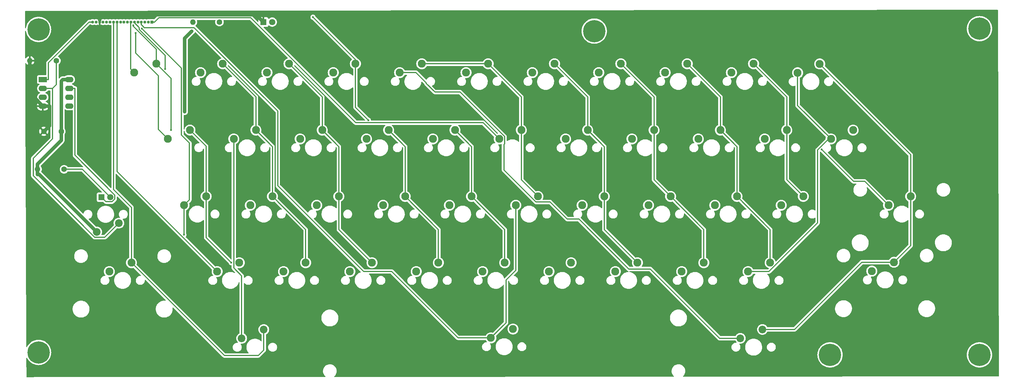
<source format=gbr>
G04 #@! TF.GenerationSoftware,KiCad,Pcbnew,(6.0.6)*
G04 #@! TF.CreationDate,2022-10-13T14:18:30-05:00*
G04 #@! TF.ProjectId,Keyboard,4b657962-6f61-4726-942e-6b696361645f,rev?*
G04 #@! TF.SameCoordinates,Original*
G04 #@! TF.FileFunction,Copper,L2,Bot*
G04 #@! TF.FilePolarity,Positive*
%FSLAX46Y46*%
G04 Gerber Fmt 4.6, Leading zero omitted, Abs format (unit mm)*
G04 Created by KiCad (PCBNEW (6.0.6)) date 2022-10-13 14:18:30*
%MOMM*%
%LPD*%
G01*
G04 APERTURE LIST*
G04 #@! TA.AperFunction,ComponentPad*
%ADD10C,2.286000*%
G04 #@! TD*
G04 #@! TA.AperFunction,ComponentPad*
%ADD11C,2.200000*%
G04 #@! TD*
G04 #@! TA.AperFunction,ComponentPad*
%ADD12C,6.400000*%
G04 #@! TD*
G04 #@! TA.AperFunction,ComponentPad*
%ADD13R,0.850000X0.850000*%
G04 #@! TD*
G04 #@! TA.AperFunction,ComponentPad*
%ADD14O,0.850000X0.850000*%
G04 #@! TD*
G04 #@! TA.AperFunction,ComponentPad*
%ADD15C,1.600000*%
G04 #@! TD*
G04 #@! TA.AperFunction,ComponentPad*
%ADD16O,1.600000X1.600000*%
G04 #@! TD*
G04 #@! TA.AperFunction,ComponentPad*
%ADD17R,2.400000X1.600000*%
G04 #@! TD*
G04 #@! TA.AperFunction,ComponentPad*
%ADD18O,2.400000X1.600000*%
G04 #@! TD*
G04 #@! TA.AperFunction,ComponentPad*
%ADD19R,1.800000X1.800000*%
G04 #@! TD*
G04 #@! TA.AperFunction,ComponentPad*
%ADD20C,1.800000*%
G04 #@! TD*
G04 #@! TA.AperFunction,ViaPad*
%ADD21C,0.600000*%
G04 #@! TD*
G04 #@! TA.AperFunction,Conductor*
%ADD22C,1.000000*%
G04 #@! TD*
G04 #@! TA.AperFunction,Conductor*
%ADD23C,0.375000*%
G04 #@! TD*
G04 APERTURE END LIST*
D10*
X245745000Y-119380000D03*
X239395000Y-121920000D03*
X74295000Y-119380000D03*
X67945000Y-121920000D03*
X93345000Y-119380000D03*
X86995000Y-121920000D03*
X112395000Y-119380000D03*
X106045000Y-121920000D03*
X131445000Y-119380000D03*
X125095000Y-121920000D03*
X150495000Y-119380000D03*
X144145000Y-121920000D03*
X169545000Y-119380000D03*
X163195000Y-121920000D03*
X188595000Y-119380000D03*
X182245000Y-121920000D03*
X207645000Y-119380000D03*
X201295000Y-121920000D03*
X226695000Y-119380000D03*
X220345000Y-121920000D03*
D11*
X248300000Y-195700000D03*
X241950000Y-198240000D03*
D10*
X264740000Y-119420000D03*
X258390000Y-121960000D03*
X274320000Y-138430000D03*
X267970000Y-140970000D03*
X260032000Y-157480000D03*
X253682000Y-160020000D03*
X231458000Y-176530000D03*
X225108000Y-179070000D03*
X250508000Y-176530000D03*
X244158000Y-179070000D03*
X88582500Y-157480000D03*
X82232500Y-160020000D03*
X174308000Y-176530000D03*
X167958000Y-179070000D03*
X136208000Y-176530000D03*
X129858000Y-179070000D03*
X126682000Y-157480000D03*
X120332000Y-160020000D03*
X121920000Y-138430000D03*
X115570000Y-140970000D03*
X145732000Y-157480000D03*
X139382000Y-160020000D03*
X164782000Y-157480000D03*
X158432000Y-160020000D03*
X183832000Y-157480000D03*
X177482000Y-160020000D03*
X217170000Y-138430000D03*
X210820000Y-140970000D03*
X202882000Y-157480000D03*
X196532000Y-160020000D03*
X221932000Y-157480000D03*
X215582000Y-160020000D03*
X240982000Y-157480000D03*
X234632000Y-160020000D03*
X212408000Y-176530000D03*
X206058000Y-179070000D03*
X193358000Y-176530000D03*
X187008000Y-179070000D03*
X236220000Y-138430000D03*
X229870000Y-140970000D03*
X255270000Y-138430000D03*
X248920000Y-140970000D03*
X83940000Y-138420000D03*
X77590000Y-140960000D03*
X140970000Y-138430000D03*
X134620000Y-140970000D03*
X107632000Y-157480000D03*
X101282000Y-160020000D03*
X160020000Y-138430000D03*
X153670000Y-140970000D03*
X198120000Y-138430000D03*
X191770000Y-140970000D03*
X155258000Y-176530000D03*
X148908000Y-179070000D03*
X102870000Y-138430000D03*
X96520000Y-140970000D03*
X117158000Y-176530000D03*
X110808000Y-179070000D03*
X179070000Y-138430000D03*
X172720000Y-140970000D03*
X98107500Y-176530000D03*
X91757500Y-179070000D03*
X67151200Y-176530000D03*
X60801200Y-179070000D03*
D11*
X57200000Y-167700000D03*
X63550000Y-165160000D03*
D10*
X176689000Y-195580000D03*
X170339000Y-198120000D03*
D11*
X105140000Y-195720000D03*
X98790000Y-198260000D03*
D10*
X286040000Y-176403000D03*
X279690000Y-178943000D03*
D12*
X267700000Y-203000000D03*
X40471000Y-109528000D03*
X310596000Y-203000000D03*
X40471000Y-202292000D03*
X200000000Y-110000000D03*
X310600000Y-109300000D03*
D10*
X290840000Y-157480000D03*
X284490000Y-160020000D03*
D13*
X73000000Y-107400000D03*
D14*
X72000000Y-107400000D03*
X71000000Y-107400000D03*
X70000000Y-107400000D03*
X69000000Y-107400000D03*
X68000000Y-107400000D03*
X67000000Y-107400000D03*
X66000000Y-107400000D03*
X65000000Y-107400000D03*
X64000000Y-107400000D03*
X63000000Y-107400000D03*
X62000000Y-107400000D03*
X61000000Y-107400000D03*
X60000000Y-107400000D03*
X59000000Y-107400000D03*
X58000000Y-107400000D03*
X57000000Y-107400000D03*
X56000000Y-107400000D03*
D15*
X45610000Y-118500000D03*
D16*
X37990000Y-118500000D03*
D17*
X41700000Y-123900000D03*
D18*
X41700000Y-126440000D03*
X41700000Y-128980000D03*
X41700000Y-131520000D03*
X49320000Y-131520000D03*
X49320000Y-128980000D03*
X49320000Y-126440000D03*
X49320000Y-123900000D03*
D19*
X58525000Y-157700000D03*
D20*
X61065000Y-157700000D03*
D15*
X47000000Y-138800000D03*
X42000000Y-138800000D03*
X92410000Y-107400000D03*
D16*
X84790000Y-107400000D03*
D19*
X105025000Y-107400000D03*
D20*
X107565000Y-107400000D03*
D15*
X47810000Y-149700000D03*
D16*
X40190000Y-149700000D03*
D21*
X84479800Y-110011400D03*
X82406000Y-133192800D03*
X67673800Y-108342400D03*
X95802700Y-176530000D03*
X78521900Y-138420000D03*
X135155800Y-135588000D03*
X119264900Y-105983600D03*
X76856900Y-120910900D03*
X265262900Y-143996000D03*
X82232500Y-168504400D03*
X70101800Y-109239300D03*
X68350900Y-110513100D03*
D22*
X58000000Y-106400000D02*
X58000000Y-106800000D01*
X56869600Y-105269600D02*
X58000000Y-106400000D01*
X56869600Y-105269600D02*
X53983800Y-105269600D01*
X102894600Y-105269600D02*
X56869600Y-105269600D01*
D23*
X50907800Y-145627600D02*
X50907800Y-126440000D01*
X62354800Y-157074600D02*
X50907800Y-145627600D01*
X62354800Y-158244800D02*
X62354800Y-157074600D01*
X61595000Y-159004600D02*
X62354800Y-158244800D01*
X59829600Y-159004600D02*
X61595000Y-159004600D01*
X58525000Y-157700000D02*
X59829600Y-159004600D01*
X49320000Y-126440000D02*
X50907800Y-126440000D01*
X41700000Y-126440000D02*
X43144000Y-126440000D01*
X59506600Y-169203400D02*
X63550000Y-165160000D01*
X56597300Y-169203400D02*
X59506600Y-169203400D01*
X38963100Y-151569200D02*
X56597300Y-169203400D01*
X38963100Y-146526000D02*
X38963100Y-151569200D01*
X44519900Y-140969200D02*
X38963100Y-146526000D01*
X44519900Y-126440000D02*
X44519900Y-140969200D01*
X43144000Y-126440000D02*
X44519900Y-126440000D01*
X45610000Y-125349900D02*
X45610000Y-118500000D01*
X44519900Y-126440000D02*
X45610000Y-125349900D01*
X55023700Y-107400000D02*
X56000000Y-107400000D01*
X43287800Y-119135900D02*
X55023700Y-107400000D01*
X43287800Y-123900000D02*
X43287800Y-119135900D01*
X41700000Y-123900000D02*
X43287800Y-123900000D01*
X53065000Y-149700000D02*
X61065000Y-157700000D01*
X47810000Y-149700000D02*
X53065000Y-149700000D01*
D22*
X43600300Y-137199700D02*
X43600300Y-131520000D01*
X42000000Y-138800000D02*
X43600300Y-137199700D01*
X41700000Y-131520000D02*
X42133500Y-131520000D01*
X42133500Y-131520000D02*
X43600300Y-131520000D01*
X39235500Y-129037500D02*
X39235500Y-120017900D01*
X41718000Y-131520000D02*
X39235500Y-129037500D01*
X42133500Y-131520000D02*
X41718000Y-131520000D01*
X39217900Y-120000300D02*
X39235500Y-120017900D01*
X37990000Y-120000300D02*
X39217900Y-120000300D01*
X37990000Y-118500000D02*
X37990000Y-120000300D01*
X53983800Y-105269600D02*
X39235500Y-120017900D01*
X105025000Y-107400000D02*
X102894600Y-105269600D01*
X40190000Y-149700000D02*
X40190000Y-148199700D01*
X47000000Y-141389700D02*
X47000000Y-138800000D01*
X40190000Y-148199700D02*
X47000000Y-141389700D01*
X47000000Y-124319700D02*
X47419700Y-123900000D01*
X47000000Y-138800000D02*
X47000000Y-124319700D01*
X40700300Y-151200300D02*
X40190000Y-151200300D01*
X57200000Y-167700000D02*
X40700300Y-151200300D01*
X40190000Y-149700000D02*
X40190000Y-151200300D01*
X82406000Y-112085200D02*
X84479800Y-110011400D01*
X82406000Y-133192800D02*
X82406000Y-112085200D01*
X49320000Y-123900000D02*
X47419700Y-123900000D01*
D23*
X88582500Y-169309800D02*
X95802700Y-176530000D01*
X88582500Y-157480000D02*
X88582500Y-169309800D01*
X78521900Y-123606900D02*
X78521900Y-138420000D01*
X74295000Y-119380000D02*
X78521900Y-123606900D01*
X255270000Y-152718000D02*
X255270000Y-138430000D01*
X260032000Y-157480000D02*
X255270000Y-152718000D01*
X255270000Y-128905000D02*
X245745000Y-119380000D01*
X255270000Y-138430000D02*
X255270000Y-128905000D01*
X74295000Y-115218900D02*
X74295000Y-119380000D01*
X67673800Y-108597700D02*
X74295000Y-115218900D01*
X67673800Y-108342400D02*
X67673800Y-108597700D01*
X88582500Y-143062500D02*
X83940000Y-138420000D01*
X88582500Y-157480000D02*
X88582500Y-143062500D01*
X117158000Y-167006000D02*
X107632000Y-157480000D01*
X117158000Y-176530000D02*
X117158000Y-167006000D01*
X107632000Y-143192000D02*
X102870000Y-138430000D01*
X107632000Y-157480000D02*
X107632000Y-143192000D01*
X102870000Y-128905000D02*
X93345000Y-119380000D01*
X102870000Y-138430000D02*
X102870000Y-128905000D01*
X236220000Y-128905000D02*
X226695000Y-119380000D01*
X236220000Y-138430000D02*
X236220000Y-128905000D01*
X240982000Y-143192000D02*
X236220000Y-138430000D01*
X240982000Y-157480000D02*
X240982000Y-143192000D01*
X250508000Y-167006000D02*
X250508000Y-176530000D01*
X240982000Y-157480000D02*
X250508000Y-167006000D01*
X217170000Y-152718000D02*
X217170000Y-138430000D01*
X221932000Y-157480000D02*
X217170000Y-152718000D01*
X217170000Y-128905000D02*
X207645000Y-119380000D01*
X217170000Y-138430000D02*
X217170000Y-128905000D01*
X126682000Y-143192000D02*
X121920000Y-138430000D01*
X126682000Y-157480000D02*
X126682000Y-143192000D01*
X121920000Y-128905000D02*
X112395000Y-119380000D01*
X121920000Y-138430000D02*
X121920000Y-128905000D01*
X126682000Y-167004000D02*
X126682000Y-157480000D01*
X136208000Y-176530000D02*
X126682000Y-167004000D01*
X231458000Y-167006000D02*
X221932000Y-157480000D01*
X231458000Y-176530000D02*
X231458000Y-167006000D01*
X155258000Y-167006000D02*
X145732000Y-157480000D01*
X155258000Y-176530000D02*
X155258000Y-167006000D01*
X145732000Y-143192000D02*
X145732000Y-157480000D01*
X140970000Y-138430000D02*
X145732000Y-143192000D01*
X202882000Y-167004000D02*
X202882000Y-157480000D01*
X212408000Y-176530000D02*
X202882000Y-167004000D01*
X202882000Y-143192000D02*
X198120000Y-138430000D01*
X202882000Y-157480000D02*
X202882000Y-143192000D01*
X198120000Y-128905000D02*
X188595000Y-119380000D01*
X198120000Y-138430000D02*
X198120000Y-128905000D01*
X131445000Y-131877200D02*
X135155800Y-135588000D01*
X131445000Y-119380000D02*
X131445000Y-131877200D01*
X131445000Y-118163700D02*
X119264900Y-105983600D01*
X131445000Y-119380000D02*
X131445000Y-118163700D01*
X179070000Y-152718000D02*
X179070000Y-138430000D01*
X183832000Y-157480000D02*
X179070000Y-152718000D01*
X164782000Y-143192000D02*
X164782000Y-157480000D01*
X160020000Y-138430000D02*
X164782000Y-143192000D01*
X174308000Y-167006000D02*
X164782000Y-157480000D01*
X174308000Y-176530000D02*
X174308000Y-167006000D01*
X179070000Y-128905000D02*
X169545000Y-119380000D01*
X179070000Y-138430000D02*
X179070000Y-128905000D01*
X150495000Y-119380000D02*
X169545000Y-119380000D01*
X290840000Y-145520000D02*
X264740000Y-119420000D01*
X290840000Y-157480000D02*
X290840000Y-145520000D01*
X93815300Y-203194100D02*
X67151200Y-176530000D01*
X103583000Y-203194100D02*
X93815300Y-203194100D01*
X105140000Y-201637100D02*
X103583000Y-203194100D01*
X105140000Y-195720000D02*
X105140000Y-201637100D01*
X290840000Y-171603000D02*
X286040000Y-176403000D01*
X290840000Y-157480000D02*
X290840000Y-171603000D01*
X257472000Y-195700000D02*
X248300000Y-195700000D01*
X276769000Y-176403000D02*
X257472000Y-195700000D01*
X286040000Y-176403000D02*
X276769000Y-176403000D01*
X62000000Y-155499400D02*
X62000000Y-107400000D01*
X67151200Y-160650600D02*
X62000000Y-155499400D01*
X67151200Y-176530000D02*
X67151200Y-160650600D01*
X76856900Y-116967100D02*
X76856900Y-120910900D01*
X69414000Y-109524200D02*
X76856900Y-116967100D01*
X69414000Y-109036600D02*
X69414000Y-109524200D01*
X68000000Y-107622600D02*
X69414000Y-109036600D01*
X68000000Y-107400000D02*
X68000000Y-107622600D01*
X258390000Y-131390000D02*
X267970000Y-140970000D01*
X258390000Y-121960000D02*
X258390000Y-131390000D01*
X250146900Y-179070000D02*
X244158000Y-179070000D01*
X264143500Y-165073400D02*
X250146900Y-179070000D01*
X264143500Y-144142700D02*
X264143500Y-165073400D01*
X267316200Y-140970000D02*
X264143500Y-144142700D01*
X267970000Y-140970000D02*
X267316200Y-140970000D01*
X177482000Y-178728100D02*
X177482000Y-160020000D01*
X174676000Y-181534100D02*
X177482000Y-178728100D01*
X174676000Y-193783000D02*
X174676000Y-181534100D01*
X170339000Y-198120000D02*
X174676000Y-193783000D01*
X70000000Y-107400000D02*
X70000000Y-108212800D01*
X70048100Y-108212800D02*
X70000000Y-108212800D01*
X70837700Y-109002400D02*
X70048100Y-108212800D01*
X85136500Y-109002400D02*
X70837700Y-109002400D01*
X109162900Y-133028800D02*
X85136500Y-109002400D01*
X109162900Y-154417400D02*
X109162900Y-133028800D01*
X133784900Y-179039400D02*
X109162900Y-154417400D01*
X141827700Y-179039400D02*
X133784900Y-179039400D01*
X160908300Y-198120000D02*
X141827700Y-179039400D01*
X170339000Y-198120000D02*
X160908300Y-198120000D01*
X73000000Y-107400000D02*
X73812800Y-107400000D01*
X75044800Y-106168000D02*
X73812800Y-107400000D01*
X101391400Y-106168000D02*
X75044800Y-106168000D01*
X131547300Y-136323900D02*
X101391400Y-106168000D01*
X168073900Y-136323900D02*
X131547300Y-136323900D01*
X172720000Y-140970000D02*
X168073900Y-136323900D01*
X277628400Y-153158400D02*
X284490000Y-160020000D01*
X274425300Y-153158400D02*
X277628400Y-153158400D01*
X265262900Y-143996000D02*
X274425300Y-153158400D01*
X63000000Y-150312500D02*
X91757500Y-179070000D01*
X63000000Y-107400000D02*
X63000000Y-150312500D01*
X82232500Y-160020000D02*
X82232500Y-168504400D01*
X83796200Y-158456300D02*
X82232500Y-160020000D01*
X83796200Y-142162900D02*
X83796200Y-158456300D01*
X81518200Y-139884900D02*
X83796200Y-142162900D01*
X81518200Y-120655700D02*
X81518200Y-139884900D01*
X70101800Y-109239300D02*
X81518200Y-120655700D01*
X96520000Y-178033500D02*
X96520000Y-140970000D01*
X98790000Y-180303500D02*
X96520000Y-178033500D01*
X98790000Y-198260000D02*
X98790000Y-180303500D01*
X74864900Y-138234900D02*
X77590000Y-140960000D01*
X74864900Y-122835900D02*
X74864900Y-138234900D01*
X68350900Y-116321900D02*
X74864900Y-122835900D01*
X68350900Y-110513100D02*
X68350900Y-116321900D01*
X148827900Y-121920000D02*
X144145000Y-121920000D01*
X151796200Y-124888300D02*
X148827900Y-121920000D01*
X151796200Y-125037200D02*
X151796200Y-124888300D01*
X154280100Y-127521100D02*
X151796200Y-125037200D01*
X161491000Y-127521100D02*
X154280100Y-127521100D01*
X174274800Y-140304900D02*
X161491000Y-127521100D01*
X174274800Y-142396800D02*
X174274800Y-140304900D01*
X174081400Y-142590200D02*
X174274800Y-142396800D01*
X174081400Y-149895000D02*
X174081400Y-142590200D01*
X183290100Y-159103700D02*
X174081400Y-149895000D01*
X187345100Y-159103700D02*
X183290100Y-159103700D01*
X192240000Y-163998600D02*
X187345100Y-159103700D01*
X195592400Y-163998600D02*
X192240000Y-163998600D01*
X209928000Y-178334200D02*
X195592400Y-163998600D01*
X216101700Y-178334200D02*
X209928000Y-178334200D01*
X236007500Y-198240000D02*
X216101700Y-178334200D01*
X241950000Y-198240000D02*
X236007500Y-198240000D01*
X66906400Y-107493600D02*
X67000000Y-107400000D01*
X66906400Y-120881400D02*
X66906400Y-107493600D01*
X67945000Y-121920000D02*
X66906400Y-120881400D01*
G04 #@! TA.AperFunction,Conductor*
G36*
X315842366Y-103920064D02*
G01*
X315888916Y-103973670D01*
X315900358Y-104025776D01*
X316199640Y-209073731D01*
X316179833Y-209141908D01*
X316126310Y-209188554D01*
X316073731Y-209200090D01*
X225637928Y-209264872D01*
X225569793Y-209244919D01*
X225523262Y-209191296D01*
X225513108Y-209121030D01*
X225542554Y-209056428D01*
X225549445Y-209049080D01*
X225655010Y-208945160D01*
X225658191Y-208942029D01*
X225826266Y-208721797D01*
X225961635Y-208480080D01*
X225965619Y-208469784D01*
X226034911Y-208290671D01*
X226061594Y-208221700D01*
X226067559Y-208195968D01*
X226103659Y-208040217D01*
X226124150Y-207951814D01*
X226148055Y-207675807D01*
X226132832Y-207399184D01*
X226078784Y-207127467D01*
X225986989Y-206866075D01*
X225859281Y-206620225D01*
X225822106Y-206568203D01*
X225700793Y-206398444D01*
X225698205Y-206394822D01*
X225506977Y-206194364D01*
X225289412Y-206022849D01*
X225181545Y-205960195D01*
X225053698Y-205885935D01*
X225053692Y-205885932D01*
X225049851Y-205883701D01*
X224793074Y-205779696D01*
X224788761Y-205778625D01*
X224788756Y-205778623D01*
X224528525Y-205713981D01*
X224528520Y-205713980D01*
X224524204Y-205712908D01*
X224519776Y-205712454D01*
X224519774Y-205712454D01*
X224445905Y-205704886D01*
X224287930Y-205688700D01*
X224116426Y-205688700D01*
X223910651Y-205703270D01*
X223906296Y-205704208D01*
X223906293Y-205704208D01*
X223644172Y-205760641D01*
X223644170Y-205760642D01*
X223639816Y-205761579D01*
X223635630Y-205763123D01*
X223635631Y-205763123D01*
X223384080Y-205855924D01*
X223384078Y-205855925D01*
X223379898Y-205857467D01*
X223375979Y-205859581D01*
X223375978Y-205859582D01*
X223140001Y-205986909D01*
X223136085Y-205989022D01*
X222913239Y-206153618D01*
X222910060Y-206156747D01*
X222910057Y-206156750D01*
X222871848Y-206194364D01*
X222715809Y-206347971D01*
X222713103Y-206351517D01*
X222555672Y-206557802D01*
X222547734Y-206568203D01*
X222412365Y-206809920D01*
X222312406Y-207068300D01*
X222311403Y-207072625D01*
X222311402Y-207072630D01*
X222277061Y-207220788D01*
X222249850Y-207338186D01*
X222225945Y-207614193D01*
X222241168Y-207890816D01*
X222295216Y-208162533D01*
X222387011Y-208423925D01*
X222514719Y-208669775D01*
X222517301Y-208673388D01*
X222517304Y-208673393D01*
X222553512Y-208724060D01*
X222675795Y-208895178D01*
X222678867Y-208898398D01*
X222827284Y-209053979D01*
X222859831Y-209117076D01*
X222853100Y-209187752D01*
X222809226Y-209243570D01*
X222736204Y-209266951D01*
X125489052Y-209336612D01*
X125420917Y-209316659D01*
X125374386Y-209263036D01*
X125364232Y-209192770D01*
X125393678Y-209128168D01*
X125400552Y-209120837D01*
X125582191Y-208942029D01*
X125750266Y-208721797D01*
X125885635Y-208480080D01*
X125889619Y-208469784D01*
X125958911Y-208290671D01*
X125985594Y-208221700D01*
X125991559Y-208195968D01*
X126027659Y-208040217D01*
X126048150Y-207951814D01*
X126072055Y-207675807D01*
X126056832Y-207399184D01*
X126002784Y-207127467D01*
X125910989Y-206866075D01*
X125783281Y-206620225D01*
X125746106Y-206568203D01*
X125624793Y-206398444D01*
X125622205Y-206394822D01*
X125430977Y-206194364D01*
X125213412Y-206022849D01*
X125105545Y-205960195D01*
X124977698Y-205885935D01*
X124977692Y-205885932D01*
X124973851Y-205883701D01*
X124717074Y-205779696D01*
X124712761Y-205778625D01*
X124712756Y-205778623D01*
X124452525Y-205713981D01*
X124452520Y-205713980D01*
X124448204Y-205712908D01*
X124443776Y-205712454D01*
X124443774Y-205712454D01*
X124369905Y-205704886D01*
X124211930Y-205688700D01*
X124040426Y-205688700D01*
X123834651Y-205703270D01*
X123830296Y-205704208D01*
X123830293Y-205704208D01*
X123568172Y-205760641D01*
X123568170Y-205760642D01*
X123563816Y-205761579D01*
X123559630Y-205763123D01*
X123559631Y-205763123D01*
X123308080Y-205855924D01*
X123308078Y-205855925D01*
X123303898Y-205857467D01*
X123299979Y-205859581D01*
X123299978Y-205859582D01*
X123064001Y-205986909D01*
X123060085Y-205989022D01*
X122837239Y-206153618D01*
X122834060Y-206156747D01*
X122834057Y-206156750D01*
X122795848Y-206194364D01*
X122639809Y-206347971D01*
X122637103Y-206351517D01*
X122479672Y-206557802D01*
X122471734Y-206568203D01*
X122336365Y-206809920D01*
X122236406Y-207068300D01*
X122235403Y-207072625D01*
X122235402Y-207072630D01*
X122201061Y-207220788D01*
X122173850Y-207338186D01*
X122149945Y-207614193D01*
X122165168Y-207890816D01*
X122219216Y-208162533D01*
X122311011Y-208423925D01*
X122438719Y-208669775D01*
X122441301Y-208673388D01*
X122441304Y-208673393D01*
X122477512Y-208724060D01*
X122599795Y-208895178D01*
X122791023Y-209095636D01*
X122794513Y-209098387D01*
X122794517Y-209098391D01*
X122803949Y-209105826D01*
X122813855Y-209113635D01*
X122854968Y-209171515D01*
X122858262Y-209242435D01*
X122822691Y-209303878D01*
X122759548Y-209336336D01*
X122735944Y-209338585D01*
X41078956Y-209397078D01*
X37125611Y-209399910D01*
X37057476Y-209379957D01*
X37010945Y-209326334D01*
X36999522Y-209274389D01*
X36999240Y-209200000D01*
X36979336Y-203965358D01*
X36999079Y-203897162D01*
X37052557Y-203850465D01*
X37122792Y-203840094D01*
X37187485Y-203869342D01*
X37217602Y-203907676D01*
X37319521Y-204107703D01*
X37319525Y-204107710D01*
X37321019Y-204110642D01*
X37528375Y-204429942D01*
X37767970Y-204725819D01*
X38037181Y-204995030D01*
X38333058Y-205234625D01*
X38652357Y-205441981D01*
X38828673Y-205531818D01*
X38988648Y-205613330D01*
X38988655Y-205613333D01*
X38991583Y-205614825D01*
X38994655Y-205616004D01*
X38994659Y-205616006D01*
X39123717Y-205665547D01*
X39347017Y-205751264D01*
X39714766Y-205849802D01*
X39914569Y-205881448D01*
X40087552Y-205908846D01*
X40087560Y-205908847D01*
X40090800Y-205909360D01*
X40471000Y-205929285D01*
X40851200Y-205909360D01*
X40854440Y-205908847D01*
X40854448Y-205908846D01*
X41027431Y-205881448D01*
X41227234Y-205849802D01*
X41594983Y-205751264D01*
X41818283Y-205665547D01*
X41947341Y-205616006D01*
X41947345Y-205616004D01*
X41950417Y-205614825D01*
X41953345Y-205613333D01*
X41953352Y-205613330D01*
X42113327Y-205531818D01*
X42289643Y-205441981D01*
X42608942Y-205234625D01*
X42904819Y-204995030D01*
X43174030Y-204725819D01*
X43413625Y-204429942D01*
X43620981Y-204110642D01*
X43710787Y-203934387D01*
X43792330Y-203774352D01*
X43792333Y-203774345D01*
X43793825Y-203771417D01*
X43795350Y-203767446D01*
X43862576Y-203592315D01*
X43930264Y-203415983D01*
X44028802Y-203048234D01*
X44062808Y-202833530D01*
X44087846Y-202675448D01*
X44087847Y-202675440D01*
X44088360Y-202672200D01*
X44108285Y-202292000D01*
X44088360Y-201911800D01*
X44087264Y-201904876D01*
X44049200Y-201664552D01*
X44028802Y-201535766D01*
X43930264Y-201168017D01*
X43819012Y-200878197D01*
X43795006Y-200815659D01*
X43795004Y-200815655D01*
X43793825Y-200812583D01*
X43790204Y-200805475D01*
X43673524Y-200576480D01*
X43620981Y-200473358D01*
X43413625Y-200154058D01*
X43174030Y-199858181D01*
X42904819Y-199588970D01*
X42608942Y-199349375D01*
X42289643Y-199142019D01*
X42096891Y-199043807D01*
X41953352Y-198970670D01*
X41953345Y-198970667D01*
X41950417Y-198969175D01*
X41947345Y-198967996D01*
X41947341Y-198967994D01*
X41791622Y-198908219D01*
X41594983Y-198832736D01*
X41227234Y-198734198D01*
X40992603Y-198697036D01*
X40854448Y-198675154D01*
X40854440Y-198675153D01*
X40851200Y-198674640D01*
X40471000Y-198654715D01*
X40090800Y-198674640D01*
X40087560Y-198675153D01*
X40087552Y-198675154D01*
X39949397Y-198697036D01*
X39714766Y-198734198D01*
X39347017Y-198832736D01*
X39150378Y-198908219D01*
X38994659Y-198967994D01*
X38994655Y-198967996D01*
X38991583Y-198969175D01*
X38988655Y-198970667D01*
X38988648Y-198970670D01*
X38855998Y-199038259D01*
X38652358Y-199142019D01*
X38333058Y-199349375D01*
X38037181Y-199588970D01*
X37767970Y-199858181D01*
X37528375Y-200154058D01*
X37321019Y-200473358D01*
X37209977Y-200691290D01*
X37204975Y-200701107D01*
X37156227Y-200752722D01*
X37087312Y-200769788D01*
X37020110Y-200746887D01*
X36975958Y-200691290D01*
X36966709Y-200644383D01*
X36925336Y-189763192D01*
X50244138Y-189763192D01*
X50244225Y-189767193D01*
X50244225Y-189767200D01*
X50249935Y-190028910D01*
X50250890Y-190072665D01*
X50296911Y-190378772D01*
X50298007Y-190382632D01*
X50298008Y-190382637D01*
X50318057Y-190453253D01*
X50381455Y-190676550D01*
X50503150Y-190961171D01*
X50660024Y-191228023D01*
X50849534Y-191472778D01*
X51068607Y-191691470D01*
X51071788Y-191693924D01*
X51071789Y-191693925D01*
X51289614Y-191861975D01*
X51313693Y-191880552D01*
X51317172Y-191882589D01*
X51572769Y-192032247D01*
X51580818Y-192036960D01*
X51584503Y-192038528D01*
X51584507Y-192038530D01*
X51704140Y-192089434D01*
X51865652Y-192158158D01*
X52163576Y-192242182D01*
X52286500Y-192260443D01*
X52466462Y-192287178D01*
X52466469Y-192287179D01*
X52469763Y-192287668D01*
X52473096Y-192287808D01*
X52473099Y-192287808D01*
X52502402Y-192289036D01*
X52554029Y-192291200D01*
X52751504Y-192291200D01*
X52876667Y-192283216D01*
X52978111Y-192276745D01*
X52978116Y-192276744D01*
X52982119Y-192276489D01*
X52986058Y-192275727D01*
X53282093Y-192218452D01*
X53282097Y-192218451D01*
X53286030Y-192217690D01*
X53580006Y-192120751D01*
X53859282Y-191987244D01*
X53862647Y-191985071D01*
X53862651Y-191985069D01*
X54115964Y-191821507D01*
X54115970Y-191821502D01*
X54119330Y-191819333D01*
X54355935Y-191619740D01*
X54472513Y-191492740D01*
X54562546Y-191394659D01*
X54562548Y-191394657D01*
X54565261Y-191391701D01*
X54743914Y-191138912D01*
X54888999Y-190865472D01*
X54998163Y-190575813D01*
X55069637Y-190274631D01*
X55102262Y-189966808D01*
X55101888Y-189949635D01*
X55095598Y-189661351D01*
X55095597Y-189661345D01*
X55095510Y-189657335D01*
X55049489Y-189351228D01*
X54964945Y-189053450D01*
X54843250Y-188768829D01*
X54686376Y-188501977D01*
X54496866Y-188257222D01*
X54277793Y-188038530D01*
X54116853Y-187914366D01*
X54035900Y-187851911D01*
X54035896Y-187851908D01*
X54032707Y-187849448D01*
X53924778Y-187786253D01*
X53769046Y-187695068D01*
X53769043Y-187695066D01*
X53765582Y-187693040D01*
X53761897Y-187691472D01*
X53761893Y-187691470D01*
X53589064Y-187617931D01*
X53480748Y-187571842D01*
X53182824Y-187487818D01*
X53016436Y-187463100D01*
X52879938Y-187442822D01*
X52879931Y-187442821D01*
X52876637Y-187442332D01*
X52873304Y-187442192D01*
X52873301Y-187442192D01*
X52843998Y-187440964D01*
X52792371Y-187438800D01*
X52594896Y-187438800D01*
X52475568Y-187446412D01*
X52368289Y-187453255D01*
X52368284Y-187453256D01*
X52364281Y-187453511D01*
X52360343Y-187454273D01*
X52360342Y-187454273D01*
X52064307Y-187511548D01*
X52064303Y-187511549D01*
X52060370Y-187512310D01*
X51766394Y-187609249D01*
X51487118Y-187742756D01*
X51483753Y-187744929D01*
X51483749Y-187744931D01*
X51230436Y-187908493D01*
X51230430Y-187908498D01*
X51227070Y-187910667D01*
X50990465Y-188110260D01*
X50781139Y-188338299D01*
X50602486Y-188591088D01*
X50457401Y-188864528D01*
X50348237Y-189154187D01*
X50347308Y-189158102D01*
X50288974Y-189403915D01*
X50276763Y-189455369D01*
X50244138Y-189763192D01*
X36925336Y-189763192D01*
X36894335Y-181610000D01*
X58243098Y-181610000D01*
X58262667Y-181833677D01*
X58264091Y-181838990D01*
X58264091Y-181838992D01*
X58313543Y-182023547D01*
X58320780Y-182050557D01*
X58323102Y-182055538D01*
X58323103Y-182055539D01*
X58413345Y-182249064D01*
X58413348Y-182249069D01*
X58415671Y-182254051D01*
X58465052Y-182324574D01*
X58535545Y-182425248D01*
X58544457Y-182437976D01*
X58703224Y-182596743D01*
X58707732Y-182599900D01*
X58707735Y-182599902D01*
X58717465Y-182606715D01*
X58887149Y-182725529D01*
X58892131Y-182727852D01*
X58892136Y-182727855D01*
X59085661Y-182818097D01*
X59090643Y-182820420D01*
X59095951Y-182821842D01*
X59095953Y-182821843D01*
X59302208Y-182877109D01*
X59302210Y-182877109D01*
X59307523Y-182878533D01*
X59405115Y-182887071D01*
X59472445Y-182892962D01*
X59472452Y-182892962D01*
X59475169Y-182893200D01*
X59587231Y-182893200D01*
X59589948Y-182892962D01*
X59589955Y-182892962D01*
X59657285Y-182887071D01*
X59754877Y-182878533D01*
X59760190Y-182877109D01*
X59760192Y-182877109D01*
X59966447Y-182821843D01*
X59966449Y-182821842D01*
X59971757Y-182820420D01*
X59976739Y-182818097D01*
X60170264Y-182727855D01*
X60170269Y-182727852D01*
X60175251Y-182725529D01*
X60344935Y-182606715D01*
X60354665Y-182599902D01*
X60354668Y-182599900D01*
X60359176Y-182596743D01*
X60517943Y-182437976D01*
X60526856Y-182425248D01*
X60597348Y-182324574D01*
X60646729Y-182254051D01*
X60649052Y-182249069D01*
X60649055Y-182249064D01*
X60739297Y-182055539D01*
X60739298Y-182055538D01*
X60741620Y-182050557D01*
X60748858Y-182023547D01*
X60798309Y-181838992D01*
X60798309Y-181838990D01*
X60799733Y-181833677D01*
X60819302Y-181610000D01*
X60810395Y-181508192D01*
X62182138Y-181508192D01*
X62182225Y-181512193D01*
X62182225Y-181512200D01*
X62188802Y-181813649D01*
X62188890Y-181817665D01*
X62234911Y-182123772D01*
X62236007Y-182127632D01*
X62236008Y-182127637D01*
X62255989Y-182198012D01*
X62319455Y-182421550D01*
X62321035Y-182425246D01*
X62321036Y-182425248D01*
X62344101Y-182479193D01*
X62441150Y-182706171D01*
X62598024Y-182973023D01*
X62787534Y-183217778D01*
X63006607Y-183436470D01*
X63009788Y-183438924D01*
X63009789Y-183438925D01*
X63227614Y-183606975D01*
X63251693Y-183625552D01*
X63255172Y-183627589D01*
X63510769Y-183777247D01*
X63518818Y-183781960D01*
X63522503Y-183783528D01*
X63522507Y-183783530D01*
X63642140Y-183834434D01*
X63803652Y-183903158D01*
X64101576Y-183987182D01*
X64224500Y-184005443D01*
X64404462Y-184032178D01*
X64404469Y-184032179D01*
X64407763Y-184032668D01*
X64411096Y-184032808D01*
X64411099Y-184032808D01*
X64440402Y-184034036D01*
X64492029Y-184036200D01*
X64689504Y-184036200D01*
X64814667Y-184028216D01*
X64916111Y-184021745D01*
X64916116Y-184021744D01*
X64920119Y-184021489D01*
X64924058Y-184020727D01*
X65220093Y-183963452D01*
X65220097Y-183963451D01*
X65224030Y-183962690D01*
X65518006Y-183865751D01*
X65797282Y-183732244D01*
X65800647Y-183730071D01*
X65800651Y-183730069D01*
X66053964Y-183566507D01*
X66053970Y-183566502D01*
X66057330Y-183564333D01*
X66293935Y-183364740D01*
X66410513Y-183237740D01*
X66500546Y-183139659D01*
X66500548Y-183139657D01*
X66503261Y-183136701D01*
X66681914Y-182883912D01*
X66826999Y-182610472D01*
X66936163Y-182320813D01*
X66982923Y-182123772D01*
X67006708Y-182023547D01*
X67006709Y-182023542D01*
X67007637Y-182019631D01*
X67040262Y-181711808D01*
X67040031Y-181701197D01*
X67033598Y-181406351D01*
X67033597Y-181406345D01*
X67033510Y-181402335D01*
X66987489Y-181096228D01*
X66983957Y-181083785D01*
X66921759Y-180864715D01*
X66902945Y-180798450D01*
X66890977Y-180770458D01*
X66877289Y-180738445D01*
X66781250Y-180513829D01*
X66624376Y-180246977D01*
X66434866Y-180002222D01*
X66215793Y-179783530D01*
X66212611Y-179781075D01*
X65973900Y-179596911D01*
X65973896Y-179596908D01*
X65970707Y-179594448D01*
X65924972Y-179567669D01*
X65707046Y-179440068D01*
X65707040Y-179440065D01*
X65703582Y-179438040D01*
X65699897Y-179436472D01*
X65699893Y-179436470D01*
X65527064Y-179362931D01*
X65418748Y-179316842D01*
X65120824Y-179232818D01*
X64963591Y-179209460D01*
X64817938Y-179187822D01*
X64817931Y-179187821D01*
X64814637Y-179187332D01*
X64811304Y-179187192D01*
X64811301Y-179187192D01*
X64781998Y-179185964D01*
X64730371Y-179183800D01*
X64532896Y-179183800D01*
X64413568Y-179191412D01*
X64306289Y-179198255D01*
X64306284Y-179198256D01*
X64302281Y-179198511D01*
X64298343Y-179199273D01*
X64298342Y-179199273D01*
X64002307Y-179256548D01*
X64002303Y-179256549D01*
X63998370Y-179257310D01*
X63704394Y-179354249D01*
X63425118Y-179487756D01*
X63421753Y-179489929D01*
X63421749Y-179489931D01*
X63168436Y-179653493D01*
X63168430Y-179653498D01*
X63165070Y-179655667D01*
X62928465Y-179855260D01*
X62868486Y-179920601D01*
X62737769Y-180063004D01*
X62719139Y-180083299D01*
X62540486Y-180336088D01*
X62395401Y-180609528D01*
X62286237Y-180899187D01*
X62285308Y-180903102D01*
X62222707Y-181166895D01*
X62214763Y-181200369D01*
X62182138Y-181508192D01*
X60810395Y-181508192D01*
X60799733Y-181386323D01*
X60767172Y-181264803D01*
X60743043Y-181174753D01*
X60743042Y-181174751D01*
X60741620Y-181169443D01*
X60689039Y-181056682D01*
X60649055Y-180970936D01*
X60649052Y-180970931D01*
X60646729Y-180965949D01*
X60556950Y-180837731D01*
X60534262Y-180770458D01*
X60551547Y-180701598D01*
X60603316Y-180653013D01*
X60670049Y-180639849D01*
X60796270Y-180649783D01*
X60801200Y-180650171D01*
X61048393Y-180630716D01*
X61053200Y-180629562D01*
X61053206Y-180629561D01*
X61236167Y-180585636D01*
X61289500Y-180572832D01*
X61294073Y-180570938D01*
X61514011Y-180479837D01*
X61514013Y-180479836D01*
X61518583Y-180477943D01*
X61730001Y-180348385D01*
X61741284Y-180338749D01*
X61914788Y-180190563D01*
X61918550Y-180187350D01*
X62052957Y-180029979D01*
X62076367Y-180002569D01*
X62076368Y-180002568D01*
X62079585Y-179998801D01*
X62209143Y-179787383D01*
X62233633Y-179728260D01*
X62302138Y-179562873D01*
X62302139Y-179562871D01*
X62304032Y-179558300D01*
X62332904Y-179438040D01*
X62360761Y-179322006D01*
X62360762Y-179322000D01*
X62361916Y-179317193D01*
X62381371Y-179070000D01*
X62361916Y-178822807D01*
X62357093Y-178802714D01*
X62318313Y-178641185D01*
X62304032Y-178581700D01*
X62302138Y-178577127D01*
X62211037Y-178357189D01*
X62211036Y-178357187D01*
X62209143Y-178352617D01*
X62079585Y-178141199D01*
X62052754Y-178109783D01*
X61921763Y-177956412D01*
X61918550Y-177952650D01*
X61752631Y-177810943D01*
X61733769Y-177794833D01*
X61733768Y-177794832D01*
X61730001Y-177791615D01*
X61518583Y-177662057D01*
X61514013Y-177660164D01*
X61514011Y-177660163D01*
X61294073Y-177569062D01*
X61294071Y-177569061D01*
X61289500Y-177567168D01*
X61206941Y-177547348D01*
X61053206Y-177510439D01*
X61053200Y-177510438D01*
X61048393Y-177509284D01*
X60801200Y-177489829D01*
X60554007Y-177509284D01*
X60549200Y-177510438D01*
X60549194Y-177510439D01*
X60395459Y-177547348D01*
X60312900Y-177567168D01*
X60308329Y-177569061D01*
X60308327Y-177569062D01*
X60088389Y-177660163D01*
X60088387Y-177660164D01*
X60083817Y-177662057D01*
X59872399Y-177791615D01*
X59868632Y-177794832D01*
X59868631Y-177794833D01*
X59849769Y-177810943D01*
X59683850Y-177952650D01*
X59680637Y-177956412D01*
X59549647Y-178109783D01*
X59522815Y-178141199D01*
X59393257Y-178352617D01*
X59391364Y-178357187D01*
X59391363Y-178357189D01*
X59300262Y-178577127D01*
X59298368Y-178581700D01*
X59284087Y-178641185D01*
X59245308Y-178802714D01*
X59240484Y-178822807D01*
X59221029Y-179070000D01*
X59240484Y-179317193D01*
X59241638Y-179322000D01*
X59241639Y-179322006D01*
X59269496Y-179438040D01*
X59298368Y-179558300D01*
X59300261Y-179562871D01*
X59300262Y-179562873D01*
X59368768Y-179728260D01*
X59393257Y-179787383D01*
X59522815Y-179998801D01*
X59625450Y-180118972D01*
X59654479Y-180183760D01*
X59643874Y-180253960D01*
X59596999Y-180307282D01*
X59529637Y-180326800D01*
X59475169Y-180326800D01*
X59472452Y-180327038D01*
X59472445Y-180327038D01*
X59405115Y-180332929D01*
X59307523Y-180341467D01*
X59302210Y-180342891D01*
X59302208Y-180342891D01*
X59095953Y-180398157D01*
X59095951Y-180398158D01*
X59090643Y-180399580D01*
X59085662Y-180401902D01*
X59085661Y-180401903D01*
X58892136Y-180492145D01*
X58892131Y-180492148D01*
X58887149Y-180494471D01*
X58812516Y-180546730D01*
X58707735Y-180620098D01*
X58707732Y-180620100D01*
X58703224Y-180623257D01*
X58544457Y-180782024D01*
X58541300Y-180786532D01*
X58541298Y-180786535D01*
X58501106Y-180843936D01*
X58415671Y-180965949D01*
X58413348Y-180970931D01*
X58413345Y-180970936D01*
X58373361Y-181056682D01*
X58320780Y-181169443D01*
X58319358Y-181174751D01*
X58319357Y-181174753D01*
X58295228Y-181264803D01*
X58262667Y-181386323D01*
X58243098Y-181610000D01*
X36894335Y-181610000D01*
X36867659Y-174594193D01*
X50712145Y-174594193D01*
X50727368Y-174870816D01*
X50781416Y-175142533D01*
X50873211Y-175403925D01*
X51000919Y-175649775D01*
X51003501Y-175653388D01*
X51003504Y-175653393D01*
X51040628Y-175705342D01*
X51161995Y-175875178D01*
X51353223Y-176075636D01*
X51356719Y-176078392D01*
X51356720Y-176078393D01*
X51452599Y-176153978D01*
X51570788Y-176247151D01*
X51636868Y-176285533D01*
X51806502Y-176384065D01*
X51806508Y-176384068D01*
X51810349Y-176386299D01*
X51814472Y-176387969D01*
X51863754Y-176407930D01*
X52067126Y-176490304D01*
X52071439Y-176491375D01*
X52071444Y-176491377D01*
X52331675Y-176556019D01*
X52331680Y-176556020D01*
X52335996Y-176557092D01*
X52340424Y-176557546D01*
X52340426Y-176557546D01*
X52414295Y-176565114D01*
X52572270Y-176581300D01*
X52743774Y-176581300D01*
X52949549Y-176566730D01*
X52953904Y-176565792D01*
X52953907Y-176565792D01*
X53216028Y-176509359D01*
X53216030Y-176509358D01*
X53220384Y-176508421D01*
X53406581Y-176439730D01*
X53476120Y-176414076D01*
X53476122Y-176414075D01*
X53480302Y-176412533D01*
X53537963Y-176381421D01*
X53720199Y-176283091D01*
X53724115Y-176280978D01*
X53946961Y-176116382D01*
X53962450Y-176101135D01*
X54079153Y-175986250D01*
X54144391Y-175922029D01*
X54216575Y-175827445D01*
X54309761Y-175705342D01*
X54309764Y-175705338D01*
X54312466Y-175701797D01*
X54447835Y-175460080D01*
X54452981Y-175446780D01*
X54520320Y-175272716D01*
X54547794Y-175201700D01*
X54553651Y-175176434D01*
X54609344Y-174936153D01*
X54610350Y-174931814D01*
X54634255Y-174655807D01*
X54619032Y-174379184D01*
X54564984Y-174107467D01*
X54473189Y-173846075D01*
X54345481Y-173600225D01*
X54308306Y-173548203D01*
X54186993Y-173378444D01*
X54184405Y-173374822D01*
X53993177Y-173174364D01*
X53909196Y-173108158D01*
X53779108Y-173005605D01*
X53775612Y-173002849D01*
X53658920Y-172935069D01*
X53539898Y-172865935D01*
X53539892Y-172865932D01*
X53536051Y-172863701D01*
X53448129Y-172828089D01*
X53283400Y-172761367D01*
X53283398Y-172761366D01*
X53279274Y-172759696D01*
X53274961Y-172758625D01*
X53274956Y-172758623D01*
X53014725Y-172693981D01*
X53014720Y-172693980D01*
X53010404Y-172692908D01*
X53005976Y-172692454D01*
X53005974Y-172692454D01*
X52932105Y-172684886D01*
X52774130Y-172668700D01*
X52602626Y-172668700D01*
X52396851Y-172683270D01*
X52392496Y-172684208D01*
X52392493Y-172684208D01*
X52130372Y-172740641D01*
X52130370Y-172740642D01*
X52126016Y-172741579D01*
X52121830Y-172743123D01*
X52121831Y-172743123D01*
X51870280Y-172835924D01*
X51870278Y-172835925D01*
X51866098Y-172837467D01*
X51862179Y-172839581D01*
X51862178Y-172839582D01*
X51626201Y-172966909D01*
X51622285Y-172969022D01*
X51399439Y-173133618D01*
X51396260Y-173136747D01*
X51396257Y-173136750D01*
X51305872Y-173225727D01*
X51202009Y-173327971D01*
X51033934Y-173548203D01*
X50898565Y-173789920D01*
X50798606Y-174048300D01*
X50797603Y-174052625D01*
X50797602Y-174052630D01*
X50766493Y-174186847D01*
X50736050Y-174318186D01*
X50712145Y-174594193D01*
X36867659Y-174594193D01*
X36760861Y-146506376D01*
X38338682Y-146506376D01*
X38339428Y-146514267D01*
X38342741Y-146549315D01*
X38343300Y-146561173D01*
X38343300Y-151492243D01*
X38342790Y-151503057D01*
X38341147Y-151510408D01*
X38341396Y-151518330D01*
X38343238Y-151576957D01*
X38343300Y-151580914D01*
X38343300Y-151608193D01*
X38343796Y-151612115D01*
X38343823Y-151612552D01*
X38344710Y-151623810D01*
X38346065Y-151666929D01*
X38348277Y-151674541D01*
X38351535Y-151685756D01*
X38355545Y-151705120D01*
X38358001Y-151724563D01*
X38360918Y-151731929D01*
X38360919Y-151731935D01*
X38373876Y-151764662D01*
X38377720Y-151775888D01*
X38389754Y-151817309D01*
X38393787Y-151824128D01*
X38393789Y-151824133D01*
X38399735Y-151834186D01*
X38408432Y-151851938D01*
X38415648Y-151870164D01*
X38440995Y-151905051D01*
X38447511Y-151914970D01*
X38469469Y-151952099D01*
X38483330Y-151965960D01*
X38496171Y-151980993D01*
X38507694Y-151996854D01*
X38540939Y-152024356D01*
X38549705Y-152032335D01*
X56104615Y-169587244D01*
X56111901Y-169595250D01*
X56115940Y-169601615D01*
X56121720Y-169607043D01*
X56121721Y-169607044D01*
X56164500Y-169647216D01*
X56167342Y-169649971D01*
X56186608Y-169669237D01*
X56189738Y-169671665D01*
X56190059Y-169671948D01*
X56198649Y-169679285D01*
X56230095Y-169708814D01*
X56247281Y-169718262D01*
X56263801Y-169729114D01*
X56279289Y-169741128D01*
X56318871Y-169758257D01*
X56329524Y-169763476D01*
X56367323Y-169784256D01*
X56374996Y-169786226D01*
X56375001Y-169786228D01*
X56386306Y-169789130D01*
X56405015Y-169795535D01*
X56423007Y-169803321D01*
X56454664Y-169808335D01*
X56465608Y-169810068D01*
X56477233Y-169812476D01*
X56508232Y-169820435D01*
X56519001Y-169823200D01*
X56538602Y-169823200D01*
X56558312Y-169824751D01*
X56577677Y-169827818D01*
X56620619Y-169823759D01*
X56632474Y-169823200D01*
X59429643Y-169823200D01*
X59440457Y-169823710D01*
X59447808Y-169825353D01*
X59514357Y-169823262D01*
X59518314Y-169823200D01*
X59545593Y-169823200D01*
X59549515Y-169822704D01*
X59549952Y-169822677D01*
X59561210Y-169821790D01*
X59591352Y-169820843D01*
X59596406Y-169820684D01*
X59596407Y-169820684D01*
X59604329Y-169820435D01*
X59623157Y-169814965D01*
X59642520Y-169810955D01*
X59654104Y-169809492D01*
X59654106Y-169809491D01*
X59661963Y-169808499D01*
X59669329Y-169805582D01*
X59669335Y-169805581D01*
X59702062Y-169792624D01*
X59713290Y-169788779D01*
X59754709Y-169776746D01*
X59761528Y-169772713D01*
X59761533Y-169772711D01*
X59771586Y-169766765D01*
X59789338Y-169758068D01*
X59807564Y-169750852D01*
X59842454Y-169725503D01*
X59852372Y-169718988D01*
X59882672Y-169701069D01*
X59882675Y-169701067D01*
X59889499Y-169697031D01*
X59903360Y-169683170D01*
X59918394Y-169670329D01*
X59927840Y-169663466D01*
X59934254Y-169658806D01*
X59961756Y-169625561D01*
X59969735Y-169616795D01*
X62937497Y-166649033D01*
X62999809Y-166615007D01*
X63064920Y-166620924D01*
X63065745Y-166618386D01*
X63070464Y-166619919D01*
X63075029Y-166621810D01*
X63171248Y-166644910D01*
X63304741Y-166676960D01*
X63304747Y-166676961D01*
X63309554Y-166678115D01*
X63550000Y-166697038D01*
X63790446Y-166678115D01*
X63795253Y-166676961D01*
X63795259Y-166676960D01*
X63942331Y-166641650D01*
X64024971Y-166621810D01*
X64029544Y-166619916D01*
X64243227Y-166531406D01*
X64243231Y-166531404D01*
X64247801Y-166529511D01*
X64453448Y-166403490D01*
X64457208Y-166400278D01*
X64457213Y-166400275D01*
X64633088Y-166250063D01*
X64636850Y-166246850D01*
X64711236Y-166159755D01*
X64790275Y-166067213D01*
X64790278Y-166067208D01*
X64793490Y-166063448D01*
X64919511Y-165857801D01*
X64982455Y-165705842D01*
X65009916Y-165639544D01*
X65009917Y-165639542D01*
X65011810Y-165634971D01*
X65032455Y-165548979D01*
X65066960Y-165405259D01*
X65066961Y-165405253D01*
X65068115Y-165400446D01*
X65087038Y-165160000D01*
X65068115Y-164919554D01*
X65066961Y-164914747D01*
X65066960Y-164914741D01*
X65012965Y-164689841D01*
X65011810Y-164685029D01*
X64992395Y-164638157D01*
X64921406Y-164466773D01*
X64921404Y-164466769D01*
X64919511Y-164462199D01*
X64793490Y-164256552D01*
X64790278Y-164252792D01*
X64790275Y-164252787D01*
X64668434Y-164110130D01*
X64639403Y-164045341D01*
X64650008Y-163975141D01*
X64696883Y-163921818D01*
X64764245Y-163902300D01*
X64875986Y-163902300D01*
X64878702Y-163902062D01*
X64878711Y-163902062D01*
X64991668Y-163892179D01*
X65043520Y-163887643D01*
X65260248Y-163829570D01*
X65387096Y-163770420D01*
X65458612Y-163737072D01*
X65458617Y-163737069D01*
X65463599Y-163734746D01*
X65468108Y-163731589D01*
X65642884Y-163609210D01*
X65642887Y-163609208D01*
X65647395Y-163606051D01*
X65806051Y-163447395D01*
X65815718Y-163433590D01*
X65931589Y-163268108D01*
X65931590Y-163268106D01*
X65934746Y-163263599D01*
X65937069Y-163258617D01*
X65937072Y-163258612D01*
X66021461Y-163077637D01*
X66029570Y-163060248D01*
X66087643Y-162843520D01*
X66107198Y-162620000D01*
X66087643Y-162396480D01*
X66029570Y-162179752D01*
X65960415Y-162031448D01*
X65937072Y-161981388D01*
X65937069Y-161981383D01*
X65934746Y-161976401D01*
X65889261Y-161911441D01*
X65809210Y-161797116D01*
X65809208Y-161797113D01*
X65806051Y-161792605D01*
X65647395Y-161633949D01*
X65642887Y-161630792D01*
X65642884Y-161630790D01*
X65468108Y-161508411D01*
X65468106Y-161508410D01*
X65463599Y-161505254D01*
X65458617Y-161502931D01*
X65458612Y-161502928D01*
X65315396Y-161436146D01*
X65260248Y-161410430D01*
X65043520Y-161352357D01*
X64991668Y-161347821D01*
X64878711Y-161337938D01*
X64878702Y-161337938D01*
X64875986Y-161337700D01*
X64764014Y-161337700D01*
X64761298Y-161337938D01*
X64761289Y-161337938D01*
X64648332Y-161347821D01*
X64596480Y-161352357D01*
X64379752Y-161410430D01*
X64324604Y-161436146D01*
X64181388Y-161502928D01*
X64181383Y-161502931D01*
X64176401Y-161505254D01*
X64171894Y-161508410D01*
X64171892Y-161508411D01*
X63997116Y-161630790D01*
X63997113Y-161630792D01*
X63992605Y-161633949D01*
X63833949Y-161792605D01*
X63830792Y-161797113D01*
X63830790Y-161797116D01*
X63750739Y-161911441D01*
X63705254Y-161976401D01*
X63702931Y-161981383D01*
X63702928Y-161981388D01*
X63679585Y-162031448D01*
X63610430Y-162179752D01*
X63552357Y-162396480D01*
X63532802Y-162620000D01*
X63552357Y-162843520D01*
X63610430Y-163060248D01*
X63618539Y-163077637D01*
X63702928Y-163258612D01*
X63702931Y-163258617D01*
X63705254Y-163263599D01*
X63708411Y-163268107D01*
X63708414Y-163268113D01*
X63827376Y-163438009D01*
X63850064Y-163505283D01*
X63832779Y-163574143D01*
X63781009Y-163622727D01*
X63714279Y-163635891D01*
X63550000Y-163622962D01*
X63309554Y-163641885D01*
X63304747Y-163643039D01*
X63304741Y-163643040D01*
X63169418Y-163675529D01*
X63075029Y-163698190D01*
X63070458Y-163700083D01*
X63070456Y-163700084D01*
X62856773Y-163788594D01*
X62856769Y-163788596D01*
X62852199Y-163790489D01*
X62646552Y-163916510D01*
X62642792Y-163919722D01*
X62642787Y-163919725D01*
X62528730Y-164017139D01*
X62463150Y-164073150D01*
X62459937Y-164076912D01*
X62309725Y-164252787D01*
X62309722Y-164252792D01*
X62306510Y-164256552D01*
X62180489Y-164462199D01*
X62178596Y-164466769D01*
X62178594Y-164466773D01*
X62107605Y-164638157D01*
X62088190Y-164685029D01*
X62087035Y-164689841D01*
X62033040Y-164914741D01*
X62033039Y-164914747D01*
X62031885Y-164919554D01*
X62012962Y-165160000D01*
X62031885Y-165400446D01*
X62033039Y-165405253D01*
X62033040Y-165405259D01*
X62067545Y-165548979D01*
X62088190Y-165634971D01*
X62090084Y-165639544D01*
X62091614Y-165644252D01*
X62089347Y-165644989D01*
X62095859Y-165705842D01*
X62060967Y-165772504D01*
X60666735Y-167166735D01*
X59286775Y-168546695D01*
X59224463Y-168580721D01*
X59197680Y-168583600D01*
X58680019Y-168583600D01*
X58611898Y-168563598D01*
X58565405Y-168509942D01*
X58555301Y-168439668D01*
X58567573Y-168400963D01*
X58569511Y-168397801D01*
X58661810Y-168174971D01*
X58685050Y-168078171D01*
X58716960Y-167945259D01*
X58716961Y-167945253D01*
X58718115Y-167940446D01*
X58737038Y-167700000D01*
X58718115Y-167459554D01*
X58716961Y-167454747D01*
X58716960Y-167454741D01*
X58668311Y-167252109D01*
X58661810Y-167225029D01*
X58655871Y-167210690D01*
X58571406Y-167006773D01*
X58571404Y-167006769D01*
X58569511Y-167002199D01*
X58443490Y-166796552D01*
X58440278Y-166792792D01*
X58440275Y-166792787D01*
X58290063Y-166616912D01*
X58286850Y-166613150D01*
X58246100Y-166578346D01*
X58107213Y-166459725D01*
X58107208Y-166459722D01*
X58103448Y-166456510D01*
X57897801Y-166330489D01*
X57893231Y-166328596D01*
X57893227Y-166328594D01*
X57679544Y-166240084D01*
X57679542Y-166240083D01*
X57674971Y-166238190D01*
X57592331Y-166218350D01*
X57445259Y-166183040D01*
X57445253Y-166183039D01*
X57440446Y-166181885D01*
X57200000Y-166162962D01*
X57055285Y-166174351D01*
X56985806Y-166159755D01*
X56956305Y-166137834D01*
X54897922Y-164079451D01*
X54863896Y-164017139D01*
X54868961Y-163946324D01*
X54911508Y-163889488D01*
X54954405Y-163868649D01*
X55084044Y-163833912D01*
X55100248Y-163829570D01*
X55227096Y-163770420D01*
X55298612Y-163737072D01*
X55298617Y-163737069D01*
X55303599Y-163734746D01*
X55308108Y-163731589D01*
X55482884Y-163609210D01*
X55482887Y-163609208D01*
X55487395Y-163606051D01*
X55646051Y-163447395D01*
X55655718Y-163433590D01*
X55771589Y-163268108D01*
X55771590Y-163268106D01*
X55774746Y-163263599D01*
X55777069Y-163258617D01*
X55777072Y-163258612D01*
X55861461Y-163077637D01*
X55869570Y-163060248D01*
X55927643Y-162843520D01*
X55947198Y-162620000D01*
X55938269Y-162517936D01*
X57304830Y-162517936D01*
X57304917Y-162521937D01*
X57304917Y-162521945D01*
X57311512Y-162824169D01*
X57311600Y-162828187D01*
X57312197Y-162832155D01*
X57312197Y-162832160D01*
X57313905Y-162843520D01*
X57357736Y-163135064D01*
X57442492Y-163433590D01*
X57444072Y-163437286D01*
X57444073Y-163437288D01*
X57450061Y-163451292D01*
X57564493Y-163718927D01*
X57566523Y-163722381D01*
X57566527Y-163722388D01*
X57637549Y-163843200D01*
X57721762Y-163986450D01*
X57911748Y-164231821D01*
X58131373Y-164451062D01*
X58151737Y-164466773D01*
X58354260Y-164623018D01*
X58377075Y-164640620D01*
X58644871Y-164797421D01*
X58648556Y-164798989D01*
X58648560Y-164798991D01*
X58727549Y-164832601D01*
X58930421Y-164918924D01*
X59050059Y-164952666D01*
X59225222Y-165002067D01*
X59225226Y-165002068D01*
X59229095Y-165003159D01*
X59453216Y-165036454D01*
X59532752Y-165048270D01*
X59532754Y-165048270D01*
X59536051Y-165048760D01*
X59539382Y-165048900D01*
X59539386Y-165048900D01*
X59576432Y-165050452D01*
X59620513Y-165052300D01*
X59818506Y-165052300D01*
X59945968Y-165044169D01*
X60045688Y-165037808D01*
X60045693Y-165037807D01*
X60049696Y-165037552D01*
X60053633Y-165036790D01*
X60053635Y-165036790D01*
X60106515Y-165026559D01*
X60354371Y-164978605D01*
X60358186Y-164977347D01*
X60358190Y-164977346D01*
X60645263Y-164882684D01*
X60645268Y-164882682D01*
X60649086Y-164881423D01*
X60929064Y-164747580D01*
X60932429Y-164745407D01*
X60932433Y-164745405D01*
X61186400Y-164581421D01*
X61186406Y-164581416D01*
X61189766Y-164579247D01*
X61426966Y-164379152D01*
X61620994Y-164167778D01*
X61634103Y-164153497D01*
X61634105Y-164153495D01*
X61636818Y-164150539D01*
X61815921Y-163897115D01*
X61961370Y-163622987D01*
X61967753Y-163606051D01*
X62069392Y-163336361D01*
X62069394Y-163336355D01*
X62070809Y-163332600D01*
X62101315Y-163204051D01*
X62141534Y-163034577D01*
X62141535Y-163034572D01*
X62142463Y-163030661D01*
X62175170Y-162722064D01*
X62173943Y-162665797D01*
X62168488Y-162415831D01*
X62168488Y-162415826D01*
X62168400Y-162411813D01*
X62166919Y-162401957D01*
X62122860Y-162108902D01*
X62122264Y-162104936D01*
X62037508Y-161806410D01*
X62031606Y-161792605D01*
X61950542Y-161603013D01*
X61915507Y-161521073D01*
X61913477Y-161517619D01*
X61913473Y-161517612D01*
X61780528Y-161291467D01*
X61758238Y-161253550D01*
X61568252Y-161008179D01*
X61348627Y-160788938D01*
X61123896Y-160615559D01*
X61106118Y-160601843D01*
X61106114Y-160601840D01*
X61102925Y-160599380D01*
X60991341Y-160534045D01*
X60838593Y-160444607D01*
X60838590Y-160444605D01*
X60835129Y-160442579D01*
X60831444Y-160441011D01*
X60831440Y-160441009D01*
X60659514Y-160367854D01*
X60549579Y-160321076D01*
X60384533Y-160274528D01*
X60254778Y-160237933D01*
X60254774Y-160237932D01*
X60250905Y-160236841D01*
X59972322Y-160195455D01*
X59947248Y-160191730D01*
X59947246Y-160191730D01*
X59943949Y-160191240D01*
X59940618Y-160191100D01*
X59940614Y-160191100D01*
X59903568Y-160189548D01*
X59859487Y-160187700D01*
X59661494Y-160187700D01*
X59535456Y-160195740D01*
X59434312Y-160202192D01*
X59434307Y-160202193D01*
X59430304Y-160202448D01*
X59426367Y-160203210D01*
X59426365Y-160203210D01*
X59405174Y-160207310D01*
X59125629Y-160261395D01*
X59121814Y-160262653D01*
X59121810Y-160262654D01*
X58834737Y-160357316D01*
X58834732Y-160357318D01*
X58830914Y-160358577D01*
X58550936Y-160492420D01*
X58547571Y-160494593D01*
X58547567Y-160494595D01*
X58293600Y-160658579D01*
X58293594Y-160658584D01*
X58290234Y-160660753D01*
X58053034Y-160860848D01*
X57987045Y-160932736D01*
X57867381Y-161063099D01*
X57843182Y-161089461D01*
X57664079Y-161342885D01*
X57518630Y-161617013D01*
X57517215Y-161620769D01*
X57517214Y-161620770D01*
X57454291Y-161787732D01*
X57409191Y-161907400D01*
X57408262Y-161911315D01*
X57350582Y-162154371D01*
X57337537Y-162209339D01*
X57304830Y-162517936D01*
X55938269Y-162517936D01*
X55927643Y-162396480D01*
X55869570Y-162179752D01*
X55800415Y-162031448D01*
X55777072Y-161981388D01*
X55777069Y-161981383D01*
X55774746Y-161976401D01*
X55729261Y-161911441D01*
X55649210Y-161797116D01*
X55649208Y-161797113D01*
X55646051Y-161792605D01*
X55487395Y-161633949D01*
X55482887Y-161630792D01*
X55482884Y-161630790D01*
X55308108Y-161508411D01*
X55308106Y-161508410D01*
X55303599Y-161505254D01*
X55298617Y-161502931D01*
X55298612Y-161502928D01*
X55155396Y-161436146D01*
X55100248Y-161410430D01*
X54883520Y-161352357D01*
X54831668Y-161347821D01*
X54718711Y-161337938D01*
X54718702Y-161337938D01*
X54715986Y-161337700D01*
X54604014Y-161337700D01*
X54601298Y-161337938D01*
X54601289Y-161337938D01*
X54488332Y-161347821D01*
X54436480Y-161352357D01*
X54219752Y-161410430D01*
X54164604Y-161436146D01*
X54021388Y-161502928D01*
X54021383Y-161502931D01*
X54016401Y-161505254D01*
X54011894Y-161508410D01*
X54011892Y-161508411D01*
X53837116Y-161630790D01*
X53837113Y-161630792D01*
X53832605Y-161633949D01*
X53673949Y-161792605D01*
X53670792Y-161797113D01*
X53670790Y-161797116D01*
X53590739Y-161911441D01*
X53545254Y-161976401D01*
X53542931Y-161981383D01*
X53542928Y-161981388D01*
X53519585Y-162031448D01*
X53450430Y-162179752D01*
X53449007Y-162185063D01*
X53411351Y-162325595D01*
X53374399Y-162386217D01*
X53310538Y-162417239D01*
X53240044Y-162408810D01*
X53200549Y-162382078D01*
X47373896Y-156555424D01*
X41418428Y-150599956D01*
X41405586Y-150584921D01*
X41400831Y-150578376D01*
X41396950Y-150573034D01*
X41344739Y-150526023D01*
X41339954Y-150521482D01*
X41324989Y-150506517D01*
X41322428Y-150504443D01*
X41322419Y-150504435D01*
X41308542Y-150493197D01*
X41303531Y-150488918D01*
X41286457Y-150473545D01*
X41249216Y-150413099D01*
X41250567Y-150342115D01*
X41260382Y-150319784D01*
X41261279Y-150318503D01*
X41270479Y-150298774D01*
X41350083Y-150128063D01*
X41350084Y-150128062D01*
X41352406Y-150123081D01*
X41384427Y-150003580D01*
X41406790Y-149920119D01*
X41406790Y-149920117D01*
X41408214Y-149914804D01*
X41427007Y-149700000D01*
X41408214Y-149485196D01*
X41352406Y-149276919D01*
X41329677Y-149228176D01*
X41263602Y-149086478D01*
X41263600Y-149086475D01*
X41261279Y-149081497D01*
X41145087Y-148915557D01*
X41122300Y-148843287D01*
X41122300Y-148638062D01*
X41142302Y-148569941D01*
X41159205Y-148548967D01*
X47600344Y-142107828D01*
X47615376Y-142094989D01*
X47627266Y-142086350D01*
X47674277Y-142034139D01*
X47678818Y-142029354D01*
X47693783Y-142014389D01*
X47707104Y-141997939D01*
X47711382Y-141992930D01*
X47753980Y-141945621D01*
X47753984Y-141945616D01*
X47758401Y-141940710D01*
X47761701Y-141934994D01*
X47761704Y-141934990D01*
X47765753Y-141927977D01*
X47776943Y-141911694D01*
X47786199Y-141900264D01*
X47818104Y-141837646D01*
X47821251Y-141831850D01*
X47826803Y-141822234D01*
X47856389Y-141770989D01*
X47858431Y-141764705D01*
X47858433Y-141764700D01*
X47860932Y-141757009D01*
X47868496Y-141738746D01*
X47872175Y-141731525D01*
X47875170Y-141725647D01*
X47876877Y-141719276D01*
X47876879Y-141719271D01*
X47893361Y-141657763D01*
X47895234Y-141651440D01*
X47914908Y-141590888D01*
X47916950Y-141584604D01*
X47918486Y-141569987D01*
X47922090Y-141550538D01*
X47922703Y-141548253D01*
X47925893Y-141536348D01*
X47929570Y-141466192D01*
X47930087Y-141459618D01*
X47931956Y-141441831D01*
X47931956Y-141441828D01*
X47932300Y-141438557D01*
X47932300Y-141417392D01*
X47932473Y-141410797D01*
X47935805Y-141347229D01*
X47935805Y-141347225D01*
X47936150Y-141340638D01*
X47933851Y-141326122D01*
X47932300Y-141306412D01*
X47932300Y-139656713D01*
X47955087Y-139584443D01*
X47999213Y-139521424D01*
X48071279Y-139418503D01*
X48075040Y-139410439D01*
X48160083Y-139228063D01*
X48160084Y-139228062D01*
X48162406Y-139223081D01*
X48178093Y-139164539D01*
X48216790Y-139020119D01*
X48216790Y-139020117D01*
X48218214Y-139014804D01*
X48237007Y-138800000D01*
X48218214Y-138585196D01*
X48215004Y-138573217D01*
X48163829Y-138382229D01*
X48163828Y-138382227D01*
X48162406Y-138376919D01*
X48152763Y-138356239D01*
X48073602Y-138186478D01*
X48073600Y-138186475D01*
X48071279Y-138181497D01*
X47955087Y-138015557D01*
X47932300Y-137943287D01*
X47932300Y-132572481D01*
X47952302Y-132504360D01*
X48005958Y-132457867D01*
X48076232Y-132447763D01*
X48143099Y-132479287D01*
X48167794Y-132501758D01*
X48167797Y-132501760D01*
X48171941Y-132505531D01*
X48358286Y-132622425D01*
X48562386Y-132704473D01*
X48567877Y-132705610D01*
X48567880Y-132705611D01*
X48704368Y-132733876D01*
X48777790Y-132749081D01*
X48782403Y-132749347D01*
X48831793Y-132752195D01*
X48831797Y-132752195D01*
X48833616Y-132752300D01*
X49775812Y-132752300D01*
X49778598Y-132752051D01*
X49778606Y-132752051D01*
X49858881Y-132744887D01*
X49939104Y-132737727D01*
X49944520Y-132736245D01*
X49944522Y-132736245D01*
X50128752Y-132685845D01*
X50199736Y-132687163D01*
X50258740Y-132726648D01*
X50287029Y-132791765D01*
X50288000Y-132807379D01*
X50288000Y-145550642D01*
X50287490Y-145561457D01*
X50285847Y-145568808D01*
X50287458Y-145620069D01*
X50287938Y-145635357D01*
X50288000Y-145639314D01*
X50288000Y-145666593D01*
X50288496Y-145670515D01*
X50288523Y-145670952D01*
X50289410Y-145682210D01*
X50290765Y-145725329D01*
X50292977Y-145732941D01*
X50296235Y-145744156D01*
X50300245Y-145763520D01*
X50302701Y-145782963D01*
X50305618Y-145790329D01*
X50305619Y-145790335D01*
X50318576Y-145823062D01*
X50322420Y-145834288D01*
X50334454Y-145875709D01*
X50338487Y-145882528D01*
X50338489Y-145882533D01*
X50344435Y-145892586D01*
X50353132Y-145910338D01*
X50360348Y-145928564D01*
X50365896Y-145936200D01*
X50385695Y-145963451D01*
X50392211Y-145973370D01*
X50414169Y-146010499D01*
X50428030Y-146024360D01*
X50440871Y-146039393D01*
X50452394Y-146055254D01*
X50485639Y-146082756D01*
X50494405Y-146090735D01*
X53275844Y-148872174D01*
X53309870Y-148934486D01*
X53304805Y-149005301D01*
X53262258Y-149062137D01*
X53195738Y-149086948D01*
X53155417Y-149083311D01*
X53143299Y-149080200D01*
X53123699Y-149080200D01*
X53103988Y-149078649D01*
X53092453Y-149076822D01*
X53084624Y-149075582D01*
X53041682Y-149079641D01*
X53029827Y-149080200D01*
X48945962Y-149080200D01*
X48877841Y-149060198D01*
X48842749Y-149026470D01*
X48760761Y-148909379D01*
X48757602Y-148904867D01*
X48605133Y-148752398D01*
X48600625Y-148749241D01*
X48600622Y-148749239D01*
X48433013Y-148631878D01*
X48433010Y-148631876D01*
X48428504Y-148628721D01*
X48423522Y-148626398D01*
X48423517Y-148626395D01*
X48238063Y-148539917D01*
X48238062Y-148539917D01*
X48233081Y-148537594D01*
X48227773Y-148536172D01*
X48227771Y-148536171D01*
X48030119Y-148483210D01*
X48030117Y-148483210D01*
X48024804Y-148481786D01*
X47810000Y-148462993D01*
X47595196Y-148481786D01*
X47589883Y-148483210D01*
X47589881Y-148483210D01*
X47392229Y-148536171D01*
X47392227Y-148536172D01*
X47386919Y-148537594D01*
X47381938Y-148539916D01*
X47381937Y-148539917D01*
X47196478Y-148626398D01*
X47196475Y-148626400D01*
X47191497Y-148628721D01*
X47014867Y-148752398D01*
X46862398Y-148904867D01*
X46738721Y-149081497D01*
X46736400Y-149086475D01*
X46736398Y-149086478D01*
X46670323Y-149228176D01*
X46647594Y-149276919D01*
X46591786Y-149485196D01*
X46572993Y-149700000D01*
X46591786Y-149914804D01*
X46593210Y-149920117D01*
X46593210Y-149920119D01*
X46615574Y-150003580D01*
X46647594Y-150123081D01*
X46649916Y-150128062D01*
X46649917Y-150128063D01*
X46726251Y-150291760D01*
X46738721Y-150318503D01*
X46862398Y-150495133D01*
X47014867Y-150647602D01*
X47019375Y-150650759D01*
X47019378Y-150650761D01*
X47186987Y-150768122D01*
X47191496Y-150771279D01*
X47196478Y-150773602D01*
X47196483Y-150773605D01*
X47381937Y-150860083D01*
X47386919Y-150862406D01*
X47392227Y-150863828D01*
X47392229Y-150863829D01*
X47589881Y-150916790D01*
X47589883Y-150916790D01*
X47595196Y-150918214D01*
X47810000Y-150937007D01*
X48024804Y-150918214D01*
X48030117Y-150916790D01*
X48030119Y-150916790D01*
X48227771Y-150863829D01*
X48227773Y-150863828D01*
X48233081Y-150862406D01*
X48238063Y-150860083D01*
X48423517Y-150773605D01*
X48423522Y-150773602D01*
X48428504Y-150771279D01*
X48433013Y-150768122D01*
X48600622Y-150650761D01*
X48600625Y-150650759D01*
X48605133Y-150647602D01*
X48757602Y-150495133D01*
X48842749Y-150373530D01*
X48898206Y-150329201D01*
X48945962Y-150319800D01*
X52756080Y-150319800D01*
X52824201Y-150339802D01*
X52845175Y-150356705D01*
X58641075Y-156152605D01*
X58675101Y-156214917D01*
X58670036Y-156285732D01*
X58627489Y-156342568D01*
X58560969Y-156367379D01*
X58551980Y-156367700D01*
X57585733Y-156367701D01*
X57573346Y-156367701D01*
X57570396Y-156367980D01*
X57570391Y-156367980D01*
X57550729Y-156369838D01*
X57550727Y-156369838D01*
X57543080Y-156370561D01*
X57420429Y-156413633D01*
X57315865Y-156490865D01*
X57238633Y-156595429D01*
X57195561Y-156718080D01*
X57192700Y-156748345D01*
X57192701Y-158651654D01*
X57192980Y-158654604D01*
X57192980Y-158654609D01*
X57193353Y-158658558D01*
X57195561Y-158681920D01*
X57238633Y-158804571D01*
X57315865Y-158909135D01*
X57420429Y-158986367D01*
X57543080Y-159029439D01*
X57550723Y-159030161D01*
X57550725Y-159030162D01*
X57560324Y-159031069D01*
X57573345Y-159032300D01*
X57648956Y-159032300D01*
X58928579Y-159032299D01*
X58996700Y-159052301D01*
X59017674Y-159069204D01*
X59336913Y-159388443D01*
X59344203Y-159396454D01*
X59348240Y-159402815D01*
X59354017Y-159408240D01*
X59396784Y-159448401D01*
X59399626Y-159451156D01*
X59418907Y-159470437D01*
X59422026Y-159472856D01*
X59422318Y-159473114D01*
X59430958Y-159480493D01*
X59462395Y-159510014D01*
X59469344Y-159513834D01*
X59479579Y-159519461D01*
X59496096Y-159530311D01*
X59511589Y-159542328D01*
X59551171Y-159559457D01*
X59561824Y-159564676D01*
X59599623Y-159585456D01*
X59607296Y-159587426D01*
X59607301Y-159587428D01*
X59618606Y-159590330D01*
X59637315Y-159596735D01*
X59655307Y-159604521D01*
X59697915Y-159611270D01*
X59709522Y-159613674D01*
X59751301Y-159624400D01*
X59770901Y-159624400D01*
X59790611Y-159625951D01*
X59809976Y-159629018D01*
X59852918Y-159624959D01*
X59864773Y-159624400D01*
X61518043Y-159624400D01*
X61528857Y-159624910D01*
X61536208Y-159626553D01*
X61602757Y-159624462D01*
X61606714Y-159624400D01*
X61633993Y-159624400D01*
X61637915Y-159623904D01*
X61638352Y-159623877D01*
X61649610Y-159622990D01*
X61679752Y-159622043D01*
X61684806Y-159621884D01*
X61684807Y-159621884D01*
X61692729Y-159621635D01*
X61711557Y-159616165D01*
X61730920Y-159612155D01*
X61742504Y-159610692D01*
X61742506Y-159610691D01*
X61750363Y-159609699D01*
X61757729Y-159606782D01*
X61757735Y-159606781D01*
X61790462Y-159593824D01*
X61801690Y-159589979D01*
X61843109Y-159577946D01*
X61849928Y-159573913D01*
X61849933Y-159573911D01*
X61859986Y-159567965D01*
X61877738Y-159559268D01*
X61895964Y-159552052D01*
X61930854Y-159526703D01*
X61940772Y-159520188D01*
X61942002Y-159519461D01*
X61951516Y-159513834D01*
X61971072Y-159502269D01*
X61971075Y-159502267D01*
X61977899Y-159498231D01*
X61991760Y-159484370D01*
X62006794Y-159471529D01*
X62016240Y-159464666D01*
X62022654Y-159460006D01*
X62050156Y-159426761D01*
X62058135Y-159417995D01*
X62738643Y-158737487D01*
X62746654Y-158730197D01*
X62753015Y-158726160D01*
X62798601Y-158677616D01*
X62801356Y-158674774D01*
X62820637Y-158655493D01*
X62823056Y-158652374D01*
X62823314Y-158652082D01*
X62830693Y-158643442D01*
X62845375Y-158627807D01*
X62860214Y-158612005D01*
X62866505Y-158600563D01*
X62869658Y-158594827D01*
X62880514Y-158578300D01*
X62880758Y-158577985D01*
X62892528Y-158562812D01*
X62899594Y-158546485D01*
X62909659Y-158523226D01*
X62914881Y-158512567D01*
X62915433Y-158511564D01*
X62930948Y-158483341D01*
X62931836Y-158481726D01*
X62931836Y-158481725D01*
X62935656Y-158474777D01*
X62937627Y-158467100D01*
X62937630Y-158467093D01*
X62940533Y-158455786D01*
X62946934Y-158437089D01*
X62951573Y-158426367D01*
X62951573Y-158426366D01*
X62954720Y-158419094D01*
X62961467Y-158376492D01*
X62963871Y-158364885D01*
X62974600Y-158323099D01*
X62974600Y-158303492D01*
X62976151Y-158283781D01*
X62977977Y-158272252D01*
X62979217Y-158264424D01*
X62975159Y-158221491D01*
X62974600Y-158209634D01*
X62974600Y-157654720D01*
X62994602Y-157586599D01*
X63048258Y-157540106D01*
X63118532Y-157530002D01*
X63183112Y-157559496D01*
X63189695Y-157565625D01*
X66494495Y-160870424D01*
X66528521Y-160932736D01*
X66531400Y-160959519D01*
X66531400Y-174997446D01*
X66511398Y-175065567D01*
X66453619Y-175113854D01*
X66438396Y-175120160D01*
X66438393Y-175120162D01*
X66433817Y-175122057D01*
X66222399Y-175251615D01*
X66218632Y-175254832D01*
X66218631Y-175254833D01*
X66182549Y-175285650D01*
X66033850Y-175412650D01*
X66030637Y-175416412D01*
X65892337Y-175578342D01*
X65872815Y-175601199D01*
X65743257Y-175812617D01*
X65741364Y-175817187D01*
X65741363Y-175817189D01*
X65650262Y-176037127D01*
X65648368Y-176041700D01*
X65647213Y-176046512D01*
X65595727Y-176260969D01*
X65590484Y-176282807D01*
X65571029Y-176530000D01*
X65590484Y-176777193D01*
X65591638Y-176782000D01*
X65591639Y-176782006D01*
X65606795Y-176845134D01*
X65648368Y-177018300D01*
X65650261Y-177022871D01*
X65650262Y-177022873D01*
X65713447Y-177175414D01*
X65743257Y-177247383D01*
X65872815Y-177458801D01*
X65876032Y-177462568D01*
X65876033Y-177462569D01*
X65913613Y-177506570D01*
X66033850Y-177647350D01*
X66037612Y-177650563D01*
X66214139Y-177801330D01*
X66222399Y-177808385D01*
X66433817Y-177937943D01*
X66438387Y-177939836D01*
X66438389Y-177939837D01*
X66658327Y-178030938D01*
X66662900Y-178032832D01*
X66742508Y-178051944D01*
X66899194Y-178089561D01*
X66899200Y-178089562D01*
X66904007Y-178090716D01*
X67151200Y-178110171D01*
X67398393Y-178090716D01*
X67403200Y-178089562D01*
X67403206Y-178089561D01*
X67559892Y-178051944D01*
X67639500Y-178032832D01*
X67644071Y-178030939D01*
X67644079Y-178030936D01*
X67659300Y-178024631D01*
X67729890Y-178017041D01*
X67796614Y-178051944D01*
X69857769Y-180113099D01*
X69891795Y-180175411D01*
X69886730Y-180246226D01*
X69844183Y-180303062D01*
X69777663Y-180327873D01*
X69757695Y-180327715D01*
X69750964Y-180327127D01*
X69747231Y-180326800D01*
X69635169Y-180326800D01*
X69632452Y-180327038D01*
X69632445Y-180327038D01*
X69565115Y-180332929D01*
X69467523Y-180341467D01*
X69462210Y-180342891D01*
X69462208Y-180342891D01*
X69255953Y-180398157D01*
X69255951Y-180398158D01*
X69250643Y-180399580D01*
X69245662Y-180401902D01*
X69245661Y-180401903D01*
X69052136Y-180492145D01*
X69052131Y-180492148D01*
X69047149Y-180494471D01*
X68972516Y-180546730D01*
X68867735Y-180620098D01*
X68867732Y-180620100D01*
X68863224Y-180623257D01*
X68704457Y-180782024D01*
X68701300Y-180786532D01*
X68701298Y-180786535D01*
X68661106Y-180843936D01*
X68575671Y-180965949D01*
X68573348Y-180970931D01*
X68573345Y-180970936D01*
X68533361Y-181056682D01*
X68480780Y-181169443D01*
X68479358Y-181174751D01*
X68479357Y-181174753D01*
X68455228Y-181264803D01*
X68422667Y-181386323D01*
X68403098Y-181610000D01*
X68422667Y-181833677D01*
X68424091Y-181838990D01*
X68424091Y-181838992D01*
X68473543Y-182023547D01*
X68480780Y-182050557D01*
X68483102Y-182055538D01*
X68483103Y-182055539D01*
X68573345Y-182249064D01*
X68573348Y-182249069D01*
X68575671Y-182254051D01*
X68625052Y-182324574D01*
X68695545Y-182425248D01*
X68704457Y-182437976D01*
X68863224Y-182596743D01*
X68867732Y-182599900D01*
X68867735Y-182599902D01*
X68877465Y-182606715D01*
X69047149Y-182725529D01*
X69052131Y-182727852D01*
X69052136Y-182727855D01*
X69245661Y-182818097D01*
X69250643Y-182820420D01*
X69255951Y-182821842D01*
X69255953Y-182821843D01*
X69462208Y-182877109D01*
X69462210Y-182877109D01*
X69467523Y-182878533D01*
X69565115Y-182887071D01*
X69632445Y-182892962D01*
X69632452Y-182892962D01*
X69635169Y-182893200D01*
X69747231Y-182893200D01*
X69749948Y-182892962D01*
X69749955Y-182892962D01*
X69817285Y-182887071D01*
X69914877Y-182878533D01*
X69920190Y-182877109D01*
X69920192Y-182877109D01*
X70126447Y-182821843D01*
X70126449Y-182821842D01*
X70131757Y-182820420D01*
X70136739Y-182818097D01*
X70330264Y-182727855D01*
X70330269Y-182727852D01*
X70335251Y-182725529D01*
X70504935Y-182606715D01*
X70514665Y-182599902D01*
X70514668Y-182599900D01*
X70519176Y-182596743D01*
X70677943Y-182437976D01*
X70686856Y-182425248D01*
X70757348Y-182324574D01*
X70806729Y-182254051D01*
X70809052Y-182249069D01*
X70809055Y-182249064D01*
X70899297Y-182055539D01*
X70899298Y-182055538D01*
X70901620Y-182050557D01*
X70908858Y-182023547D01*
X70958309Y-181838992D01*
X70958309Y-181838990D01*
X70959733Y-181833677D01*
X70979302Y-181610000D01*
X70977098Y-181584808D01*
X70973485Y-181543507D01*
X70987475Y-181473902D01*
X71036874Y-181422910D01*
X71106000Y-181406720D01*
X71172906Y-181430473D01*
X71188101Y-181443431D01*
X76992996Y-187248326D01*
X77027022Y-187310638D01*
X77021957Y-187381453D01*
X76979410Y-187438289D01*
X76912890Y-187463100D01*
X76885389Y-187462053D01*
X76826165Y-187453255D01*
X76755938Y-187442822D01*
X76755931Y-187442821D01*
X76752637Y-187442332D01*
X76749304Y-187442192D01*
X76749301Y-187442192D01*
X76719998Y-187440964D01*
X76668371Y-187438800D01*
X76470896Y-187438800D01*
X76351568Y-187446412D01*
X76244289Y-187453255D01*
X76244284Y-187453256D01*
X76240281Y-187453511D01*
X76236343Y-187454273D01*
X76236342Y-187454273D01*
X75940307Y-187511548D01*
X75940303Y-187511549D01*
X75936370Y-187512310D01*
X75642394Y-187609249D01*
X75363118Y-187742756D01*
X75359753Y-187744929D01*
X75359749Y-187744931D01*
X75106436Y-187908493D01*
X75106430Y-187908498D01*
X75103070Y-187910667D01*
X74866465Y-188110260D01*
X74657139Y-188338299D01*
X74478486Y-188591088D01*
X74333401Y-188864528D01*
X74224237Y-189154187D01*
X74223308Y-189158102D01*
X74164974Y-189403915D01*
X74152763Y-189455369D01*
X74120138Y-189763192D01*
X74120225Y-189767193D01*
X74120225Y-189767200D01*
X74125935Y-190028910D01*
X74126890Y-190072665D01*
X74172911Y-190378772D01*
X74174007Y-190382632D01*
X74174008Y-190382637D01*
X74194057Y-190453253D01*
X74257455Y-190676550D01*
X74379150Y-190961171D01*
X74536024Y-191228023D01*
X74725534Y-191472778D01*
X74944607Y-191691470D01*
X74947788Y-191693924D01*
X74947789Y-191693925D01*
X75165614Y-191861975D01*
X75189693Y-191880552D01*
X75193172Y-191882589D01*
X75448769Y-192032247D01*
X75456818Y-192036960D01*
X75460503Y-192038528D01*
X75460507Y-192038530D01*
X75580140Y-192089434D01*
X75741652Y-192158158D01*
X76039576Y-192242182D01*
X76162500Y-192260443D01*
X76342462Y-192287178D01*
X76342469Y-192287179D01*
X76345763Y-192287668D01*
X76349096Y-192287808D01*
X76349099Y-192287808D01*
X76378402Y-192289036D01*
X76430029Y-192291200D01*
X76627504Y-192291200D01*
X76752667Y-192283216D01*
X76854111Y-192276745D01*
X76854116Y-192276744D01*
X76858119Y-192276489D01*
X76862058Y-192275727D01*
X77158093Y-192218452D01*
X77158097Y-192218451D01*
X77162030Y-192217690D01*
X77456006Y-192120751D01*
X77735282Y-191987244D01*
X77738647Y-191985071D01*
X77738651Y-191985069D01*
X77991964Y-191821507D01*
X77991970Y-191821502D01*
X77995330Y-191819333D01*
X78231935Y-191619740D01*
X78348513Y-191492740D01*
X78438546Y-191394659D01*
X78438548Y-191394657D01*
X78441261Y-191391701D01*
X78619914Y-191138912D01*
X78764999Y-190865472D01*
X78874163Y-190575813D01*
X78945637Y-190274631D01*
X78978262Y-189966808D01*
X78977888Y-189949635D01*
X78971598Y-189661351D01*
X78971597Y-189661345D01*
X78971510Y-189657335D01*
X78953020Y-189534351D01*
X78952228Y-189529081D01*
X78961880Y-189458743D01*
X79008028Y-189404790D01*
X79076018Y-189384351D01*
X79144266Y-189403915D01*
X79165923Y-189421253D01*
X93322615Y-203577944D01*
X93329901Y-203585950D01*
X93333940Y-203592315D01*
X93339720Y-203597743D01*
X93339721Y-203597744D01*
X93382500Y-203637916D01*
X93385342Y-203640671D01*
X93404608Y-203659937D01*
X93407738Y-203662365D01*
X93408059Y-203662648D01*
X93416649Y-203669985D01*
X93448095Y-203699514D01*
X93465281Y-203708962D01*
X93481801Y-203719814D01*
X93497289Y-203731828D01*
X93536871Y-203748957D01*
X93547524Y-203754176D01*
X93585323Y-203774956D01*
X93592996Y-203776926D01*
X93593001Y-203776928D01*
X93604306Y-203779830D01*
X93623015Y-203786235D01*
X93641007Y-203794021D01*
X93683615Y-203800770D01*
X93695222Y-203803174D01*
X93737001Y-203813900D01*
X93756601Y-203813900D01*
X93776311Y-203815451D01*
X93795676Y-203818518D01*
X93838618Y-203814459D01*
X93850473Y-203813900D01*
X103506043Y-203813900D01*
X103516857Y-203814410D01*
X103524208Y-203816053D01*
X103590757Y-203813962D01*
X103594714Y-203813900D01*
X103621993Y-203813900D01*
X103625915Y-203813404D01*
X103626352Y-203813377D01*
X103637610Y-203812490D01*
X103667752Y-203811543D01*
X103672806Y-203811384D01*
X103672807Y-203811384D01*
X103680729Y-203811135D01*
X103699557Y-203805665D01*
X103718920Y-203801655D01*
X103730504Y-203800192D01*
X103730506Y-203800191D01*
X103738363Y-203799199D01*
X103745729Y-203796282D01*
X103745735Y-203796281D01*
X103778462Y-203783324D01*
X103789690Y-203779479D01*
X103831109Y-203767446D01*
X103837928Y-203763413D01*
X103837933Y-203763411D01*
X103847986Y-203757465D01*
X103865738Y-203748768D01*
X103883964Y-203741552D01*
X103918854Y-203716203D01*
X103928772Y-203709688D01*
X103959072Y-203691769D01*
X103959075Y-203691767D01*
X103965899Y-203687731D01*
X103979760Y-203673870D01*
X103994794Y-203661029D01*
X104004240Y-203654166D01*
X104010654Y-203649506D01*
X104038156Y-203616261D01*
X104046135Y-203607495D01*
X105523844Y-202129785D01*
X105531850Y-202122499D01*
X105538215Y-202118460D01*
X105583816Y-202069900D01*
X105586571Y-202067058D01*
X105605837Y-202047792D01*
X105608265Y-202044662D01*
X105608548Y-202044341D01*
X105615886Y-202035749D01*
X105639134Y-202010993D01*
X105645414Y-202004305D01*
X105654862Y-201987119D01*
X105665715Y-201970598D01*
X105672868Y-201961377D01*
X105672869Y-201961375D01*
X105677728Y-201955111D01*
X105694857Y-201915529D01*
X105700076Y-201904876D01*
X105707380Y-201891589D01*
X105720856Y-201867077D01*
X105722826Y-201859404D01*
X105722828Y-201859399D01*
X105725730Y-201848094D01*
X105732136Y-201829382D01*
X105736772Y-201818669D01*
X105739921Y-201811393D01*
X105745015Y-201779230D01*
X105746668Y-201768792D01*
X105749076Y-201757167D01*
X105757828Y-201723079D01*
X105759800Y-201715399D01*
X105759800Y-201695798D01*
X105761351Y-201676087D01*
X105763178Y-201664552D01*
X105764418Y-201656723D01*
X105760359Y-201613781D01*
X105759800Y-201601926D01*
X105759800Y-200800000D01*
X106392802Y-200800000D01*
X106412357Y-201023520D01*
X106470430Y-201240248D01*
X106497856Y-201299064D01*
X106562928Y-201438612D01*
X106562931Y-201438617D01*
X106565254Y-201443599D01*
X106568410Y-201448106D01*
X106568411Y-201448108D01*
X106684419Y-201613784D01*
X106693949Y-201627395D01*
X106852605Y-201786051D01*
X106857113Y-201789208D01*
X106857116Y-201789210D01*
X107013809Y-201898927D01*
X107036401Y-201914746D01*
X107041383Y-201917069D01*
X107041388Y-201917072D01*
X107107365Y-201947837D01*
X107239752Y-202009570D01*
X107456480Y-202067643D01*
X107508332Y-202072179D01*
X107621289Y-202082062D01*
X107621298Y-202082062D01*
X107624014Y-202082300D01*
X107735986Y-202082300D01*
X107738702Y-202082062D01*
X107738711Y-202082062D01*
X107851668Y-202072179D01*
X107903520Y-202067643D01*
X108120248Y-202009570D01*
X108252635Y-201947837D01*
X108318612Y-201917072D01*
X108318617Y-201917069D01*
X108323599Y-201914746D01*
X108346191Y-201898927D01*
X108502884Y-201789210D01*
X108502887Y-201789208D01*
X108507395Y-201786051D01*
X108666051Y-201627395D01*
X108675582Y-201613784D01*
X108791589Y-201448108D01*
X108791590Y-201448106D01*
X108794746Y-201443599D01*
X108797069Y-201438617D01*
X108797072Y-201438612D01*
X108862144Y-201299064D01*
X108889570Y-201240248D01*
X108947643Y-201023520D01*
X108967198Y-200800000D01*
X108947643Y-200576480D01*
X108889570Y-200359752D01*
X108821820Y-200214461D01*
X108797072Y-200161388D01*
X108797069Y-200161383D01*
X108794746Y-200156401D01*
X108791585Y-200151887D01*
X108669210Y-199977116D01*
X108669208Y-199977113D01*
X108666051Y-199972605D01*
X108507395Y-199813949D01*
X108502887Y-199810792D01*
X108502884Y-199810790D01*
X108328108Y-199688411D01*
X108328106Y-199688410D01*
X108323599Y-199685254D01*
X108318617Y-199682931D01*
X108318612Y-199682928D01*
X108208121Y-199631406D01*
X108120248Y-199590430D01*
X107903520Y-199532357D01*
X107851668Y-199527821D01*
X107738711Y-199517938D01*
X107738702Y-199517938D01*
X107735986Y-199517700D01*
X107624014Y-199517700D01*
X107621298Y-199517938D01*
X107621289Y-199517938D01*
X107508332Y-199527821D01*
X107456480Y-199532357D01*
X107239752Y-199590430D01*
X107151879Y-199631406D01*
X107041388Y-199682928D01*
X107041383Y-199682931D01*
X107036401Y-199685254D01*
X107031894Y-199688410D01*
X107031892Y-199688411D01*
X106857116Y-199810790D01*
X106857113Y-199810792D01*
X106852605Y-199813949D01*
X106693949Y-199972605D01*
X106690792Y-199977113D01*
X106690790Y-199977116D01*
X106568415Y-200151887D01*
X106565254Y-200156401D01*
X106562931Y-200161383D01*
X106562928Y-200161388D01*
X106538180Y-200214461D01*
X106470430Y-200359752D01*
X106412357Y-200576480D01*
X106392802Y-200800000D01*
X105759800Y-200800000D01*
X105759800Y-197206011D01*
X105779802Y-197137890D01*
X105829971Y-197095915D01*
X105828818Y-197093652D01*
X105833227Y-197091406D01*
X105837801Y-197089511D01*
X106043448Y-196963490D01*
X106047208Y-196960278D01*
X106047213Y-196960275D01*
X106223088Y-196810063D01*
X106226850Y-196806850D01*
X106254916Y-196773989D01*
X106380275Y-196627213D01*
X106380278Y-196627208D01*
X106383490Y-196623448D01*
X106509511Y-196417801D01*
X106516048Y-196402021D01*
X106599916Y-196199544D01*
X106599917Y-196199542D01*
X106601810Y-196194971D01*
X106621650Y-196112331D01*
X106656960Y-195965259D01*
X106656961Y-195965253D01*
X106658115Y-195960446D01*
X106677038Y-195720000D01*
X106658115Y-195479554D01*
X106656961Y-195474747D01*
X106656960Y-195474741D01*
X106602965Y-195249841D01*
X106601810Y-195245029D01*
X106591632Y-195220456D01*
X106511406Y-195026773D01*
X106511404Y-195026769D01*
X106509511Y-195022199D01*
X106383490Y-194816552D01*
X106380278Y-194812792D01*
X106380275Y-194812787D01*
X106230063Y-194636912D01*
X106226850Y-194633150D01*
X106161060Y-194576960D01*
X106047213Y-194479725D01*
X106047208Y-194479722D01*
X106043448Y-194476510D01*
X105837801Y-194350489D01*
X105833231Y-194348596D01*
X105833227Y-194348594D01*
X105619544Y-194260084D01*
X105619542Y-194260083D01*
X105614971Y-194258190D01*
X105513901Y-194233925D01*
X105385259Y-194203040D01*
X105385253Y-194203039D01*
X105380446Y-194201885D01*
X105140000Y-194182962D01*
X104899554Y-194201885D01*
X104894747Y-194203039D01*
X104894741Y-194203040D01*
X104766099Y-194233925D01*
X104665029Y-194258190D01*
X104660458Y-194260083D01*
X104660456Y-194260084D01*
X104446773Y-194348594D01*
X104446769Y-194348596D01*
X104442199Y-194350489D01*
X104236552Y-194476510D01*
X104232792Y-194479722D01*
X104232787Y-194479725D01*
X104118940Y-194576960D01*
X104053150Y-194633150D01*
X104049937Y-194636912D01*
X103899725Y-194812787D01*
X103899722Y-194812792D01*
X103896510Y-194816552D01*
X103770489Y-195022199D01*
X103768596Y-195026769D01*
X103768594Y-195026773D01*
X103688368Y-195220456D01*
X103678190Y-195245029D01*
X103677035Y-195249841D01*
X103623040Y-195474741D01*
X103623039Y-195474747D01*
X103621885Y-195479554D01*
X103602962Y-195720000D01*
X103621885Y-195960446D01*
X103623039Y-195965253D01*
X103623040Y-195965259D01*
X103658350Y-196112331D01*
X103678190Y-196194971D01*
X103680083Y-196199542D01*
X103680084Y-196199544D01*
X103763953Y-196402021D01*
X103770489Y-196417801D01*
X103896510Y-196623448D01*
X103899722Y-196627208D01*
X103899725Y-196627213D01*
X104025084Y-196773989D01*
X104053150Y-196806850D01*
X104056912Y-196810063D01*
X104232787Y-196960275D01*
X104232792Y-196960278D01*
X104236552Y-196963490D01*
X104442199Y-197089511D01*
X104446773Y-197091406D01*
X104451182Y-197093652D01*
X104450107Y-197095762D01*
X104497779Y-197134266D01*
X104520200Y-197206011D01*
X104520200Y-198976152D01*
X104500198Y-199044273D01*
X104446542Y-199090766D01*
X104376268Y-199100870D01*
X104311688Y-199071376D01*
X104305183Y-199065325D01*
X104211471Y-198971777D01*
X104208627Y-198968938D01*
X104122733Y-198902671D01*
X103966118Y-198781843D01*
X103966114Y-198781840D01*
X103962925Y-198779380D01*
X103852923Y-198714971D01*
X103698593Y-198624607D01*
X103698590Y-198624605D01*
X103695129Y-198622579D01*
X103691444Y-198621011D01*
X103691440Y-198621009D01*
X103552354Y-198561828D01*
X103409579Y-198501076D01*
X103197967Y-198441395D01*
X103114778Y-198417933D01*
X103114774Y-198417932D01*
X103110905Y-198416841D01*
X102877671Y-198382192D01*
X102807248Y-198371730D01*
X102807246Y-198371730D01*
X102803949Y-198371240D01*
X102800618Y-198371100D01*
X102800614Y-198371100D01*
X102763568Y-198369548D01*
X102719487Y-198367700D01*
X102521494Y-198367700D01*
X102395456Y-198375740D01*
X102294312Y-198382192D01*
X102294307Y-198382193D01*
X102290304Y-198382448D01*
X102286367Y-198383210D01*
X102286365Y-198383210D01*
X102233485Y-198393441D01*
X101985629Y-198441395D01*
X101981814Y-198442653D01*
X101981810Y-198442654D01*
X101694737Y-198537316D01*
X101694732Y-198537318D01*
X101690914Y-198538577D01*
X101410936Y-198672420D01*
X101407571Y-198674593D01*
X101407567Y-198674595D01*
X101153600Y-198838579D01*
X101153594Y-198838584D01*
X101150234Y-198840753D01*
X100913034Y-199040848D01*
X100857938Y-199100870D01*
X100721541Y-199249461D01*
X100703182Y-199269461D01*
X100524079Y-199522885D01*
X100378630Y-199797013D01*
X100377215Y-199800769D01*
X100377214Y-199800770D01*
X100278146Y-200063639D01*
X100269191Y-200087400D01*
X100257562Y-200136401D01*
X100201334Y-200373341D01*
X100197537Y-200389339D01*
X100164830Y-200697936D01*
X100164917Y-200701937D01*
X100164917Y-200701945D01*
X100171498Y-201003520D01*
X100171600Y-201008187D01*
X100172197Y-201012155D01*
X100172197Y-201012160D01*
X100185487Y-201100557D01*
X100217736Y-201315064D01*
X100302492Y-201613590D01*
X100304072Y-201617286D01*
X100304073Y-201617288D01*
X100310061Y-201631292D01*
X100424493Y-201898927D01*
X100426523Y-201902381D01*
X100426527Y-201902388D01*
X100488170Y-202007245D01*
X100581762Y-202166450D01*
X100693328Y-202310539D01*
X100740266Y-202371161D01*
X100766155Y-202437269D01*
X100752194Y-202506879D01*
X100702815Y-202557891D01*
X100640639Y-202574300D01*
X94124220Y-202574300D01*
X94056099Y-202554298D01*
X94035125Y-202537395D01*
X68673144Y-177175414D01*
X68639118Y-177113102D01*
X68645831Y-177038100D01*
X68652136Y-177022879D01*
X68652139Y-177022871D01*
X68654032Y-177018300D01*
X68695605Y-176845134D01*
X68710761Y-176782006D01*
X68710762Y-176782000D01*
X68711916Y-176777193D01*
X68731371Y-176530000D01*
X68711916Y-176282807D01*
X68706674Y-176260969D01*
X68655187Y-176046512D01*
X68654032Y-176041700D01*
X68652138Y-176037127D01*
X68561037Y-175817189D01*
X68561036Y-175817187D01*
X68559143Y-175812617D01*
X68429585Y-175601199D01*
X68410064Y-175578342D01*
X68271763Y-175416412D01*
X68268550Y-175412650D01*
X68119851Y-175285650D01*
X68083769Y-175254833D01*
X68083768Y-175254832D01*
X68080001Y-175251615D01*
X67868583Y-175122057D01*
X67864007Y-175120162D01*
X67864004Y-175120160D01*
X67848781Y-175113854D01*
X67793500Y-175069306D01*
X67771000Y-174997446D01*
X67771000Y-174594193D01*
X74588145Y-174594193D01*
X74603368Y-174870816D01*
X74657416Y-175142533D01*
X74749211Y-175403925D01*
X74876919Y-175649775D01*
X74879501Y-175653388D01*
X74879504Y-175653393D01*
X74916628Y-175705342D01*
X75037995Y-175875178D01*
X75229223Y-176075636D01*
X75232719Y-176078392D01*
X75232720Y-176078393D01*
X75328599Y-176153978D01*
X75446788Y-176247151D01*
X75512868Y-176285533D01*
X75682502Y-176384065D01*
X75682508Y-176384068D01*
X75686349Y-176386299D01*
X75690472Y-176387969D01*
X75739754Y-176407930D01*
X75943126Y-176490304D01*
X75947439Y-176491375D01*
X75947444Y-176491377D01*
X76207675Y-176556019D01*
X76207680Y-176556020D01*
X76211996Y-176557092D01*
X76216424Y-176557546D01*
X76216426Y-176557546D01*
X76290295Y-176565114D01*
X76448270Y-176581300D01*
X76619774Y-176581300D01*
X76825549Y-176566730D01*
X76829904Y-176565792D01*
X76829907Y-176565792D01*
X77092028Y-176509359D01*
X77092030Y-176509358D01*
X77096384Y-176508421D01*
X77282581Y-176439730D01*
X77352120Y-176414076D01*
X77352122Y-176414075D01*
X77356302Y-176412533D01*
X77413963Y-176381421D01*
X77596199Y-176283091D01*
X77600115Y-176280978D01*
X77822961Y-176116382D01*
X77838450Y-176101135D01*
X77955153Y-175986250D01*
X78020391Y-175922029D01*
X78092575Y-175827445D01*
X78185761Y-175705342D01*
X78185764Y-175705338D01*
X78188466Y-175701797D01*
X78323835Y-175460080D01*
X78328981Y-175446780D01*
X78396320Y-175272716D01*
X78423794Y-175201700D01*
X78429651Y-175176434D01*
X78485344Y-174936153D01*
X78486350Y-174931814D01*
X78510255Y-174655807D01*
X78495032Y-174379184D01*
X78440984Y-174107467D01*
X78349189Y-173846075D01*
X78221481Y-173600225D01*
X78184306Y-173548203D01*
X78062993Y-173378444D01*
X78060405Y-173374822D01*
X77869177Y-173174364D01*
X77785196Y-173108158D01*
X77655108Y-173005605D01*
X77651612Y-173002849D01*
X77534920Y-172935069D01*
X77415898Y-172865935D01*
X77415892Y-172865932D01*
X77412051Y-172863701D01*
X77324129Y-172828089D01*
X77159400Y-172761367D01*
X77159398Y-172761366D01*
X77155274Y-172759696D01*
X77150961Y-172758625D01*
X77150956Y-172758623D01*
X76890725Y-172693981D01*
X76890720Y-172693980D01*
X76886404Y-172692908D01*
X76881976Y-172692454D01*
X76881974Y-172692454D01*
X76808105Y-172684886D01*
X76650130Y-172668700D01*
X76478626Y-172668700D01*
X76272851Y-172683270D01*
X76268496Y-172684208D01*
X76268493Y-172684208D01*
X76006372Y-172740641D01*
X76006370Y-172740642D01*
X76002016Y-172741579D01*
X75997830Y-172743123D01*
X75997831Y-172743123D01*
X75746280Y-172835924D01*
X75746278Y-172835925D01*
X75742098Y-172837467D01*
X75738179Y-172839581D01*
X75738178Y-172839582D01*
X75502201Y-172966909D01*
X75498285Y-172969022D01*
X75275439Y-173133618D01*
X75272260Y-173136747D01*
X75272257Y-173136750D01*
X75181872Y-173225727D01*
X75078009Y-173327971D01*
X74909934Y-173548203D01*
X74774565Y-173789920D01*
X74674606Y-174048300D01*
X74673603Y-174052625D01*
X74673602Y-174052630D01*
X74642493Y-174186847D01*
X74612050Y-174318186D01*
X74588145Y-174594193D01*
X67771000Y-174594193D01*
X67771000Y-160727561D01*
X67771510Y-160716748D01*
X67773154Y-160709392D01*
X67771062Y-160642826D01*
X67771000Y-160638868D01*
X67771000Y-160611607D01*
X67770504Y-160607677D01*
X67770480Y-160607300D01*
X67769591Y-160595992D01*
X67768484Y-160560798D01*
X67768235Y-160552872D01*
X67762765Y-160534044D01*
X67758755Y-160514681D01*
X67757292Y-160503097D01*
X67757292Y-160503096D01*
X67756299Y-160495237D01*
X67753381Y-160487866D01*
X67740426Y-160455144D01*
X67736581Y-160443915D01*
X67726758Y-160410104D01*
X67726757Y-160410103D01*
X67724546Y-160402491D01*
X67717199Y-160390068D01*
X67714565Y-160385614D01*
X67705868Y-160367862D01*
X67698652Y-160349636D01*
X67673303Y-160314746D01*
X67666788Y-160304828D01*
X67648869Y-160274528D01*
X67648867Y-160274525D01*
X67644831Y-160267701D01*
X67630970Y-160253840D01*
X67618129Y-160238806D01*
X67611266Y-160229360D01*
X67606606Y-160222946D01*
X67573361Y-160195444D01*
X67564595Y-160187465D01*
X62656705Y-155279575D01*
X62622679Y-155217263D01*
X62619800Y-155190480D01*
X62619800Y-151113020D01*
X62639802Y-151044899D01*
X62693458Y-150998406D01*
X62763732Y-150988302D01*
X62828312Y-151017796D01*
X62834895Y-151023925D01*
X90235556Y-178424585D01*
X90269582Y-178486897D01*
X90262870Y-178561897D01*
X90256564Y-178577121D01*
X90256562Y-178577127D01*
X90254668Y-178581700D01*
X90240387Y-178641185D01*
X90201608Y-178802714D01*
X90196784Y-178822807D01*
X90177329Y-179070000D01*
X90196784Y-179317193D01*
X90197938Y-179322000D01*
X90197939Y-179322006D01*
X90225796Y-179438040D01*
X90254668Y-179558300D01*
X90256561Y-179562871D01*
X90256562Y-179562873D01*
X90325068Y-179728260D01*
X90349557Y-179787383D01*
X90479115Y-179998801D01*
X90581750Y-180118972D01*
X90610779Y-180183760D01*
X90600174Y-180253960D01*
X90553299Y-180307282D01*
X90485937Y-180326800D01*
X90431469Y-180326800D01*
X90428752Y-180327038D01*
X90428745Y-180327038D01*
X90361415Y-180332929D01*
X90263823Y-180341467D01*
X90258510Y-180342891D01*
X90258508Y-180342891D01*
X90052253Y-180398157D01*
X90052251Y-180398158D01*
X90046943Y-180399580D01*
X90041962Y-180401902D01*
X90041961Y-180401903D01*
X89848436Y-180492145D01*
X89848431Y-180492148D01*
X89843449Y-180494471D01*
X89768816Y-180546730D01*
X89664035Y-180620098D01*
X89664032Y-180620100D01*
X89659524Y-180623257D01*
X89500757Y-180782024D01*
X89497600Y-180786532D01*
X89497598Y-180786535D01*
X89457406Y-180843936D01*
X89371971Y-180965949D01*
X89369648Y-180970931D01*
X89369645Y-180970936D01*
X89329661Y-181056682D01*
X89277080Y-181169443D01*
X89275658Y-181174751D01*
X89275657Y-181174753D01*
X89251528Y-181264803D01*
X89218967Y-181386323D01*
X89199398Y-181610000D01*
X89218967Y-181833677D01*
X89220391Y-181838990D01*
X89220391Y-181838992D01*
X89269843Y-182023547D01*
X89277080Y-182050557D01*
X89279402Y-182055538D01*
X89279403Y-182055539D01*
X89369645Y-182249064D01*
X89369648Y-182249069D01*
X89371971Y-182254051D01*
X89421352Y-182324574D01*
X89491845Y-182425248D01*
X89500757Y-182437976D01*
X89659524Y-182596743D01*
X89664032Y-182599900D01*
X89664035Y-182599902D01*
X89673765Y-182606715D01*
X89843449Y-182725529D01*
X89848431Y-182727852D01*
X89848436Y-182727855D01*
X90041961Y-182818097D01*
X90046943Y-182820420D01*
X90052251Y-182821842D01*
X90052253Y-182821843D01*
X90258508Y-182877109D01*
X90258510Y-182877109D01*
X90263823Y-182878533D01*
X90361415Y-182887071D01*
X90428745Y-182892962D01*
X90428752Y-182892962D01*
X90431469Y-182893200D01*
X90543531Y-182893200D01*
X90546248Y-182892962D01*
X90546255Y-182892962D01*
X90613585Y-182887071D01*
X90711177Y-182878533D01*
X90716490Y-182877109D01*
X90716492Y-182877109D01*
X90922747Y-182821843D01*
X90922749Y-182821842D01*
X90928057Y-182820420D01*
X90933039Y-182818097D01*
X91126564Y-182727855D01*
X91126569Y-182727852D01*
X91131551Y-182725529D01*
X91301235Y-182606715D01*
X91310965Y-182599902D01*
X91310968Y-182599900D01*
X91315476Y-182596743D01*
X91474243Y-182437976D01*
X91483156Y-182425248D01*
X91553648Y-182324574D01*
X91603029Y-182254051D01*
X91605352Y-182249069D01*
X91605355Y-182249064D01*
X91695597Y-182055539D01*
X91695598Y-182055538D01*
X91697920Y-182050557D01*
X91705158Y-182023547D01*
X91754609Y-181838992D01*
X91754609Y-181838990D01*
X91756033Y-181833677D01*
X91775602Y-181610000D01*
X91756033Y-181386323D01*
X91723472Y-181264803D01*
X91699343Y-181174753D01*
X91699342Y-181174751D01*
X91697920Y-181169443D01*
X91645339Y-181056682D01*
X91605355Y-180970936D01*
X91605352Y-180970931D01*
X91603029Y-180965949D01*
X91513250Y-180837731D01*
X91490562Y-180770458D01*
X91507847Y-180701598D01*
X91559616Y-180653013D01*
X91626349Y-180639849D01*
X91752570Y-180649783D01*
X91757500Y-180650171D01*
X92004693Y-180630716D01*
X92009500Y-180629562D01*
X92009506Y-180629561D01*
X92192467Y-180585636D01*
X92245800Y-180572832D01*
X92250373Y-180570938D01*
X92470311Y-180479837D01*
X92470313Y-180479836D01*
X92474883Y-180477943D01*
X92686301Y-180348385D01*
X92697584Y-180338749D01*
X92871088Y-180190563D01*
X92874850Y-180187350D01*
X93009257Y-180029979D01*
X93032667Y-180002569D01*
X93032668Y-180002568D01*
X93035885Y-179998801D01*
X93165443Y-179787383D01*
X93189933Y-179728260D01*
X93258438Y-179562873D01*
X93258439Y-179562871D01*
X93260332Y-179558300D01*
X93289204Y-179438040D01*
X93317061Y-179322006D01*
X93317062Y-179322000D01*
X93318216Y-179317193D01*
X93337671Y-179070000D01*
X93318216Y-178822807D01*
X93313393Y-178802714D01*
X93274613Y-178641185D01*
X93260332Y-178581700D01*
X93258438Y-178577127D01*
X93167337Y-178357189D01*
X93167336Y-178357187D01*
X93165443Y-178352617D01*
X93035885Y-178141199D01*
X93009054Y-178109783D01*
X92878063Y-177956412D01*
X92874850Y-177952650D01*
X92708931Y-177810943D01*
X92690069Y-177794833D01*
X92690068Y-177794832D01*
X92686301Y-177791615D01*
X92474883Y-177662057D01*
X92470313Y-177660164D01*
X92470311Y-177660163D01*
X92250373Y-177569062D01*
X92250371Y-177569061D01*
X92245800Y-177567168D01*
X92163241Y-177547348D01*
X92009506Y-177510439D01*
X92009500Y-177510438D01*
X92004693Y-177509284D01*
X91757500Y-177489829D01*
X91510307Y-177509284D01*
X91505500Y-177510438D01*
X91505494Y-177510439D01*
X91351759Y-177547348D01*
X91269200Y-177567168D01*
X91264629Y-177569061D01*
X91264621Y-177569064D01*
X91249400Y-177575369D01*
X91178810Y-177582959D01*
X91112086Y-177548056D01*
X82757757Y-169193727D01*
X82723731Y-169131415D01*
X82728796Y-169060600D01*
X82759960Y-169013388D01*
X82797024Y-168978092D01*
X82887941Y-168841251D01*
X82946282Y-168687668D01*
X82964087Y-168560983D01*
X82968596Y-168528899D01*
X82968596Y-168528894D01*
X82969147Y-168524976D01*
X82969434Y-168504400D01*
X82951121Y-168341133D01*
X82897091Y-168185981D01*
X82871445Y-168144940D01*
X82852300Y-168078171D01*
X82852300Y-161552554D01*
X82872302Y-161484433D01*
X82930081Y-161436146D01*
X82945304Y-161429840D01*
X82945310Y-161429837D01*
X82949883Y-161427943D01*
X83161301Y-161298385D01*
X83209747Y-161257009D01*
X83346088Y-161140563D01*
X83349850Y-161137350D01*
X83510885Y-160948801D01*
X83640443Y-160737383D01*
X83644512Y-160727561D01*
X83733438Y-160512873D01*
X83733439Y-160512871D01*
X83735332Y-160508300D01*
X83764204Y-160388040D01*
X83792061Y-160272006D01*
X83792062Y-160272000D01*
X83793216Y-160267193D01*
X83812671Y-160020000D01*
X83793216Y-159772807D01*
X83782190Y-159726877D01*
X83748711Y-159587428D01*
X83735332Y-159531700D01*
X83733438Y-159527127D01*
X83733436Y-159527121D01*
X83727130Y-159511897D01*
X83719541Y-159441307D01*
X83754444Y-159374585D01*
X84180044Y-158948985D01*
X84188050Y-158941699D01*
X84194415Y-158937660D01*
X84203146Y-158928363D01*
X84240016Y-158889100D01*
X84242771Y-158886258D01*
X84262037Y-158866992D01*
X84264465Y-158863862D01*
X84264748Y-158863541D01*
X84272086Y-158854949D01*
X84296188Y-158829283D01*
X84301614Y-158823505D01*
X84311062Y-158806319D01*
X84321915Y-158789798D01*
X84329068Y-158780577D01*
X84329069Y-158780575D01*
X84333928Y-158774311D01*
X84351057Y-158734729D01*
X84356276Y-158724076D01*
X84361915Y-158713819D01*
X84377056Y-158686277D01*
X84379026Y-158678604D01*
X84379028Y-158678599D01*
X84381930Y-158667294D01*
X84388336Y-158648582D01*
X84396121Y-158630593D01*
X84402868Y-158587992D01*
X84405276Y-158576367D01*
X84414028Y-158542279D01*
X84416000Y-158534599D01*
X84416000Y-158514998D01*
X84417551Y-158495287D01*
X84419378Y-158483752D01*
X84420618Y-158475923D01*
X84416559Y-158432981D01*
X84416000Y-158421126D01*
X84416000Y-142239857D01*
X84416510Y-142229043D01*
X84418153Y-142221692D01*
X84416062Y-142155157D01*
X84416000Y-142151199D01*
X84416000Y-142123907D01*
X84415503Y-142119976D01*
X84415480Y-142119606D01*
X84414588Y-142108272D01*
X84413900Y-142086350D01*
X84413234Y-142065171D01*
X84407765Y-142046345D01*
X84403756Y-142026986D01*
X84402460Y-142016731D01*
X84401299Y-142007537D01*
X84398382Y-142000169D01*
X84398380Y-142000162D01*
X84385420Y-141967428D01*
X84381575Y-141956199D01*
X84371756Y-141922401D01*
X84371756Y-141922400D01*
X84369545Y-141914791D01*
X84359563Y-141897912D01*
X84350872Y-141880172D01*
X84343652Y-141861936D01*
X84318300Y-141827042D01*
X84311781Y-141817119D01*
X84293867Y-141786827D01*
X84293866Y-141786826D01*
X84289830Y-141780001D01*
X84275972Y-141766143D01*
X84263130Y-141751108D01*
X84260565Y-141747577D01*
X84251606Y-141735246D01*
X84218368Y-141707749D01*
X84209589Y-141699760D01*
X82174905Y-139665075D01*
X82140879Y-139602763D01*
X82138000Y-139575980D01*
X82138000Y-138726743D01*
X82158002Y-138658622D01*
X82211658Y-138612129D01*
X82281932Y-138602025D01*
X82346512Y-138631519D01*
X82386519Y-138697329D01*
X82437168Y-138908300D01*
X82439061Y-138912871D01*
X82439062Y-138912873D01*
X82513794Y-139093291D01*
X82532057Y-139137383D01*
X82661615Y-139348801D01*
X82664832Y-139352568D01*
X82664833Y-139352569D01*
X82696656Y-139389829D01*
X82822650Y-139537350D01*
X82826412Y-139540563D01*
X82995332Y-139684833D01*
X83011199Y-139698385D01*
X83222617Y-139827943D01*
X83227187Y-139829836D01*
X83227189Y-139829837D01*
X83447127Y-139920938D01*
X83451700Y-139922832D01*
X83520770Y-139939414D01*
X83687994Y-139979561D01*
X83688000Y-139979562D01*
X83692807Y-139980716D01*
X83940000Y-140000171D01*
X84187193Y-139980716D01*
X84192000Y-139979562D01*
X84192006Y-139979561D01*
X84359230Y-139939414D01*
X84428300Y-139922832D01*
X84432871Y-139920939D01*
X84432879Y-139920936D01*
X84448100Y-139914631D01*
X84518690Y-139907041D01*
X84585414Y-139941944D01*
X86646569Y-142003099D01*
X86680595Y-142065411D01*
X86675530Y-142136226D01*
X86632983Y-142193062D01*
X86566463Y-142217873D01*
X86546495Y-142217715D01*
X86539764Y-142217127D01*
X86536031Y-142216800D01*
X86423969Y-142216800D01*
X86421252Y-142217038D01*
X86421245Y-142217038D01*
X86353915Y-142222929D01*
X86256323Y-142231467D01*
X86251010Y-142232891D01*
X86251008Y-142232891D01*
X86044753Y-142288157D01*
X86044751Y-142288158D01*
X86039443Y-142289580D01*
X86034462Y-142291902D01*
X86034461Y-142291903D01*
X85840936Y-142382145D01*
X85840931Y-142382148D01*
X85835949Y-142384471D01*
X85765432Y-142433848D01*
X85656535Y-142510098D01*
X85656532Y-142510100D01*
X85652024Y-142513257D01*
X85493257Y-142672024D01*
X85490100Y-142676532D01*
X85490098Y-142676535D01*
X85455012Y-142726643D01*
X85364471Y-142855949D01*
X85362148Y-142860931D01*
X85362145Y-142860936D01*
X85276550Y-143044496D01*
X85269580Y-143059443D01*
X85268158Y-143064751D01*
X85268157Y-143064753D01*
X85236140Y-143184243D01*
X85211467Y-143276323D01*
X85191898Y-143500000D01*
X85211467Y-143723677D01*
X85212891Y-143728990D01*
X85212891Y-143728992D01*
X85262901Y-143915629D01*
X85269580Y-143940557D01*
X85271902Y-143945538D01*
X85271903Y-143945539D01*
X85362145Y-144139064D01*
X85362148Y-144139069D01*
X85364471Y-144144051D01*
X85420854Y-144224574D01*
X85484345Y-144315248D01*
X85493257Y-144327976D01*
X85652024Y-144486743D01*
X85656532Y-144489900D01*
X85656535Y-144489902D01*
X85666305Y-144496743D01*
X85835949Y-144615529D01*
X85840931Y-144617852D01*
X85840936Y-144617855D01*
X86030496Y-144706248D01*
X86039443Y-144710420D01*
X86044751Y-144711842D01*
X86044753Y-144711843D01*
X86251008Y-144767109D01*
X86251010Y-144767109D01*
X86256323Y-144768533D01*
X86353915Y-144777071D01*
X86421245Y-144782962D01*
X86421252Y-144782962D01*
X86423969Y-144783200D01*
X86536031Y-144783200D01*
X86538748Y-144782962D01*
X86538755Y-144782962D01*
X86606085Y-144777071D01*
X86703677Y-144768533D01*
X86708990Y-144767109D01*
X86708992Y-144767109D01*
X86915247Y-144711843D01*
X86915249Y-144711842D01*
X86920557Y-144710420D01*
X86929504Y-144706248D01*
X87119064Y-144617855D01*
X87119069Y-144617852D01*
X87124051Y-144615529D01*
X87293695Y-144496743D01*
X87303465Y-144489902D01*
X87303468Y-144489900D01*
X87307976Y-144486743D01*
X87466743Y-144327976D01*
X87475656Y-144315248D01*
X87539146Y-144224574D01*
X87595529Y-144144051D01*
X87597852Y-144139069D01*
X87597855Y-144139064D01*
X87688097Y-143945539D01*
X87688098Y-143945538D01*
X87690420Y-143940557D01*
X87697100Y-143915629D01*
X87714993Y-143848850D01*
X87751945Y-143788227D01*
X87815806Y-143757206D01*
X87886300Y-143765634D01*
X87941047Y-143810837D01*
X87962700Y-143881461D01*
X87962700Y-155947446D01*
X87942698Y-156015567D01*
X87884919Y-156063854D01*
X87869696Y-156070160D01*
X87869693Y-156070162D01*
X87865117Y-156072057D01*
X87653699Y-156201615D01*
X87465150Y-156362650D01*
X87304115Y-156551199D01*
X87174557Y-156762617D01*
X87172664Y-156767187D01*
X87172663Y-156767189D01*
X87081562Y-156987127D01*
X87079668Y-156991700D01*
X87077382Y-157001223D01*
X87026518Y-157213089D01*
X87021784Y-157232807D01*
X87002329Y-157480000D01*
X87021784Y-157727193D01*
X87079668Y-157968300D01*
X87081561Y-157972871D01*
X87081562Y-157972873D01*
X87144747Y-158125414D01*
X87174557Y-158197383D01*
X87304115Y-158408801D01*
X87307332Y-158412568D01*
X87307333Y-158412569D01*
X87403673Y-158525369D01*
X87465150Y-158597350D01*
X87468912Y-158600563D01*
X87637832Y-158744833D01*
X87653699Y-158758385D01*
X87865117Y-158887943D01*
X87869690Y-158889837D01*
X87869696Y-158889840D01*
X87884919Y-158896146D01*
X87940200Y-158940694D01*
X87962700Y-159012554D01*
X87962700Y-160744771D01*
X87942698Y-160812892D01*
X87889042Y-160859385D01*
X87818768Y-160869489D01*
X87754188Y-160839995D01*
X87747682Y-160833944D01*
X87649934Y-160736366D01*
X87647093Y-160733530D01*
X87556112Y-160663339D01*
X87405200Y-160546911D01*
X87405196Y-160546908D01*
X87402007Y-160544448D01*
X87317961Y-160495237D01*
X87138346Y-160390068D01*
X87138343Y-160390066D01*
X87134882Y-160388040D01*
X87131197Y-160386472D01*
X87131193Y-160386470D01*
X86937960Y-160304249D01*
X86850048Y-160266842D01*
X86581986Y-160191240D01*
X86555996Y-160183910D01*
X86552124Y-160182818D01*
X86429200Y-160164557D01*
X86249238Y-160137822D01*
X86249231Y-160137821D01*
X86245937Y-160137332D01*
X86242604Y-160137192D01*
X86242601Y-160137192D01*
X86213298Y-160135964D01*
X86161671Y-160133800D01*
X85964196Y-160133800D01*
X85839033Y-160141784D01*
X85737589Y-160148255D01*
X85737584Y-160148256D01*
X85733581Y-160148511D01*
X85729643Y-160149273D01*
X85729642Y-160149273D01*
X85433607Y-160206548D01*
X85433603Y-160206549D01*
X85429670Y-160207310D01*
X85135694Y-160304249D01*
X84856418Y-160437756D01*
X84853053Y-160439929D01*
X84853049Y-160439931D01*
X84599736Y-160603493D01*
X84599730Y-160603498D01*
X84596370Y-160605667D01*
X84359765Y-160805260D01*
X84357049Y-160808219D01*
X84170578Y-161011360D01*
X84150439Y-161033299D01*
X83971786Y-161286088D01*
X83826701Y-161559528D01*
X83717537Y-161849187D01*
X83716608Y-161853102D01*
X83655904Y-162108902D01*
X83646063Y-162150369D01*
X83613438Y-162458192D01*
X83613525Y-162462193D01*
X83613525Y-162462200D01*
X83619195Y-162722064D01*
X83620190Y-162767665D01*
X83666211Y-163073772D01*
X83667307Y-163077632D01*
X83667308Y-163077637D01*
X83701783Y-163199064D01*
X83750755Y-163371550D01*
X83872450Y-163656171D01*
X84029324Y-163923023D01*
X84218834Y-164167778D01*
X84437907Y-164386470D01*
X84441088Y-164388924D01*
X84441089Y-164388925D01*
X84661119Y-164558676D01*
X84682993Y-164575552D01*
X84697985Y-164584330D01*
X84868166Y-164683975D01*
X84950118Y-164731960D01*
X84953803Y-164733528D01*
X84953807Y-164733530D01*
X85026545Y-164764480D01*
X85234952Y-164853158D01*
X85532876Y-164937182D01*
X85655800Y-164955443D01*
X85835762Y-164982178D01*
X85835769Y-164982179D01*
X85839063Y-164982668D01*
X85842396Y-164982808D01*
X85842399Y-164982808D01*
X85871702Y-164984036D01*
X85923329Y-164986200D01*
X86120804Y-164986200D01*
X86259603Y-164977346D01*
X86347411Y-164971745D01*
X86347416Y-164971744D01*
X86351419Y-164971489D01*
X86355358Y-164970727D01*
X86651393Y-164913452D01*
X86651397Y-164913451D01*
X86655330Y-164912690D01*
X86949306Y-164815751D01*
X87228582Y-164682244D01*
X87231947Y-164680071D01*
X87231951Y-164680069D01*
X87485264Y-164516507D01*
X87485270Y-164516502D01*
X87488630Y-164514333D01*
X87725235Y-164314740D01*
X87743877Y-164294431D01*
X87804677Y-164257773D01*
X87875644Y-164259806D01*
X87934247Y-164299883D01*
X87961880Y-164365282D01*
X87962700Y-164379636D01*
X87962700Y-169232843D01*
X87962190Y-169243657D01*
X87960547Y-169251008D01*
X87960796Y-169258930D01*
X87962638Y-169317557D01*
X87962700Y-169321514D01*
X87962700Y-169348793D01*
X87963196Y-169352715D01*
X87963223Y-169353152D01*
X87964110Y-169364410D01*
X87965465Y-169407529D01*
X87967677Y-169415141D01*
X87970935Y-169426356D01*
X87974945Y-169445720D01*
X87975335Y-169448804D01*
X87977401Y-169465163D01*
X87980318Y-169472529D01*
X87980319Y-169472535D01*
X87993276Y-169505262D01*
X87997120Y-169516488D01*
X88009154Y-169557909D01*
X88013187Y-169564728D01*
X88013189Y-169564733D01*
X88019135Y-169574786D01*
X88027832Y-169592538D01*
X88035048Y-169610764D01*
X88042485Y-169621000D01*
X88060395Y-169645651D01*
X88066911Y-169655570D01*
X88088869Y-169692699D01*
X88102730Y-169706560D01*
X88115571Y-169721593D01*
X88127094Y-169737454D01*
X88160339Y-169764956D01*
X88169105Y-169772935D01*
X91622916Y-173226745D01*
X95062045Y-176665874D01*
X95092508Y-176715197D01*
X95133728Y-176839109D01*
X95137377Y-176845134D01*
X95215185Y-176973611D01*
X95215187Y-176973614D01*
X95218835Y-176979637D01*
X95332961Y-177097817D01*
X95378862Y-177127854D01*
X95464535Y-177183918D01*
X95464539Y-177183920D01*
X95470433Y-177187777D01*
X95624420Y-177245044D01*
X95631401Y-177245975D01*
X95631403Y-177245976D01*
X95787267Y-177266772D01*
X95786973Y-177268977D01*
X95844516Y-177287185D01*
X95889880Y-177341798D01*
X95900200Y-177391740D01*
X95900200Y-177956543D01*
X95899690Y-177967357D01*
X95898047Y-177974708D01*
X95898296Y-177982630D01*
X95900138Y-178041257D01*
X95900200Y-178045214D01*
X95900200Y-178072493D01*
X95900696Y-178076415D01*
X95900723Y-178076852D01*
X95901610Y-178088110D01*
X95902965Y-178131229D01*
X95905177Y-178138841D01*
X95908435Y-178150056D01*
X95912445Y-178169420D01*
X95914901Y-178188863D01*
X95917818Y-178196229D01*
X95917819Y-178196235D01*
X95930776Y-178228962D01*
X95934620Y-178240188D01*
X95946654Y-178281609D01*
X95950687Y-178288428D01*
X95950689Y-178288433D01*
X95956635Y-178298486D01*
X95965332Y-178316238D01*
X95972548Y-178334464D01*
X95982669Y-178348394D01*
X95997895Y-178369351D01*
X96004411Y-178379270D01*
X96026369Y-178416399D01*
X96040230Y-178430260D01*
X96053071Y-178445293D01*
X96064594Y-178461154D01*
X96097839Y-178488656D01*
X96106605Y-178496635D01*
X96903217Y-179293247D01*
X96937243Y-179355559D01*
X96932178Y-179426374D01*
X96889631Y-179483210D01*
X96823111Y-179508021D01*
X96750458Y-179491075D01*
X96659882Y-179438040D01*
X96656197Y-179436472D01*
X96656193Y-179436470D01*
X96483364Y-179362931D01*
X96375048Y-179316842D01*
X96077124Y-179232818D01*
X95919891Y-179209460D01*
X95774238Y-179187822D01*
X95774231Y-179187821D01*
X95770937Y-179187332D01*
X95767604Y-179187192D01*
X95767601Y-179187192D01*
X95738298Y-179185964D01*
X95686671Y-179183800D01*
X95489196Y-179183800D01*
X95369868Y-179191412D01*
X95262589Y-179198255D01*
X95262584Y-179198256D01*
X95258581Y-179198511D01*
X95254643Y-179199273D01*
X95254642Y-179199273D01*
X94958607Y-179256548D01*
X94958603Y-179256549D01*
X94954670Y-179257310D01*
X94660694Y-179354249D01*
X94381418Y-179487756D01*
X94378053Y-179489929D01*
X94378049Y-179489931D01*
X94124736Y-179653493D01*
X94124730Y-179653498D01*
X94121370Y-179655667D01*
X93884765Y-179855260D01*
X93824786Y-179920601D01*
X93694069Y-180063004D01*
X93675439Y-180083299D01*
X93496786Y-180336088D01*
X93351701Y-180609528D01*
X93242537Y-180899187D01*
X93241608Y-180903102D01*
X93179007Y-181166895D01*
X93171063Y-181200369D01*
X93138438Y-181508192D01*
X93138525Y-181512193D01*
X93138525Y-181512200D01*
X93145102Y-181813649D01*
X93145190Y-181817665D01*
X93191211Y-182123772D01*
X93192307Y-182127632D01*
X93192308Y-182127637D01*
X93212289Y-182198012D01*
X93275755Y-182421550D01*
X93277335Y-182425246D01*
X93277336Y-182425248D01*
X93300401Y-182479193D01*
X93397450Y-182706171D01*
X93554324Y-182973023D01*
X93743834Y-183217778D01*
X93962907Y-183436470D01*
X93966088Y-183438924D01*
X93966089Y-183438925D01*
X94183914Y-183606975D01*
X94207993Y-183625552D01*
X94211472Y-183627589D01*
X94467069Y-183777247D01*
X94475118Y-183781960D01*
X94478803Y-183783528D01*
X94478807Y-183783530D01*
X94598440Y-183834434D01*
X94759952Y-183903158D01*
X95057876Y-183987182D01*
X95180800Y-184005443D01*
X95360762Y-184032178D01*
X95360769Y-184032179D01*
X95364063Y-184032668D01*
X95367396Y-184032808D01*
X95367399Y-184032808D01*
X95396702Y-184034036D01*
X95448329Y-184036200D01*
X95645804Y-184036200D01*
X95770967Y-184028216D01*
X95872411Y-184021745D01*
X95872416Y-184021744D01*
X95876419Y-184021489D01*
X95880358Y-184020727D01*
X96176393Y-183963452D01*
X96176397Y-183963451D01*
X96180330Y-183962690D01*
X96474306Y-183865751D01*
X96753582Y-183732244D01*
X96756947Y-183730071D01*
X96756951Y-183730069D01*
X97010264Y-183566507D01*
X97010270Y-183566502D01*
X97013630Y-183564333D01*
X97250235Y-183364740D01*
X97366813Y-183237740D01*
X97456846Y-183139659D01*
X97456848Y-183139657D01*
X97459561Y-183136701D01*
X97638214Y-182883912D01*
X97783299Y-182610472D01*
X97892463Y-182320813D01*
X97921605Y-182198012D01*
X97956795Y-182136350D01*
X98019736Y-182103503D01*
X98090444Y-182109898D01*
X98146470Y-182153506D01*
X98170200Y-182227105D01*
X98170200Y-196773989D01*
X98150198Y-196842110D01*
X98100029Y-196884085D01*
X98101182Y-196886348D01*
X98096773Y-196888594D01*
X98092199Y-196890489D01*
X97886552Y-197016510D01*
X97882792Y-197019722D01*
X97882787Y-197019725D01*
X97763250Y-197121820D01*
X97703150Y-197173150D01*
X97699937Y-197176912D01*
X97549725Y-197352787D01*
X97549722Y-197352792D01*
X97546510Y-197356552D01*
X97420489Y-197562199D01*
X97418596Y-197566769D01*
X97418594Y-197566773D01*
X97338368Y-197760456D01*
X97328190Y-197785029D01*
X97327035Y-197789841D01*
X97273040Y-198014741D01*
X97273039Y-198014747D01*
X97271885Y-198019554D01*
X97252962Y-198260000D01*
X97271885Y-198500446D01*
X97273039Y-198505253D01*
X97273040Y-198505259D01*
X97300585Y-198619989D01*
X97328190Y-198734971D01*
X97330083Y-198739542D01*
X97330084Y-198739544D01*
X97417994Y-198951777D01*
X97420489Y-198957801D01*
X97546510Y-199163448D01*
X97549722Y-199167208D01*
X97549725Y-199167213D01*
X97671566Y-199309870D01*
X97700597Y-199374659D01*
X97689992Y-199444859D01*
X97643117Y-199498182D01*
X97575755Y-199517700D01*
X97464014Y-199517700D01*
X97461298Y-199517938D01*
X97461289Y-199517938D01*
X97348332Y-199527821D01*
X97296480Y-199532357D01*
X97079752Y-199590430D01*
X96991879Y-199631406D01*
X96881388Y-199682928D01*
X96881383Y-199682931D01*
X96876401Y-199685254D01*
X96871894Y-199688410D01*
X96871892Y-199688411D01*
X96697116Y-199810790D01*
X96697113Y-199810792D01*
X96692605Y-199813949D01*
X96533949Y-199972605D01*
X96530792Y-199977113D01*
X96530790Y-199977116D01*
X96408415Y-200151887D01*
X96405254Y-200156401D01*
X96402931Y-200161383D01*
X96402928Y-200161388D01*
X96378180Y-200214461D01*
X96310430Y-200359752D01*
X96252357Y-200576480D01*
X96232802Y-200800000D01*
X96252357Y-201023520D01*
X96310430Y-201240248D01*
X96337856Y-201299064D01*
X96402928Y-201438612D01*
X96402931Y-201438617D01*
X96405254Y-201443599D01*
X96408410Y-201448106D01*
X96408411Y-201448108D01*
X96524419Y-201613784D01*
X96533949Y-201627395D01*
X96692605Y-201786051D01*
X96697113Y-201789208D01*
X96697116Y-201789210D01*
X96853809Y-201898927D01*
X96876401Y-201914746D01*
X96881383Y-201917069D01*
X96881388Y-201917072D01*
X96947365Y-201947837D01*
X97079752Y-202009570D01*
X97296480Y-202067643D01*
X97348332Y-202072179D01*
X97461289Y-202082062D01*
X97461298Y-202082062D01*
X97464014Y-202082300D01*
X97575986Y-202082300D01*
X97578702Y-202082062D01*
X97578711Y-202082062D01*
X97691668Y-202072179D01*
X97743520Y-202067643D01*
X97960248Y-202009570D01*
X98092635Y-201947837D01*
X98158612Y-201917072D01*
X98158617Y-201917069D01*
X98163599Y-201914746D01*
X98186191Y-201898927D01*
X98342884Y-201789210D01*
X98342887Y-201789208D01*
X98347395Y-201786051D01*
X98506051Y-201627395D01*
X98515582Y-201613784D01*
X98631589Y-201448108D01*
X98631590Y-201448106D01*
X98634746Y-201443599D01*
X98637069Y-201438617D01*
X98637072Y-201438612D01*
X98702144Y-201299064D01*
X98729570Y-201240248D01*
X98787643Y-201023520D01*
X98807198Y-200800000D01*
X98787643Y-200576480D01*
X98729570Y-200359752D01*
X98661820Y-200214461D01*
X98637072Y-200161388D01*
X98637069Y-200161383D01*
X98634746Y-200156401D01*
X98631589Y-200151892D01*
X98631586Y-200151887D01*
X98512624Y-199981991D01*
X98489936Y-199914717D01*
X98507221Y-199845857D01*
X98558991Y-199797273D01*
X98625721Y-199784109D01*
X98790000Y-199797038D01*
X99030446Y-199778115D01*
X99035253Y-199776961D01*
X99035259Y-199776960D01*
X99182331Y-199741650D01*
X99264971Y-199721810D01*
X99269544Y-199719916D01*
X99483227Y-199631406D01*
X99483231Y-199631404D01*
X99487801Y-199629511D01*
X99693448Y-199503490D01*
X99697208Y-199500278D01*
X99697213Y-199500275D01*
X99873088Y-199350063D01*
X99876850Y-199346850D01*
X99910943Y-199306932D01*
X100030275Y-199167213D01*
X100030278Y-199167208D01*
X100033490Y-199163448D01*
X100159511Y-198957801D01*
X100162007Y-198951777D01*
X100249916Y-198739544D01*
X100249917Y-198739542D01*
X100251810Y-198734971D01*
X100279415Y-198619989D01*
X100306960Y-198505259D01*
X100306961Y-198505253D01*
X100308115Y-198500446D01*
X100327038Y-198260000D01*
X100308115Y-198019554D01*
X100306961Y-198014747D01*
X100306960Y-198014741D01*
X100252965Y-197789841D01*
X100251810Y-197785029D01*
X100241632Y-197760456D01*
X100161406Y-197566773D01*
X100161404Y-197566769D01*
X100159511Y-197562199D01*
X100033490Y-197356552D01*
X100030278Y-197352792D01*
X100030275Y-197352787D01*
X99880063Y-197176912D01*
X99876850Y-197173150D01*
X99816750Y-197121820D01*
X99697213Y-197019725D01*
X99697208Y-197019722D01*
X99693448Y-197016510D01*
X99487801Y-196890489D01*
X99483227Y-196888594D01*
X99478818Y-196886348D01*
X99479893Y-196884238D01*
X99432221Y-196845734D01*
X99409800Y-196773989D01*
X99409800Y-192303192D01*
X121681938Y-192303192D01*
X121688690Y-192612665D01*
X121734711Y-192918772D01*
X121819255Y-193216550D01*
X121940950Y-193501171D01*
X122097824Y-193768023D01*
X122287334Y-194012778D01*
X122506407Y-194231470D01*
X122509588Y-194233924D01*
X122509589Y-194233925D01*
X122674960Y-194361507D01*
X122751493Y-194420552D01*
X122754972Y-194422589D01*
X122936666Y-194528975D01*
X123018618Y-194576960D01*
X123022303Y-194578528D01*
X123022307Y-194578530D01*
X123096119Y-194609937D01*
X123303452Y-194698158D01*
X123601376Y-194782182D01*
X123698107Y-194796552D01*
X123904262Y-194827178D01*
X123904269Y-194827179D01*
X123907563Y-194827668D01*
X123910896Y-194827808D01*
X123910899Y-194827808D01*
X123940202Y-194829036D01*
X123991829Y-194831200D01*
X124189304Y-194831200D01*
X124314467Y-194823216D01*
X124415911Y-194816745D01*
X124415916Y-194816744D01*
X124419919Y-194816489D01*
X124423858Y-194815727D01*
X124719893Y-194758452D01*
X124719897Y-194758451D01*
X124723830Y-194757690D01*
X125017806Y-194660751D01*
X125297082Y-194527244D01*
X125300447Y-194525071D01*
X125300451Y-194525069D01*
X125553764Y-194361507D01*
X125553770Y-194361502D01*
X125557130Y-194359333D01*
X125766207Y-194182962D01*
X125790666Y-194162329D01*
X125790667Y-194162328D01*
X125793735Y-194159740D01*
X125931560Y-194009594D01*
X126000346Y-193934659D01*
X126000348Y-193934657D01*
X126003061Y-193931701D01*
X126181714Y-193678912D01*
X126326799Y-193405472D01*
X126435963Y-193115813D01*
X126507437Y-192814631D01*
X126540062Y-192506808D01*
X126535356Y-192291071D01*
X126533398Y-192201351D01*
X126533397Y-192201345D01*
X126533310Y-192197335D01*
X126487289Y-191891228D01*
X126484837Y-191882589D01*
X126403844Y-191597322D01*
X126402745Y-191593450D01*
X126389142Y-191561634D01*
X126377089Y-191533445D01*
X126281050Y-191308829D01*
X126124176Y-191041977D01*
X125934666Y-190797222D01*
X125715593Y-190578530D01*
X125682823Y-190553248D01*
X125473700Y-190391911D01*
X125473696Y-190391908D01*
X125470507Y-190389448D01*
X125434155Y-190368163D01*
X125206846Y-190235068D01*
X125206843Y-190235066D01*
X125203382Y-190233040D01*
X125199697Y-190231472D01*
X125199693Y-190231470D01*
X125006460Y-190149249D01*
X124918548Y-190111842D01*
X124620624Y-190027818D01*
X124497700Y-190009557D01*
X124317738Y-189982822D01*
X124317731Y-189982821D01*
X124314437Y-189982332D01*
X124311104Y-189982192D01*
X124311101Y-189982192D01*
X124281798Y-189980964D01*
X124230171Y-189978800D01*
X124032696Y-189978800D01*
X123907533Y-189986784D01*
X123806089Y-189993255D01*
X123806084Y-189993256D01*
X123802081Y-189993511D01*
X123798143Y-189994273D01*
X123798142Y-189994273D01*
X123502107Y-190051548D01*
X123502103Y-190051549D01*
X123498170Y-190052310D01*
X123204194Y-190149249D01*
X122924918Y-190282756D01*
X122921553Y-190284929D01*
X122921549Y-190284931D01*
X122668236Y-190448493D01*
X122668230Y-190448498D01*
X122664870Y-190450667D01*
X122428265Y-190650260D01*
X122400738Y-190680248D01*
X122227456Y-190869021D01*
X122218939Y-190878299D01*
X122040286Y-191131088D01*
X121895201Y-191404528D01*
X121786037Y-191694187D01*
X121785108Y-191698102D01*
X121734832Y-191909960D01*
X121714563Y-191995369D01*
X121681938Y-192303192D01*
X99409800Y-192303192D01*
X99409800Y-182479193D01*
X99429802Y-182411072D01*
X99483458Y-182364579D01*
X99553732Y-182354475D01*
X99618312Y-182383969D01*
X99639011Y-182406920D01*
X99660757Y-182437976D01*
X99819524Y-182596743D01*
X99824032Y-182599900D01*
X99824035Y-182599902D01*
X99833765Y-182606715D01*
X100003449Y-182725529D01*
X100008431Y-182727852D01*
X100008436Y-182727855D01*
X100201961Y-182818097D01*
X100206943Y-182820420D01*
X100212251Y-182821842D01*
X100212253Y-182821843D01*
X100418508Y-182877109D01*
X100418510Y-182877109D01*
X100423823Y-182878533D01*
X100521415Y-182887071D01*
X100588745Y-182892962D01*
X100588752Y-182892962D01*
X100591469Y-182893200D01*
X100703531Y-182893200D01*
X100706248Y-182892962D01*
X100706255Y-182892962D01*
X100773585Y-182887071D01*
X100871177Y-182878533D01*
X100876490Y-182877109D01*
X100876492Y-182877109D01*
X101082747Y-182821843D01*
X101082749Y-182821842D01*
X101088057Y-182820420D01*
X101093039Y-182818097D01*
X101286564Y-182727855D01*
X101286569Y-182727852D01*
X101291551Y-182725529D01*
X101461235Y-182606715D01*
X101470965Y-182599902D01*
X101470968Y-182599900D01*
X101475476Y-182596743D01*
X101634243Y-182437976D01*
X101643156Y-182425248D01*
X101713648Y-182324574D01*
X101763029Y-182254051D01*
X101765352Y-182249069D01*
X101765355Y-182249064D01*
X101855597Y-182055539D01*
X101855598Y-182055538D01*
X101857920Y-182050557D01*
X101865158Y-182023547D01*
X101914609Y-181838992D01*
X101914609Y-181838990D01*
X101916033Y-181833677D01*
X101935602Y-181610000D01*
X108249898Y-181610000D01*
X108269467Y-181833677D01*
X108270891Y-181838990D01*
X108270891Y-181838992D01*
X108320343Y-182023547D01*
X108327580Y-182050557D01*
X108329902Y-182055538D01*
X108329903Y-182055539D01*
X108420145Y-182249064D01*
X108420148Y-182249069D01*
X108422471Y-182254051D01*
X108471852Y-182324574D01*
X108542345Y-182425248D01*
X108551257Y-182437976D01*
X108710024Y-182596743D01*
X108714532Y-182599900D01*
X108714535Y-182599902D01*
X108724265Y-182606715D01*
X108893949Y-182725529D01*
X108898931Y-182727852D01*
X108898936Y-182727855D01*
X109092461Y-182818097D01*
X109097443Y-182820420D01*
X109102751Y-182821842D01*
X109102753Y-182821843D01*
X109309008Y-182877109D01*
X109309010Y-182877109D01*
X109314323Y-182878533D01*
X109411915Y-182887071D01*
X109479245Y-182892962D01*
X109479252Y-182892962D01*
X109481969Y-182893200D01*
X109594031Y-182893200D01*
X109596748Y-182892962D01*
X109596755Y-182892962D01*
X109664085Y-182887071D01*
X109761677Y-182878533D01*
X109766990Y-182877109D01*
X109766992Y-182877109D01*
X109973247Y-182821843D01*
X109973249Y-182821842D01*
X109978557Y-182820420D01*
X109983539Y-182818097D01*
X110177064Y-182727855D01*
X110177069Y-182727852D01*
X110182051Y-182725529D01*
X110351735Y-182606715D01*
X110361465Y-182599902D01*
X110361468Y-182599900D01*
X110365976Y-182596743D01*
X110524743Y-182437976D01*
X110533656Y-182425248D01*
X110604148Y-182324574D01*
X110653529Y-182254051D01*
X110655852Y-182249069D01*
X110655855Y-182249064D01*
X110746097Y-182055539D01*
X110746098Y-182055538D01*
X110748420Y-182050557D01*
X110755658Y-182023547D01*
X110805109Y-181838992D01*
X110805109Y-181838990D01*
X110806533Y-181833677D01*
X110826102Y-181610000D01*
X110817195Y-181508192D01*
X112188938Y-181508192D01*
X112189025Y-181512193D01*
X112189025Y-181512200D01*
X112195602Y-181813649D01*
X112195690Y-181817665D01*
X112241711Y-182123772D01*
X112242807Y-182127632D01*
X112242808Y-182127637D01*
X112262789Y-182198012D01*
X112326255Y-182421550D01*
X112327835Y-182425246D01*
X112327836Y-182425248D01*
X112350901Y-182479193D01*
X112447950Y-182706171D01*
X112604824Y-182973023D01*
X112794334Y-183217778D01*
X113013407Y-183436470D01*
X113016588Y-183438924D01*
X113016589Y-183438925D01*
X113234414Y-183606975D01*
X113258493Y-183625552D01*
X113261972Y-183627589D01*
X113517569Y-183777247D01*
X113525618Y-183781960D01*
X113529303Y-183783528D01*
X113529307Y-183783530D01*
X113648940Y-183834434D01*
X113810452Y-183903158D01*
X114108376Y-183987182D01*
X114231300Y-184005443D01*
X114411262Y-184032178D01*
X114411269Y-184032179D01*
X114414563Y-184032668D01*
X114417896Y-184032808D01*
X114417899Y-184032808D01*
X114447202Y-184034036D01*
X114498829Y-184036200D01*
X114696304Y-184036200D01*
X114821467Y-184028216D01*
X114922911Y-184021745D01*
X114922916Y-184021744D01*
X114926919Y-184021489D01*
X114930858Y-184020727D01*
X115226893Y-183963452D01*
X115226897Y-183963451D01*
X115230830Y-183962690D01*
X115524806Y-183865751D01*
X115804082Y-183732244D01*
X115807447Y-183730071D01*
X115807451Y-183730069D01*
X116060764Y-183566507D01*
X116060770Y-183566502D01*
X116064130Y-183564333D01*
X116300735Y-183364740D01*
X116417313Y-183237740D01*
X116507346Y-183139659D01*
X116507348Y-183139657D01*
X116510061Y-183136701D01*
X116688714Y-182883912D01*
X116833799Y-182610472D01*
X116942963Y-182320813D01*
X116989723Y-182123772D01*
X117013508Y-182023547D01*
X117013509Y-182023542D01*
X117014437Y-182019631D01*
X117047062Y-181711808D01*
X117046831Y-181701197D01*
X117044841Y-181610000D01*
X118409898Y-181610000D01*
X118429467Y-181833677D01*
X118430891Y-181838990D01*
X118430891Y-181838992D01*
X118480343Y-182023547D01*
X118487580Y-182050557D01*
X118489902Y-182055538D01*
X118489903Y-182055539D01*
X118580145Y-182249064D01*
X118580148Y-182249069D01*
X118582471Y-182254051D01*
X118631852Y-182324574D01*
X118702345Y-182425248D01*
X118711257Y-182437976D01*
X118870024Y-182596743D01*
X118874532Y-182599900D01*
X118874535Y-182599902D01*
X118884265Y-182606715D01*
X119053949Y-182725529D01*
X119058931Y-182727852D01*
X119058936Y-182727855D01*
X119252461Y-182818097D01*
X119257443Y-182820420D01*
X119262751Y-182821842D01*
X119262753Y-182821843D01*
X119469008Y-182877109D01*
X119469010Y-182877109D01*
X119474323Y-182878533D01*
X119571915Y-182887071D01*
X119639245Y-182892962D01*
X119639252Y-182892962D01*
X119641969Y-182893200D01*
X119754031Y-182893200D01*
X119756748Y-182892962D01*
X119756755Y-182892962D01*
X119824085Y-182887071D01*
X119921677Y-182878533D01*
X119926990Y-182877109D01*
X119926992Y-182877109D01*
X120133247Y-182821843D01*
X120133249Y-182821842D01*
X120138557Y-182820420D01*
X120143539Y-182818097D01*
X120337064Y-182727855D01*
X120337069Y-182727852D01*
X120342051Y-182725529D01*
X120511735Y-182606715D01*
X120521465Y-182599902D01*
X120521468Y-182599900D01*
X120525976Y-182596743D01*
X120684743Y-182437976D01*
X120693656Y-182425248D01*
X120764148Y-182324574D01*
X120813529Y-182254051D01*
X120815852Y-182249069D01*
X120815855Y-182249064D01*
X120906097Y-182055539D01*
X120906098Y-182055538D01*
X120908420Y-182050557D01*
X120915658Y-182023547D01*
X120965109Y-181838992D01*
X120965109Y-181838990D01*
X120966533Y-181833677D01*
X120986102Y-181610000D01*
X127299898Y-181610000D01*
X127319467Y-181833677D01*
X127320891Y-181838990D01*
X127320891Y-181838992D01*
X127370343Y-182023547D01*
X127377580Y-182050557D01*
X127379902Y-182055538D01*
X127379903Y-182055539D01*
X127470145Y-182249064D01*
X127470148Y-182249069D01*
X127472471Y-182254051D01*
X127521852Y-182324574D01*
X127592345Y-182425248D01*
X127601257Y-182437976D01*
X127760024Y-182596743D01*
X127764532Y-182599900D01*
X127764535Y-182599902D01*
X127774265Y-182606715D01*
X127943949Y-182725529D01*
X127948931Y-182727852D01*
X127948936Y-182727855D01*
X128142461Y-182818097D01*
X128147443Y-182820420D01*
X128152751Y-182821842D01*
X128152753Y-182821843D01*
X128359008Y-182877109D01*
X128359010Y-182877109D01*
X128364323Y-182878533D01*
X128461915Y-182887071D01*
X128529245Y-182892962D01*
X128529252Y-182892962D01*
X128531969Y-182893200D01*
X128644031Y-182893200D01*
X128646748Y-182892962D01*
X128646755Y-182892962D01*
X128714085Y-182887071D01*
X128811677Y-182878533D01*
X128816990Y-182877109D01*
X128816992Y-182877109D01*
X129023247Y-182821843D01*
X129023249Y-182821842D01*
X129028557Y-182820420D01*
X129033539Y-182818097D01*
X129227064Y-182727855D01*
X129227069Y-182727852D01*
X129232051Y-182725529D01*
X129401735Y-182606715D01*
X129411465Y-182599902D01*
X129411468Y-182599900D01*
X129415976Y-182596743D01*
X129574743Y-182437976D01*
X129583656Y-182425248D01*
X129654148Y-182324574D01*
X129703529Y-182254051D01*
X129705852Y-182249069D01*
X129705855Y-182249064D01*
X129796097Y-182055539D01*
X129796098Y-182055538D01*
X129798420Y-182050557D01*
X129805658Y-182023547D01*
X129855109Y-181838992D01*
X129855109Y-181838990D01*
X129856533Y-181833677D01*
X129876102Y-181610000D01*
X129856533Y-181386323D01*
X129823972Y-181264803D01*
X129799843Y-181174753D01*
X129799842Y-181174751D01*
X129798420Y-181169443D01*
X129745839Y-181056682D01*
X129705855Y-180970936D01*
X129705852Y-180970931D01*
X129703529Y-180965949D01*
X129613750Y-180837731D01*
X129591062Y-180770458D01*
X129608347Y-180701598D01*
X129660116Y-180653013D01*
X129726849Y-180639849D01*
X129853070Y-180649783D01*
X129858000Y-180650171D01*
X130105193Y-180630716D01*
X130110000Y-180629562D01*
X130110006Y-180629561D01*
X130292967Y-180585636D01*
X130346300Y-180572832D01*
X130350873Y-180570938D01*
X130570811Y-180479837D01*
X130570813Y-180479836D01*
X130575383Y-180477943D01*
X130786801Y-180348385D01*
X130798084Y-180338749D01*
X130971588Y-180190563D01*
X130975350Y-180187350D01*
X131109757Y-180029979D01*
X131133167Y-180002569D01*
X131133168Y-180002568D01*
X131136385Y-179998801D01*
X131265943Y-179787383D01*
X131290433Y-179728260D01*
X131358938Y-179562873D01*
X131358939Y-179562871D01*
X131360832Y-179558300D01*
X131389704Y-179438040D01*
X131417561Y-179322006D01*
X131417562Y-179322000D01*
X131418716Y-179317193D01*
X131438171Y-179070000D01*
X131418716Y-178822807D01*
X131413893Y-178802714D01*
X131375113Y-178641185D01*
X131360832Y-178581700D01*
X131358938Y-178577127D01*
X131267837Y-178357189D01*
X131267836Y-178357187D01*
X131265943Y-178352617D01*
X131136385Y-178141199D01*
X131109554Y-178109783D01*
X130978563Y-177956412D01*
X130975350Y-177952650D01*
X130809431Y-177810943D01*
X130790569Y-177794833D01*
X130790568Y-177794832D01*
X130786801Y-177791615D01*
X130575383Y-177662057D01*
X130570813Y-177660164D01*
X130570811Y-177660163D01*
X130350873Y-177569062D01*
X130350871Y-177569061D01*
X130346300Y-177567168D01*
X130263741Y-177547348D01*
X130110006Y-177510439D01*
X130110000Y-177510438D01*
X130105193Y-177509284D01*
X129858000Y-177489829D01*
X129610807Y-177509284D01*
X129606000Y-177510438D01*
X129605994Y-177510439D01*
X129452259Y-177547348D01*
X129369700Y-177567168D01*
X129365129Y-177569061D01*
X129365127Y-177569062D01*
X129145189Y-177660163D01*
X129145187Y-177660164D01*
X129140617Y-177662057D01*
X128929199Y-177791615D01*
X128925432Y-177794832D01*
X128925431Y-177794833D01*
X128906569Y-177810943D01*
X128740650Y-177952650D01*
X128737437Y-177956412D01*
X128606447Y-178109783D01*
X128579615Y-178141199D01*
X128450057Y-178352617D01*
X128448164Y-178357187D01*
X128448163Y-178357189D01*
X128357062Y-178577127D01*
X128355168Y-178581700D01*
X128340887Y-178641185D01*
X128302108Y-178802714D01*
X128297284Y-178822807D01*
X128277829Y-179070000D01*
X128297284Y-179317193D01*
X128298438Y-179322000D01*
X128298439Y-179322006D01*
X128326296Y-179438040D01*
X128355168Y-179558300D01*
X128357061Y-179562871D01*
X128357062Y-179562873D01*
X128425568Y-179728260D01*
X128450057Y-179787383D01*
X128579615Y-179998801D01*
X128682250Y-180118972D01*
X128711279Y-180183760D01*
X128700674Y-180253960D01*
X128653799Y-180307282D01*
X128586437Y-180326800D01*
X128531969Y-180326800D01*
X128529252Y-180327038D01*
X128529245Y-180327038D01*
X128461915Y-180332929D01*
X128364323Y-180341467D01*
X128359010Y-180342891D01*
X128359008Y-180342891D01*
X128152753Y-180398157D01*
X128152751Y-180398158D01*
X128147443Y-180399580D01*
X128142462Y-180401902D01*
X128142461Y-180401903D01*
X127948936Y-180492145D01*
X127948931Y-180492148D01*
X127943949Y-180494471D01*
X127869316Y-180546730D01*
X127764535Y-180620098D01*
X127764532Y-180620100D01*
X127760024Y-180623257D01*
X127601257Y-180782024D01*
X127598100Y-180786532D01*
X127598098Y-180786535D01*
X127557906Y-180843936D01*
X127472471Y-180965949D01*
X127470148Y-180970931D01*
X127470145Y-180970936D01*
X127430161Y-181056682D01*
X127377580Y-181169443D01*
X127376158Y-181174751D01*
X127376157Y-181174753D01*
X127352028Y-181264803D01*
X127319467Y-181386323D01*
X127299898Y-181610000D01*
X120986102Y-181610000D01*
X120966533Y-181386323D01*
X120933972Y-181264803D01*
X120909843Y-181174753D01*
X120909842Y-181174751D01*
X120908420Y-181169443D01*
X120855839Y-181056682D01*
X120815855Y-180970936D01*
X120815852Y-180970931D01*
X120813529Y-180965949D01*
X120728094Y-180843936D01*
X120687902Y-180786535D01*
X120687900Y-180786532D01*
X120684743Y-180782024D01*
X120525976Y-180623257D01*
X120521468Y-180620100D01*
X120521465Y-180620098D01*
X120416684Y-180546730D01*
X120342051Y-180494471D01*
X120337069Y-180492148D01*
X120337064Y-180492145D01*
X120143539Y-180401903D01*
X120143538Y-180401902D01*
X120138557Y-180399580D01*
X120133249Y-180398158D01*
X120133247Y-180398157D01*
X119926992Y-180342891D01*
X119926990Y-180342891D01*
X119921677Y-180341467D01*
X119824085Y-180332929D01*
X119756755Y-180327038D01*
X119756748Y-180327038D01*
X119754031Y-180326800D01*
X119641969Y-180326800D01*
X119639252Y-180327038D01*
X119639245Y-180327038D01*
X119571915Y-180332929D01*
X119474323Y-180341467D01*
X119469010Y-180342891D01*
X119469008Y-180342891D01*
X119262753Y-180398157D01*
X119262751Y-180398158D01*
X119257443Y-180399580D01*
X119252462Y-180401902D01*
X119252461Y-180401903D01*
X119058936Y-180492145D01*
X119058931Y-180492148D01*
X119053949Y-180494471D01*
X118979316Y-180546730D01*
X118874535Y-180620098D01*
X118874532Y-180620100D01*
X118870024Y-180623257D01*
X118711257Y-180782024D01*
X118708100Y-180786532D01*
X118708098Y-180786535D01*
X118667906Y-180843936D01*
X118582471Y-180965949D01*
X118580148Y-180970931D01*
X118580145Y-180970936D01*
X118540161Y-181056682D01*
X118487580Y-181169443D01*
X118486158Y-181174751D01*
X118486157Y-181174753D01*
X118462028Y-181264803D01*
X118429467Y-181386323D01*
X118409898Y-181610000D01*
X117044841Y-181610000D01*
X117040398Y-181406351D01*
X117040397Y-181406345D01*
X117040310Y-181402335D01*
X116994289Y-181096228D01*
X116990757Y-181083785D01*
X116928559Y-180864715D01*
X116909745Y-180798450D01*
X116897777Y-180770458D01*
X116884089Y-180738445D01*
X116788050Y-180513829D01*
X116631176Y-180246977D01*
X116441666Y-180002222D01*
X116222593Y-179783530D01*
X116219411Y-179781075D01*
X115980700Y-179596911D01*
X115980696Y-179596908D01*
X115977507Y-179594448D01*
X115931772Y-179567669D01*
X115713846Y-179440068D01*
X115713840Y-179440065D01*
X115710382Y-179438040D01*
X115706697Y-179436472D01*
X115706693Y-179436470D01*
X115533864Y-179362931D01*
X115425548Y-179316842D01*
X115127624Y-179232818D01*
X114970391Y-179209460D01*
X114824738Y-179187822D01*
X114824731Y-179187821D01*
X114821437Y-179187332D01*
X114818104Y-179187192D01*
X114818101Y-179187192D01*
X114788798Y-179185964D01*
X114737171Y-179183800D01*
X114539696Y-179183800D01*
X114420368Y-179191412D01*
X114313089Y-179198255D01*
X114313084Y-179198256D01*
X114309081Y-179198511D01*
X114305143Y-179199273D01*
X114305142Y-179199273D01*
X114009107Y-179256548D01*
X114009103Y-179256549D01*
X114005170Y-179257310D01*
X113711194Y-179354249D01*
X113431918Y-179487756D01*
X113428553Y-179489929D01*
X113428549Y-179489931D01*
X113175236Y-179653493D01*
X113175230Y-179653498D01*
X113171870Y-179655667D01*
X112935265Y-179855260D01*
X112875286Y-179920601D01*
X112744569Y-180063004D01*
X112725939Y-180083299D01*
X112547286Y-180336088D01*
X112402201Y-180609528D01*
X112293037Y-180899187D01*
X112292108Y-180903102D01*
X112229507Y-181166895D01*
X112221563Y-181200369D01*
X112188938Y-181508192D01*
X110817195Y-181508192D01*
X110806533Y-181386323D01*
X110773972Y-181264803D01*
X110749843Y-181174753D01*
X110749842Y-181174751D01*
X110748420Y-181169443D01*
X110695839Y-181056682D01*
X110655855Y-180970936D01*
X110655852Y-180970931D01*
X110653529Y-180965949D01*
X110563750Y-180837731D01*
X110541062Y-180770458D01*
X110558347Y-180701598D01*
X110610116Y-180653013D01*
X110676849Y-180639849D01*
X110803070Y-180649783D01*
X110808000Y-180650171D01*
X111055193Y-180630716D01*
X111060000Y-180629562D01*
X111060006Y-180629561D01*
X111242967Y-180585636D01*
X111296300Y-180572832D01*
X111300873Y-180570938D01*
X111520811Y-180479837D01*
X111520813Y-180479836D01*
X111525383Y-180477943D01*
X111736801Y-180348385D01*
X111748084Y-180338749D01*
X111921588Y-180190563D01*
X111925350Y-180187350D01*
X112059757Y-180029979D01*
X112083167Y-180002569D01*
X112083168Y-180002568D01*
X112086385Y-179998801D01*
X112215943Y-179787383D01*
X112240433Y-179728260D01*
X112308938Y-179562873D01*
X112308939Y-179562871D01*
X112310832Y-179558300D01*
X112339704Y-179438040D01*
X112367561Y-179322006D01*
X112367562Y-179322000D01*
X112368716Y-179317193D01*
X112388171Y-179070000D01*
X112368716Y-178822807D01*
X112363893Y-178802714D01*
X112325113Y-178641185D01*
X112310832Y-178581700D01*
X112308938Y-178577127D01*
X112217837Y-178357189D01*
X112217836Y-178357187D01*
X112215943Y-178352617D01*
X112086385Y-178141199D01*
X112059554Y-178109783D01*
X111928563Y-177956412D01*
X111925350Y-177952650D01*
X111759431Y-177810943D01*
X111740569Y-177794833D01*
X111740568Y-177794832D01*
X111736801Y-177791615D01*
X111525383Y-177662057D01*
X111520813Y-177660164D01*
X111520811Y-177660163D01*
X111300873Y-177569062D01*
X111300871Y-177569061D01*
X111296300Y-177567168D01*
X111213741Y-177547348D01*
X111060006Y-177510439D01*
X111060000Y-177510438D01*
X111055193Y-177509284D01*
X110808000Y-177489829D01*
X110560807Y-177509284D01*
X110556000Y-177510438D01*
X110555994Y-177510439D01*
X110402259Y-177547348D01*
X110319700Y-177567168D01*
X110315129Y-177569061D01*
X110315127Y-177569062D01*
X110095189Y-177660163D01*
X110095187Y-177660164D01*
X110090617Y-177662057D01*
X109879199Y-177791615D01*
X109875432Y-177794832D01*
X109875431Y-177794833D01*
X109856569Y-177810943D01*
X109690650Y-177952650D01*
X109687437Y-177956412D01*
X109556447Y-178109783D01*
X109529615Y-178141199D01*
X109400057Y-178352617D01*
X109398164Y-178357187D01*
X109398163Y-178357189D01*
X109307062Y-178577127D01*
X109305168Y-178581700D01*
X109290887Y-178641185D01*
X109252108Y-178802714D01*
X109247284Y-178822807D01*
X109227829Y-179070000D01*
X109247284Y-179317193D01*
X109248438Y-179322000D01*
X109248439Y-179322006D01*
X109276296Y-179438040D01*
X109305168Y-179558300D01*
X109307061Y-179562871D01*
X109307062Y-179562873D01*
X109375568Y-179728260D01*
X109400057Y-179787383D01*
X109529615Y-179998801D01*
X109632250Y-180118972D01*
X109661279Y-180183760D01*
X109650674Y-180253960D01*
X109603799Y-180307282D01*
X109536437Y-180326800D01*
X109481969Y-180326800D01*
X109479252Y-180327038D01*
X109479245Y-180327038D01*
X109411915Y-180332929D01*
X109314323Y-180341467D01*
X109309010Y-180342891D01*
X109309008Y-180342891D01*
X109102753Y-180398157D01*
X109102751Y-180398158D01*
X109097443Y-180399580D01*
X109092462Y-180401902D01*
X109092461Y-180401903D01*
X108898936Y-180492145D01*
X108898931Y-180492148D01*
X108893949Y-180494471D01*
X108819316Y-180546730D01*
X108714535Y-180620098D01*
X108714532Y-180620100D01*
X108710024Y-180623257D01*
X108551257Y-180782024D01*
X108548100Y-180786532D01*
X108548098Y-180786535D01*
X108507906Y-180843936D01*
X108422471Y-180965949D01*
X108420148Y-180970931D01*
X108420145Y-180970936D01*
X108380161Y-181056682D01*
X108327580Y-181169443D01*
X108326158Y-181174751D01*
X108326157Y-181174753D01*
X108302028Y-181264803D01*
X108269467Y-181386323D01*
X108249898Y-181610000D01*
X101935602Y-181610000D01*
X101916033Y-181386323D01*
X101883472Y-181264803D01*
X101859343Y-181174753D01*
X101859342Y-181174751D01*
X101857920Y-181169443D01*
X101805339Y-181056682D01*
X101765355Y-180970936D01*
X101765352Y-180970931D01*
X101763029Y-180965949D01*
X101677594Y-180843936D01*
X101637402Y-180786535D01*
X101637400Y-180786532D01*
X101634243Y-180782024D01*
X101475476Y-180623257D01*
X101470968Y-180620100D01*
X101470965Y-180620098D01*
X101366184Y-180546730D01*
X101291551Y-180494471D01*
X101286569Y-180492148D01*
X101286564Y-180492145D01*
X101093039Y-180401903D01*
X101093038Y-180401902D01*
X101088057Y-180399580D01*
X101082749Y-180398158D01*
X101082747Y-180398157D01*
X100876492Y-180342891D01*
X100876490Y-180342891D01*
X100871177Y-180341467D01*
X100773585Y-180332929D01*
X100706255Y-180327038D01*
X100706248Y-180327038D01*
X100703531Y-180326800D01*
X100591469Y-180326800D01*
X100588752Y-180327038D01*
X100588745Y-180327038D01*
X100521415Y-180332929D01*
X100423823Y-180341467D01*
X100418510Y-180342891D01*
X100418508Y-180342891D01*
X100212253Y-180398157D01*
X100212251Y-180398158D01*
X100206943Y-180399580D01*
X100201962Y-180401902D01*
X100201961Y-180401903D01*
X100008436Y-180492145D01*
X100008431Y-180492148D01*
X100003449Y-180494471D01*
X99928816Y-180546730D01*
X99824035Y-180620098D01*
X99824032Y-180620100D01*
X99819524Y-180623257D01*
X99660757Y-180782024D01*
X99639013Y-180813078D01*
X99583557Y-180857406D01*
X99512937Y-180864715D01*
X99449577Y-180832685D01*
X99413591Y-180771484D01*
X99409800Y-180740807D01*
X99409800Y-180380462D01*
X99410310Y-180369649D01*
X99411954Y-180362293D01*
X99411285Y-180340988D01*
X99409862Y-180295726D01*
X99409800Y-180291768D01*
X99409800Y-180264507D01*
X99409304Y-180260583D01*
X99409279Y-180260185D01*
X99408389Y-180248877D01*
X99408330Y-180246977D01*
X99407035Y-180205772D01*
X99401565Y-180186944D01*
X99397555Y-180167581D01*
X99396092Y-180155997D01*
X99396092Y-180155996D01*
X99395099Y-180148137D01*
X99386715Y-180126960D01*
X99379226Y-180108044D01*
X99375381Y-180096815D01*
X99365558Y-180063004D01*
X99365557Y-180063003D01*
X99363346Y-180055391D01*
X99353365Y-180038514D01*
X99344668Y-180020762D01*
X99337452Y-180002536D01*
X99312103Y-179967646D01*
X99305588Y-179957728D01*
X99287669Y-179927428D01*
X99287667Y-179927425D01*
X99283631Y-179920601D01*
X99269770Y-179906740D01*
X99256929Y-179891706D01*
X99250066Y-179882260D01*
X99245406Y-179875846D01*
X99212161Y-179848344D01*
X99203395Y-179840365D01*
X97641212Y-178278182D01*
X97607186Y-178215870D01*
X97612251Y-178145055D01*
X97654798Y-178088219D01*
X97721318Y-178063408D01*
X97759720Y-178066568D01*
X97855491Y-178089560D01*
X97855494Y-178089560D01*
X97860307Y-178090716D01*
X98107500Y-178110171D01*
X98354693Y-178090716D01*
X98359500Y-178089562D01*
X98359506Y-178089561D01*
X98516192Y-178051944D01*
X98595800Y-178032832D01*
X98600373Y-178030938D01*
X98820311Y-177939837D01*
X98820313Y-177939836D01*
X98824883Y-177937943D01*
X99036301Y-177808385D01*
X99044562Y-177801330D01*
X99221088Y-177650563D01*
X99224850Y-177647350D01*
X99345087Y-177506570D01*
X99382667Y-177462569D01*
X99382668Y-177462568D01*
X99385885Y-177458801D01*
X99515443Y-177247383D01*
X99545254Y-177175414D01*
X99608438Y-177022873D01*
X99608439Y-177022871D01*
X99610332Y-177018300D01*
X99651905Y-176845134D01*
X99667061Y-176782006D01*
X99667062Y-176782000D01*
X99668216Y-176777193D01*
X99687671Y-176530000D01*
X99668216Y-176282807D01*
X99662974Y-176260969D01*
X99611487Y-176046512D01*
X99610332Y-176041700D01*
X99608438Y-176037127D01*
X99517337Y-175817189D01*
X99517336Y-175817187D01*
X99515443Y-175812617D01*
X99385885Y-175601199D01*
X99366364Y-175578342D01*
X99228063Y-175416412D01*
X99224850Y-175412650D01*
X99076151Y-175285650D01*
X99040069Y-175254833D01*
X99040068Y-175254832D01*
X99036301Y-175251615D01*
X98824883Y-175122057D01*
X98820313Y-175120164D01*
X98820311Y-175120163D01*
X98600373Y-175029062D01*
X98600371Y-175029061D01*
X98595800Y-175027168D01*
X98513241Y-175007348D01*
X98359506Y-174970439D01*
X98359500Y-174970438D01*
X98354693Y-174969284D01*
X98107500Y-174949829D01*
X97860307Y-174969284D01*
X97855500Y-174970438D01*
X97855494Y-174970439D01*
X97701759Y-175007348D01*
X97619200Y-175027168D01*
X97614629Y-175029061D01*
X97614627Y-175029062D01*
X97394689Y-175120163D01*
X97394687Y-175120164D01*
X97390117Y-175122057D01*
X97331632Y-175157897D01*
X97263102Y-175176434D01*
X97195425Y-175154978D01*
X97150092Y-175100339D01*
X97139800Y-175050463D01*
X97139800Y-162560000D01*
X98723898Y-162560000D01*
X98743467Y-162783677D01*
X98744891Y-162788990D01*
X98744891Y-162788992D01*
X98794343Y-162973547D01*
X98801580Y-163000557D01*
X98803902Y-163005538D01*
X98803903Y-163005539D01*
X98894145Y-163199064D01*
X98894148Y-163199069D01*
X98896471Y-163204051D01*
X98945852Y-163274574D01*
X99016345Y-163375248D01*
X99025257Y-163387976D01*
X99184024Y-163546743D01*
X99188532Y-163549900D01*
X99188535Y-163549902D01*
X99263159Y-163602154D01*
X99367949Y-163675529D01*
X99372931Y-163677852D01*
X99372936Y-163677855D01*
X99499928Y-163737072D01*
X99571443Y-163770420D01*
X99576751Y-163771842D01*
X99576753Y-163771843D01*
X99783008Y-163827109D01*
X99783010Y-163827109D01*
X99788323Y-163828533D01*
X99885915Y-163837071D01*
X99953245Y-163842962D01*
X99953252Y-163842962D01*
X99955969Y-163843200D01*
X100068031Y-163843200D01*
X100070748Y-163842962D01*
X100070755Y-163842962D01*
X100138085Y-163837071D01*
X100235677Y-163828533D01*
X100240990Y-163827109D01*
X100240992Y-163827109D01*
X100447247Y-163771843D01*
X100447249Y-163771842D01*
X100452557Y-163770420D01*
X100524072Y-163737072D01*
X100651064Y-163677855D01*
X100651069Y-163677852D01*
X100656051Y-163675529D01*
X100760841Y-163602154D01*
X100835465Y-163549902D01*
X100835468Y-163549900D01*
X100839976Y-163546743D01*
X100998743Y-163387976D01*
X101007656Y-163375248D01*
X101078148Y-163274574D01*
X101127529Y-163204051D01*
X101129852Y-163199069D01*
X101129855Y-163199064D01*
X101220097Y-163005539D01*
X101220098Y-163005538D01*
X101222420Y-163000557D01*
X101229658Y-162973547D01*
X101279109Y-162788992D01*
X101279109Y-162788990D01*
X101280533Y-162783677D01*
X101300102Y-162560000D01*
X101291195Y-162458192D01*
X102662938Y-162458192D01*
X102663025Y-162462193D01*
X102663025Y-162462200D01*
X102668695Y-162722064D01*
X102669690Y-162767665D01*
X102715711Y-163073772D01*
X102716807Y-163077632D01*
X102716808Y-163077637D01*
X102751283Y-163199064D01*
X102800255Y-163371550D01*
X102921950Y-163656171D01*
X103078824Y-163923023D01*
X103268334Y-164167778D01*
X103487407Y-164386470D01*
X103490588Y-164388924D01*
X103490589Y-164388925D01*
X103710619Y-164558676D01*
X103732493Y-164575552D01*
X103747485Y-164584330D01*
X103917666Y-164683975D01*
X103999618Y-164731960D01*
X104003303Y-164733528D01*
X104003307Y-164733530D01*
X104076045Y-164764480D01*
X104284452Y-164853158D01*
X104582376Y-164937182D01*
X104705300Y-164955443D01*
X104885262Y-164982178D01*
X104885269Y-164982179D01*
X104888563Y-164982668D01*
X104891896Y-164982808D01*
X104891899Y-164982808D01*
X104921202Y-164984036D01*
X104972829Y-164986200D01*
X105170304Y-164986200D01*
X105309103Y-164977346D01*
X105396911Y-164971745D01*
X105396916Y-164971744D01*
X105400919Y-164971489D01*
X105404858Y-164970727D01*
X105700893Y-164913452D01*
X105700897Y-164913451D01*
X105704830Y-164912690D01*
X105998806Y-164815751D01*
X106278082Y-164682244D01*
X106281447Y-164680071D01*
X106281451Y-164680069D01*
X106534764Y-164516507D01*
X106534770Y-164516502D01*
X106538130Y-164514333D01*
X106774735Y-164314740D01*
X106925462Y-164150539D01*
X106981346Y-164089659D01*
X106981348Y-164089657D01*
X106984061Y-164086701D01*
X107162714Y-163833912D01*
X107307799Y-163560472D01*
X107416963Y-163270813D01*
X107488437Y-162969631D01*
X107521062Y-162661808D01*
X107520270Y-162625475D01*
X107514398Y-162356351D01*
X107514397Y-162356345D01*
X107514310Y-162352335D01*
X107468289Y-162046228D01*
X107428874Y-161907400D01*
X107384844Y-161752322D01*
X107383745Y-161748450D01*
X107371777Y-161720458D01*
X107329153Y-161620770D01*
X107262050Y-161463829D01*
X107105176Y-161196977D01*
X106915666Y-160952222D01*
X106765854Y-160802671D01*
X106699434Y-160736366D01*
X106696593Y-160733530D01*
X106605612Y-160663339D01*
X106454700Y-160546911D01*
X106454696Y-160546908D01*
X106451507Y-160544448D01*
X106367461Y-160495237D01*
X106187846Y-160390068D01*
X106187843Y-160390066D01*
X106184382Y-160388040D01*
X106180697Y-160386472D01*
X106180693Y-160386470D01*
X105987460Y-160304249D01*
X105899548Y-160266842D01*
X105631486Y-160191240D01*
X105605496Y-160183910D01*
X105601624Y-160182818D01*
X105478700Y-160164557D01*
X105298738Y-160137822D01*
X105298731Y-160137821D01*
X105295437Y-160137332D01*
X105292104Y-160137192D01*
X105292101Y-160137192D01*
X105262798Y-160135964D01*
X105211171Y-160133800D01*
X105013696Y-160133800D01*
X104888533Y-160141784D01*
X104787089Y-160148255D01*
X104787084Y-160148256D01*
X104783081Y-160148511D01*
X104779143Y-160149273D01*
X104779142Y-160149273D01*
X104483107Y-160206548D01*
X104483103Y-160206549D01*
X104479170Y-160207310D01*
X104185194Y-160304249D01*
X103905918Y-160437756D01*
X103902553Y-160439929D01*
X103902549Y-160439931D01*
X103649236Y-160603493D01*
X103649230Y-160603498D01*
X103645870Y-160605667D01*
X103409265Y-160805260D01*
X103406549Y-160808219D01*
X103220078Y-161011360D01*
X103199939Y-161033299D01*
X103021286Y-161286088D01*
X102876201Y-161559528D01*
X102767037Y-161849187D01*
X102766108Y-161853102D01*
X102705404Y-162108902D01*
X102695563Y-162150369D01*
X102662938Y-162458192D01*
X101291195Y-162458192D01*
X101280533Y-162336323D01*
X101279109Y-162331008D01*
X101223843Y-162124753D01*
X101223842Y-162124751D01*
X101222420Y-162119443D01*
X101211504Y-162096034D01*
X101129855Y-161920936D01*
X101129852Y-161920931D01*
X101127529Y-161915949D01*
X101037750Y-161787731D01*
X101015062Y-161720458D01*
X101032347Y-161651598D01*
X101084116Y-161603013D01*
X101150849Y-161589849D01*
X101277070Y-161599783D01*
X101282000Y-161600171D01*
X101529193Y-161580716D01*
X101534000Y-161579562D01*
X101534006Y-161579561D01*
X101730200Y-161532459D01*
X101770300Y-161522832D01*
X101774873Y-161520938D01*
X101994811Y-161429837D01*
X101994813Y-161429836D01*
X101999383Y-161427943D01*
X102210801Y-161298385D01*
X102259247Y-161257009D01*
X102395588Y-161140563D01*
X102399350Y-161137350D01*
X102560385Y-160948801D01*
X102689943Y-160737383D01*
X102694012Y-160727561D01*
X102782938Y-160512873D01*
X102782939Y-160512871D01*
X102784832Y-160508300D01*
X102813704Y-160388040D01*
X102841561Y-160272006D01*
X102841562Y-160272000D01*
X102842716Y-160267193D01*
X102862171Y-160020000D01*
X102842716Y-159772807D01*
X102831690Y-159726877D01*
X102798211Y-159587428D01*
X102784832Y-159531700D01*
X102782938Y-159527127D01*
X102691837Y-159307189D01*
X102691836Y-159307187D01*
X102689943Y-159302617D01*
X102560385Y-159091199D01*
X102533554Y-159059783D01*
X102402563Y-158906412D01*
X102399350Y-158902650D01*
X102286570Y-158806327D01*
X102214569Y-158744833D01*
X102214568Y-158744832D01*
X102210801Y-158741615D01*
X101999383Y-158612057D01*
X101994813Y-158610164D01*
X101994811Y-158610163D01*
X101774873Y-158519062D01*
X101774871Y-158519061D01*
X101770300Y-158517168D01*
X101679158Y-158495287D01*
X101534006Y-158460439D01*
X101534000Y-158460438D01*
X101529193Y-158459284D01*
X101282000Y-158439829D01*
X101034807Y-158459284D01*
X101030000Y-158460438D01*
X101029994Y-158460439D01*
X100884842Y-158495287D01*
X100793700Y-158517168D01*
X100789129Y-158519061D01*
X100789127Y-158519062D01*
X100569189Y-158610163D01*
X100569187Y-158610164D01*
X100564617Y-158612057D01*
X100353199Y-158741615D01*
X100349432Y-158744832D01*
X100349431Y-158744833D01*
X100277430Y-158806327D01*
X100164650Y-158902650D01*
X100161437Y-158906412D01*
X100030447Y-159059783D01*
X100003615Y-159091199D01*
X99874057Y-159302617D01*
X99872164Y-159307187D01*
X99872163Y-159307189D01*
X99781062Y-159527127D01*
X99779168Y-159531700D01*
X99765789Y-159587428D01*
X99732311Y-159726877D01*
X99721284Y-159772807D01*
X99701829Y-160020000D01*
X99721284Y-160267193D01*
X99722438Y-160272000D01*
X99722439Y-160272006D01*
X99750296Y-160388040D01*
X99779168Y-160508300D01*
X99781061Y-160512871D01*
X99781062Y-160512873D01*
X99869989Y-160727561D01*
X99874057Y-160737383D01*
X100003615Y-160948801D01*
X100106250Y-161068972D01*
X100135279Y-161133760D01*
X100124674Y-161203960D01*
X100077799Y-161257282D01*
X100010437Y-161276800D01*
X99955969Y-161276800D01*
X99953252Y-161277038D01*
X99953245Y-161277038D01*
X99885915Y-161282929D01*
X99788323Y-161291467D01*
X99783010Y-161292891D01*
X99783008Y-161292891D01*
X99576753Y-161348157D01*
X99576751Y-161348158D01*
X99571443Y-161349580D01*
X99566462Y-161351902D01*
X99566461Y-161351903D01*
X99372936Y-161442145D01*
X99372931Y-161442148D01*
X99367949Y-161444471D01*
X99265152Y-161516451D01*
X99188535Y-161570098D01*
X99188532Y-161570100D01*
X99184024Y-161573257D01*
X99025257Y-161732024D01*
X99022100Y-161736532D01*
X99022098Y-161736535D01*
X99013755Y-161748450D01*
X98896471Y-161915949D01*
X98894148Y-161920931D01*
X98894145Y-161920936D01*
X98812496Y-162096034D01*
X98801580Y-162119443D01*
X98800158Y-162124751D01*
X98800157Y-162124753D01*
X98744891Y-162331008D01*
X98743467Y-162336323D01*
X98723898Y-162560000D01*
X97139800Y-162560000D01*
X97139800Y-143408192D01*
X97900938Y-143408192D01*
X97901025Y-143412193D01*
X97901025Y-143412200D01*
X97907520Y-143709884D01*
X97907690Y-143717665D01*
X97953711Y-144023772D01*
X97954807Y-144027632D01*
X97954808Y-144027637D01*
X97970811Y-144084001D01*
X98038255Y-144321550D01*
X98039835Y-144325246D01*
X98039836Y-144325248D01*
X98042669Y-144331873D01*
X98159950Y-144606171D01*
X98316824Y-144873023D01*
X98506334Y-145117778D01*
X98725407Y-145336470D01*
X98728588Y-145338924D01*
X98728589Y-145338925D01*
X98954339Y-145513089D01*
X98970493Y-145525552D01*
X98973972Y-145527589D01*
X99223221Y-145673530D01*
X99237618Y-145681960D01*
X99241303Y-145683528D01*
X99241307Y-145683530D01*
X99339542Y-145725329D01*
X99522452Y-145803158D01*
X99820376Y-145887182D01*
X99914206Y-145901121D01*
X100123262Y-145932178D01*
X100123269Y-145932179D01*
X100126563Y-145932668D01*
X100129896Y-145932808D01*
X100129899Y-145932808D01*
X100159202Y-145934036D01*
X100210829Y-145936200D01*
X100408304Y-145936200D01*
X100533467Y-145928216D01*
X100634911Y-145921745D01*
X100634916Y-145921744D01*
X100638919Y-145921489D01*
X100642858Y-145920727D01*
X100938893Y-145863452D01*
X100938897Y-145863451D01*
X100942830Y-145862690D01*
X101236806Y-145765751D01*
X101516082Y-145632244D01*
X101519447Y-145630071D01*
X101519451Y-145630069D01*
X101772764Y-145466507D01*
X101772770Y-145466502D01*
X101776130Y-145464333D01*
X102012735Y-145264740D01*
X102129900Y-145137101D01*
X102219346Y-145039659D01*
X102219348Y-145039657D01*
X102222061Y-145036701D01*
X102400714Y-144783912D01*
X102545799Y-144510472D01*
X102654963Y-144220813D01*
X102680015Y-144115247D01*
X102725508Y-143923547D01*
X102725509Y-143923542D01*
X102726437Y-143919631D01*
X102759062Y-143611808D01*
X102756961Y-143515475D01*
X102752398Y-143306351D01*
X102752397Y-143306345D01*
X102752310Y-143302335D01*
X102706289Y-142996228D01*
X102704811Y-142991020D01*
X102655099Y-142815928D01*
X102621745Y-142698450D01*
X102609777Y-142670458D01*
X102590500Y-142625373D01*
X102500050Y-142413829D01*
X102343176Y-142146977D01*
X102153666Y-141902222D01*
X101934593Y-141683530D01*
X101892998Y-141651440D01*
X101692700Y-141496911D01*
X101692696Y-141496908D01*
X101689507Y-141494448D01*
X101607679Y-141446536D01*
X101425846Y-141340068D01*
X101425843Y-141340066D01*
X101422382Y-141338040D01*
X101418697Y-141336472D01*
X101418693Y-141336470D01*
X101225460Y-141254249D01*
X101137548Y-141216842D01*
X100839624Y-141132818D01*
X100716700Y-141114557D01*
X100536738Y-141087822D01*
X100536731Y-141087821D01*
X100533437Y-141087332D01*
X100530104Y-141087192D01*
X100530101Y-141087192D01*
X100500798Y-141085964D01*
X100449171Y-141083800D01*
X100251696Y-141083800D01*
X100126533Y-141091784D01*
X100025089Y-141098255D01*
X100025084Y-141098256D01*
X100021081Y-141098511D01*
X100017143Y-141099273D01*
X100017142Y-141099273D01*
X99721107Y-141156548D01*
X99721103Y-141156549D01*
X99717170Y-141157310D01*
X99423194Y-141254249D01*
X99143918Y-141387756D01*
X99140553Y-141389929D01*
X99140549Y-141389931D01*
X98887236Y-141553493D01*
X98887230Y-141553498D01*
X98883870Y-141555667D01*
X98647265Y-141755260D01*
X98615380Y-141789995D01*
X98444108Y-141976579D01*
X98437939Y-141983299D01*
X98259286Y-142236088D01*
X98114201Y-142509528D01*
X98112786Y-142513284D01*
X98112785Y-142513285D01*
X98109838Y-142521104D01*
X98005037Y-142799187D01*
X98004108Y-142803102D01*
X97936817Y-143086659D01*
X97933563Y-143100369D01*
X97900938Y-143408192D01*
X97139800Y-143408192D01*
X97139800Y-142502554D01*
X97159802Y-142434433D01*
X97217581Y-142386146D01*
X97232804Y-142379840D01*
X97232810Y-142379837D01*
X97237383Y-142377943D01*
X97448801Y-142248385D01*
X97464278Y-142235167D01*
X97633588Y-142090563D01*
X97637350Y-142087350D01*
X97734758Y-141973299D01*
X97795167Y-141902569D01*
X97795168Y-141902568D01*
X97798385Y-141898801D01*
X97927943Y-141687383D01*
X97967913Y-141590888D01*
X98020938Y-141462873D01*
X98020939Y-141462871D01*
X98022832Y-141458300D01*
X98044549Y-141367842D01*
X98079561Y-141222006D01*
X98079562Y-141222000D01*
X98080716Y-141217193D01*
X98100171Y-140970000D01*
X98080716Y-140722807D01*
X98078316Y-140712807D01*
X98023987Y-140486512D01*
X98022832Y-140481700D01*
X98020938Y-140477127D01*
X97929837Y-140257189D01*
X97929836Y-140257187D01*
X97927943Y-140252617D01*
X97798385Y-140041199D01*
X97790874Y-140032404D01*
X97640563Y-139856412D01*
X97637350Y-139852650D01*
X97594995Y-139816476D01*
X97452569Y-139694833D01*
X97452568Y-139694832D01*
X97448801Y-139691615D01*
X97237383Y-139562057D01*
X97232813Y-139560164D01*
X97232811Y-139560163D01*
X97012873Y-139469062D01*
X97012871Y-139469061D01*
X97008300Y-139467168D01*
X96925741Y-139447348D01*
X96772006Y-139410439D01*
X96772000Y-139410438D01*
X96767193Y-139409284D01*
X96520000Y-139389829D01*
X96272807Y-139409284D01*
X96268000Y-139410438D01*
X96267994Y-139410439D01*
X96114259Y-139447348D01*
X96031700Y-139467168D01*
X96027129Y-139469061D01*
X96027127Y-139469062D01*
X95807189Y-139560163D01*
X95807187Y-139560164D01*
X95802617Y-139562057D01*
X95591199Y-139691615D01*
X95587432Y-139694832D01*
X95587431Y-139694833D01*
X95445005Y-139816476D01*
X95402650Y-139852650D01*
X95399437Y-139856412D01*
X95249127Y-140032404D01*
X95241615Y-140041199D01*
X95112057Y-140252617D01*
X95110164Y-140257187D01*
X95110163Y-140257189D01*
X95019062Y-140477127D01*
X95017168Y-140481700D01*
X95016013Y-140486512D01*
X94961685Y-140712807D01*
X94959284Y-140722807D01*
X94939829Y-140970000D01*
X94959284Y-141217193D01*
X94960438Y-141222000D01*
X94960439Y-141222006D01*
X94995451Y-141367842D01*
X95017168Y-141458300D01*
X95019061Y-141462871D01*
X95019062Y-141462873D01*
X95072088Y-141590888D01*
X95112057Y-141687383D01*
X95241615Y-141898801D01*
X95344250Y-142018972D01*
X95373279Y-142083760D01*
X95362674Y-142153960D01*
X95315799Y-142207282D01*
X95248437Y-142226800D01*
X95193969Y-142226800D01*
X95191252Y-142227038D01*
X95191245Y-142227038D01*
X95124348Y-142232891D01*
X95026323Y-142241467D01*
X95021010Y-142242891D01*
X95021008Y-142242891D01*
X94814753Y-142298157D01*
X94814751Y-142298158D01*
X94809443Y-142299580D01*
X94804462Y-142301902D01*
X94804461Y-142301903D01*
X94610936Y-142392145D01*
X94610931Y-142392148D01*
X94605949Y-142394471D01*
X94545597Y-142436730D01*
X94426535Y-142520098D01*
X94426532Y-142520100D01*
X94422024Y-142523257D01*
X94263257Y-142682024D01*
X94260100Y-142686532D01*
X94260098Y-142686535D01*
X94232014Y-142726643D01*
X94134471Y-142865949D01*
X94132148Y-142870931D01*
X94132145Y-142870936D01*
X94091941Y-142957154D01*
X94039580Y-143069443D01*
X94038158Y-143074751D01*
X94038157Y-143074753D01*
X93982891Y-143281008D01*
X93981467Y-143286323D01*
X93961898Y-143510000D01*
X93981467Y-143733677D01*
X93982891Y-143738990D01*
X93982891Y-143738992D01*
X94037104Y-143941315D01*
X94039580Y-143950557D01*
X94041902Y-143955538D01*
X94041903Y-143955539D01*
X94132145Y-144149064D01*
X94132148Y-144149069D01*
X94134471Y-144154051D01*
X94183852Y-144224574D01*
X94258984Y-144331873D01*
X94263257Y-144337976D01*
X94422024Y-144496743D01*
X94426532Y-144499900D01*
X94426535Y-144499902D01*
X94436265Y-144506715D01*
X94605949Y-144625529D01*
X94610931Y-144627852D01*
X94610936Y-144627855D01*
X94804457Y-144718095D01*
X94809443Y-144720420D01*
X94814751Y-144721842D01*
X94814753Y-144721843D01*
X95021008Y-144777109D01*
X95021010Y-144777109D01*
X95026323Y-144778533D01*
X95123915Y-144787071D01*
X95191245Y-144792962D01*
X95191252Y-144792962D01*
X95193969Y-144793200D01*
X95306031Y-144793200D01*
X95308748Y-144792962D01*
X95308755Y-144792962D01*
X95376085Y-144787071D01*
X95473677Y-144778533D01*
X95478990Y-144777109D01*
X95478992Y-144777109D01*
X95685247Y-144721843D01*
X95685249Y-144721842D01*
X95690557Y-144720420D01*
X95695539Y-144718097D01*
X95695544Y-144718095D01*
X95720949Y-144706248D01*
X95791140Y-144695586D01*
X95855953Y-144724565D01*
X95894810Y-144783984D01*
X95900200Y-144820442D01*
X95900200Y-175446780D01*
X95880198Y-175514901D01*
X95826542Y-175561394D01*
X95756268Y-175571498D01*
X95691688Y-175542004D01*
X95685105Y-175535875D01*
X89239205Y-169089975D01*
X89205179Y-169027663D01*
X89202300Y-169000880D01*
X89202300Y-162560000D01*
X89834398Y-162560000D01*
X89853967Y-162783677D01*
X89855391Y-162788990D01*
X89855391Y-162788992D01*
X89904843Y-162973547D01*
X89912080Y-163000557D01*
X89914402Y-163005538D01*
X89914403Y-163005539D01*
X90004645Y-163199064D01*
X90004648Y-163199069D01*
X90006971Y-163204051D01*
X90056352Y-163274574D01*
X90126845Y-163375248D01*
X90135757Y-163387976D01*
X90294524Y-163546743D01*
X90299032Y-163549900D01*
X90299035Y-163549902D01*
X90373659Y-163602154D01*
X90478449Y-163675529D01*
X90483431Y-163677852D01*
X90483436Y-163677855D01*
X90610428Y-163737072D01*
X90681943Y-163770420D01*
X90687251Y-163771842D01*
X90687253Y-163771843D01*
X90893508Y-163827109D01*
X90893510Y-163827109D01*
X90898823Y-163828533D01*
X90996415Y-163837071D01*
X91063745Y-163842962D01*
X91063752Y-163842962D01*
X91066469Y-163843200D01*
X91178531Y-163843200D01*
X91181248Y-163842962D01*
X91181255Y-163842962D01*
X91248585Y-163837071D01*
X91346177Y-163828533D01*
X91351490Y-163827109D01*
X91351492Y-163827109D01*
X91557747Y-163771843D01*
X91557749Y-163771842D01*
X91563057Y-163770420D01*
X91634572Y-163737072D01*
X91761564Y-163677855D01*
X91761569Y-163677852D01*
X91766551Y-163675529D01*
X91871341Y-163602154D01*
X91945965Y-163549902D01*
X91945968Y-163549900D01*
X91950476Y-163546743D01*
X92109243Y-163387976D01*
X92118156Y-163375248D01*
X92188648Y-163274574D01*
X92238029Y-163204051D01*
X92240352Y-163199069D01*
X92240355Y-163199064D01*
X92330597Y-163005539D01*
X92330598Y-163005538D01*
X92332920Y-163000557D01*
X92340158Y-162973547D01*
X92389609Y-162788992D01*
X92389609Y-162788990D01*
X92391033Y-162783677D01*
X92410602Y-162560000D01*
X92391033Y-162336323D01*
X92389609Y-162331008D01*
X92334343Y-162124753D01*
X92334342Y-162124751D01*
X92332920Y-162119443D01*
X92322004Y-162096034D01*
X92240355Y-161920936D01*
X92240352Y-161920931D01*
X92238029Y-161915949D01*
X92120745Y-161748450D01*
X92112402Y-161736535D01*
X92112400Y-161736532D01*
X92109243Y-161732024D01*
X91950476Y-161573257D01*
X91945968Y-161570100D01*
X91945965Y-161570098D01*
X91869348Y-161516451D01*
X91766551Y-161444471D01*
X91761569Y-161442148D01*
X91761564Y-161442145D01*
X91568039Y-161351903D01*
X91568038Y-161351902D01*
X91563057Y-161349580D01*
X91557749Y-161348158D01*
X91557747Y-161348157D01*
X91351492Y-161292891D01*
X91351490Y-161292891D01*
X91346177Y-161291467D01*
X91248585Y-161282929D01*
X91181255Y-161277038D01*
X91181248Y-161277038D01*
X91178531Y-161276800D01*
X91066469Y-161276800D01*
X91063752Y-161277038D01*
X91063745Y-161277038D01*
X90996415Y-161282929D01*
X90898823Y-161291467D01*
X90893510Y-161292891D01*
X90893508Y-161292891D01*
X90687253Y-161348157D01*
X90687251Y-161348158D01*
X90681943Y-161349580D01*
X90676962Y-161351902D01*
X90676961Y-161351903D01*
X90483436Y-161442145D01*
X90483431Y-161442148D01*
X90478449Y-161444471D01*
X90375652Y-161516451D01*
X90299035Y-161570098D01*
X90299032Y-161570100D01*
X90294524Y-161573257D01*
X90135757Y-161732024D01*
X90132600Y-161736532D01*
X90132598Y-161736535D01*
X90124255Y-161748450D01*
X90006971Y-161915949D01*
X90004648Y-161920931D01*
X90004645Y-161920936D01*
X89922996Y-162096034D01*
X89912080Y-162119443D01*
X89910658Y-162124751D01*
X89910657Y-162124753D01*
X89855391Y-162331008D01*
X89853967Y-162336323D01*
X89834398Y-162560000D01*
X89202300Y-162560000D01*
X89202300Y-159012554D01*
X89222302Y-158944433D01*
X89280081Y-158896146D01*
X89295304Y-158889840D01*
X89295310Y-158889837D01*
X89299883Y-158887943D01*
X89511301Y-158758385D01*
X89527169Y-158744833D01*
X89696088Y-158600563D01*
X89699850Y-158597350D01*
X89761327Y-158525369D01*
X89857667Y-158412569D01*
X89857668Y-158412568D01*
X89860885Y-158408801D01*
X89990443Y-158197383D01*
X90020254Y-158125414D01*
X90083438Y-157972873D01*
X90083439Y-157972871D01*
X90085332Y-157968300D01*
X90143216Y-157727193D01*
X90162671Y-157480000D01*
X90143216Y-157232807D01*
X90138483Y-157213089D01*
X90087618Y-157001223D01*
X90085332Y-156991700D01*
X90083438Y-156987127D01*
X89992337Y-156767189D01*
X89992336Y-156767187D01*
X89990443Y-156762617D01*
X89860885Y-156551199D01*
X89699850Y-156362650D01*
X89511301Y-156201615D01*
X89299883Y-156072057D01*
X89295307Y-156070162D01*
X89295304Y-156070160D01*
X89280081Y-156063854D01*
X89224800Y-156019306D01*
X89202300Y-155947446D01*
X89202300Y-143139457D01*
X89202810Y-143128643D01*
X89204453Y-143121292D01*
X89202362Y-143054757D01*
X89202300Y-143050799D01*
X89202300Y-143023507D01*
X89201803Y-143019576D01*
X89201780Y-143019206D01*
X89200888Y-143007872D01*
X89199783Y-142972696D01*
X89199534Y-142964771D01*
X89196993Y-142956025D01*
X89194065Y-142945945D01*
X89190056Y-142926586D01*
X89189914Y-142925463D01*
X89187599Y-142907137D01*
X89184682Y-142899769D01*
X89184680Y-142899762D01*
X89171720Y-142867028D01*
X89167875Y-142855799D01*
X89158056Y-142822001D01*
X89158056Y-142822000D01*
X89155845Y-142814391D01*
X89145863Y-142797512D01*
X89137172Y-142779772D01*
X89129952Y-142761536D01*
X89104600Y-142726642D01*
X89098081Y-142716719D01*
X89080167Y-142686427D01*
X89080166Y-142686426D01*
X89076130Y-142679601D01*
X89062272Y-142665743D01*
X89049430Y-142650708D01*
X89037906Y-142634846D01*
X89004668Y-142607349D01*
X88995889Y-142599360D01*
X85461944Y-139065414D01*
X85427918Y-139003102D01*
X85434631Y-138928100D01*
X85440936Y-138912879D01*
X85440939Y-138912871D01*
X85442832Y-138908300D01*
X85468120Y-138802965D01*
X85499561Y-138672006D01*
X85499562Y-138672000D01*
X85500716Y-138667193D01*
X85520171Y-138420000D01*
X85500716Y-138172807D01*
X85499197Y-138166476D01*
X85443987Y-137936512D01*
X85442832Y-137931700D01*
X85440463Y-137925980D01*
X85349837Y-137707189D01*
X85349836Y-137707187D01*
X85347943Y-137702617D01*
X85218385Y-137491199D01*
X85057350Y-137302650D01*
X84896780Y-137165511D01*
X84872569Y-137144833D01*
X84872568Y-137144832D01*
X84868801Y-137141615D01*
X84657383Y-137012057D01*
X84652813Y-137010164D01*
X84652811Y-137010163D01*
X84432873Y-136919062D01*
X84432871Y-136919061D01*
X84428300Y-136917168D01*
X84345741Y-136897348D01*
X84192006Y-136860439D01*
X84192000Y-136860438D01*
X84187193Y-136859284D01*
X83940000Y-136839829D01*
X83692807Y-136859284D01*
X83688000Y-136860438D01*
X83687994Y-136860439D01*
X83534259Y-136897348D01*
X83451700Y-136917168D01*
X83447129Y-136919061D01*
X83447127Y-136919062D01*
X83227189Y-137010163D01*
X83227187Y-137010164D01*
X83222617Y-137012057D01*
X83011199Y-137141615D01*
X83007432Y-137144832D01*
X83007431Y-137144833D01*
X82983220Y-137165511D01*
X82822650Y-137302650D01*
X82661615Y-137491199D01*
X82532057Y-137702617D01*
X82530164Y-137707187D01*
X82530163Y-137707189D01*
X82439537Y-137925980D01*
X82437168Y-137931700D01*
X82413592Y-138029901D01*
X82386519Y-138142671D01*
X82351167Y-138204240D01*
X82288140Y-138236923D01*
X82217449Y-138230343D01*
X82161538Y-138186589D01*
X82138000Y-138113257D01*
X82138000Y-134244561D01*
X82158002Y-134176440D01*
X82211658Y-134129947D01*
X82281932Y-134119843D01*
X82290194Y-134121314D01*
X82301547Y-134123727D01*
X82301556Y-134123728D01*
X82308011Y-134125100D01*
X82503989Y-134125100D01*
X82510441Y-134123728D01*
X82510446Y-134123728D01*
X82599836Y-134104727D01*
X82695683Y-134084354D01*
X82701714Y-134081669D01*
X82868687Y-134007328D01*
X82868689Y-134007327D01*
X82874717Y-134004643D01*
X83033266Y-133889450D01*
X83164401Y-133743810D01*
X83262389Y-133574089D01*
X83322950Y-133387704D01*
X83338300Y-133241657D01*
X83338300Y-124460000D01*
X84436898Y-124460000D01*
X84456467Y-124683677D01*
X84457891Y-124688990D01*
X84457891Y-124688992D01*
X84511354Y-124888516D01*
X84514580Y-124900557D01*
X84516902Y-124905538D01*
X84516903Y-124905539D01*
X84607145Y-125099064D01*
X84607148Y-125099069D01*
X84609471Y-125104051D01*
X84657900Y-125173215D01*
X84731062Y-125277700D01*
X84738257Y-125287976D01*
X84897024Y-125446743D01*
X84901532Y-125449900D01*
X84901535Y-125449902D01*
X84911265Y-125456715D01*
X85080949Y-125575529D01*
X85085931Y-125577852D01*
X85085936Y-125577855D01*
X85275003Y-125666018D01*
X85284443Y-125670420D01*
X85289751Y-125671842D01*
X85289753Y-125671843D01*
X85496008Y-125727109D01*
X85496010Y-125727109D01*
X85501323Y-125728533D01*
X85598915Y-125737071D01*
X85666245Y-125742962D01*
X85666252Y-125742962D01*
X85668969Y-125743200D01*
X85781031Y-125743200D01*
X85783748Y-125742962D01*
X85783755Y-125742962D01*
X85851085Y-125737071D01*
X85948677Y-125728533D01*
X85953990Y-125727109D01*
X85953992Y-125727109D01*
X86160247Y-125671843D01*
X86160249Y-125671842D01*
X86165557Y-125670420D01*
X86174997Y-125666018D01*
X86364064Y-125577855D01*
X86364069Y-125577852D01*
X86369051Y-125575529D01*
X86538735Y-125456715D01*
X86548465Y-125449902D01*
X86548468Y-125449900D01*
X86552976Y-125446743D01*
X86711743Y-125287976D01*
X86718939Y-125277700D01*
X86792100Y-125173215D01*
X86840529Y-125104051D01*
X86842852Y-125099069D01*
X86842855Y-125099064D01*
X86933097Y-124905539D01*
X86933098Y-124905538D01*
X86935420Y-124900557D01*
X86938647Y-124888516D01*
X86992109Y-124688992D01*
X86992109Y-124688990D01*
X86993533Y-124683677D01*
X87013102Y-124460000D01*
X87004195Y-124358192D01*
X88375938Y-124358192D01*
X88376025Y-124362193D01*
X88376025Y-124362200D01*
X88381253Y-124601808D01*
X88382690Y-124667665D01*
X88428711Y-124973772D01*
X88429807Y-124977632D01*
X88429808Y-124977637D01*
X88467133Y-125109101D01*
X88513255Y-125271550D01*
X88514835Y-125275246D01*
X88514836Y-125275248D01*
X88518349Y-125283465D01*
X88634950Y-125556171D01*
X88791824Y-125823023D01*
X88981334Y-126067778D01*
X88984182Y-126070621D01*
X89143781Y-126229942D01*
X89200407Y-126286470D01*
X89203588Y-126288924D01*
X89203589Y-126288925D01*
X89374173Y-126420529D01*
X89445493Y-126475552D01*
X89451769Y-126479227D01*
X89698981Y-126623975D01*
X89712618Y-126631960D01*
X89716303Y-126633528D01*
X89716307Y-126633530D01*
X89778105Y-126659825D01*
X89997452Y-126753158D01*
X90295376Y-126837182D01*
X90404897Y-126853452D01*
X90598262Y-126882178D01*
X90598269Y-126882179D01*
X90601563Y-126882668D01*
X90604896Y-126882808D01*
X90604899Y-126882808D01*
X90634202Y-126884036D01*
X90685829Y-126886200D01*
X90883304Y-126886200D01*
X91015409Y-126877773D01*
X91109911Y-126871745D01*
X91109916Y-126871744D01*
X91113919Y-126871489D01*
X91117858Y-126870727D01*
X91413893Y-126813452D01*
X91413897Y-126813451D01*
X91417830Y-126812690D01*
X91711806Y-126715751D01*
X91991082Y-126582244D01*
X91994447Y-126580071D01*
X91994451Y-126580069D01*
X92247764Y-126416507D01*
X92247770Y-126416502D01*
X92251130Y-126414333D01*
X92487735Y-126214740D01*
X92640358Y-126048473D01*
X92694346Y-125989659D01*
X92694348Y-125989657D01*
X92697061Y-125986701D01*
X92875714Y-125733912D01*
X93020799Y-125460472D01*
X93129963Y-125170813D01*
X93150003Y-125086367D01*
X93200508Y-124873547D01*
X93200509Y-124873542D01*
X93201437Y-124869631D01*
X93234062Y-124561808D01*
X93233345Y-124528917D01*
X93227398Y-124256351D01*
X93227397Y-124256345D01*
X93227310Y-124252335D01*
X93181289Y-123946228D01*
X93179302Y-123939227D01*
X93124278Y-123745426D01*
X93096745Y-123648450D01*
X93092018Y-123637393D01*
X93037590Y-123510098D01*
X92975050Y-123363829D01*
X92818176Y-123096977D01*
X92628666Y-122852222D01*
X92495442Y-122719230D01*
X92412434Y-122636366D01*
X92409593Y-122633530D01*
X92378862Y-122609821D01*
X92167700Y-122446911D01*
X92167696Y-122446908D01*
X92164507Y-122444448D01*
X92042073Y-122372760D01*
X91900846Y-122290068D01*
X91900843Y-122290066D01*
X91897382Y-122288040D01*
X91893697Y-122286472D01*
X91893693Y-122286470D01*
X91700460Y-122204249D01*
X91612548Y-122166842D01*
X91314624Y-122082818D01*
X91191700Y-122064557D01*
X91011738Y-122037822D01*
X91011731Y-122037821D01*
X91008437Y-122037332D01*
X91005104Y-122037192D01*
X91005101Y-122037192D01*
X90975798Y-122035964D01*
X90924171Y-122033800D01*
X90726696Y-122033800D01*
X90601533Y-122041784D01*
X90500089Y-122048255D01*
X90500084Y-122048256D01*
X90496081Y-122048511D01*
X90492143Y-122049273D01*
X90492142Y-122049273D01*
X90196107Y-122106548D01*
X90196103Y-122106549D01*
X90192170Y-122107310D01*
X89898194Y-122204249D01*
X89618918Y-122337756D01*
X89615553Y-122339929D01*
X89615549Y-122339931D01*
X89362236Y-122503493D01*
X89362230Y-122503498D01*
X89358870Y-122505667D01*
X89122265Y-122705260D01*
X89084783Y-122746093D01*
X88931704Y-122912857D01*
X88912939Y-122933299D01*
X88734286Y-123186088D01*
X88589201Y-123459528D01*
X88480037Y-123749187D01*
X88479108Y-123753102D01*
X88413056Y-124031438D01*
X88408563Y-124050369D01*
X88375938Y-124358192D01*
X87004195Y-124358192D01*
X86993533Y-124236323D01*
X86954425Y-124090369D01*
X86936843Y-124024753D01*
X86936842Y-124024751D01*
X86935420Y-124019443D01*
X86924504Y-123996034D01*
X86842855Y-123820936D01*
X86842852Y-123820931D01*
X86840529Y-123815949D01*
X86750750Y-123687731D01*
X86728062Y-123620458D01*
X86745347Y-123551598D01*
X86797116Y-123503013D01*
X86863849Y-123489849D01*
X86990070Y-123499783D01*
X86995000Y-123500171D01*
X87242193Y-123480716D01*
X87247000Y-123479562D01*
X87247006Y-123479561D01*
X87420678Y-123437866D01*
X87483300Y-123422832D01*
X87487873Y-123420938D01*
X87707811Y-123329837D01*
X87707813Y-123329836D01*
X87712383Y-123327943D01*
X87923801Y-123198385D01*
X87930034Y-123193062D01*
X88108588Y-123040563D01*
X88112350Y-123037350D01*
X88240957Y-122886770D01*
X88270167Y-122852569D01*
X88270168Y-122852568D01*
X88273385Y-122848801D01*
X88402943Y-122637383D01*
X88406333Y-122629200D01*
X88495938Y-122412873D01*
X88495939Y-122412871D01*
X88497832Y-122408300D01*
X88526704Y-122288040D01*
X88554561Y-122172006D01*
X88554562Y-122172000D01*
X88555716Y-122167193D01*
X88575171Y-121920000D01*
X88555716Y-121672807D01*
X88537168Y-121595545D01*
X88506337Y-121467127D01*
X88497832Y-121431700D01*
X88495938Y-121427127D01*
X88404837Y-121207189D01*
X88404836Y-121207187D01*
X88402943Y-121202617D01*
X88273385Y-120991199D01*
X88256310Y-120971206D01*
X88115563Y-120806412D01*
X88112350Y-120802650D01*
X87943436Y-120658385D01*
X87927569Y-120644833D01*
X87927568Y-120644832D01*
X87923801Y-120641615D01*
X87712383Y-120512057D01*
X87707813Y-120510164D01*
X87707811Y-120510163D01*
X87487873Y-120419062D01*
X87487871Y-120419061D01*
X87483300Y-120417168D01*
X87400741Y-120397348D01*
X87247006Y-120360439D01*
X87247000Y-120360438D01*
X87242193Y-120359284D01*
X86995000Y-120339829D01*
X86747807Y-120359284D01*
X86743000Y-120360438D01*
X86742994Y-120360439D01*
X86589259Y-120397348D01*
X86506700Y-120417168D01*
X86502129Y-120419061D01*
X86502127Y-120419062D01*
X86282189Y-120510163D01*
X86282187Y-120510164D01*
X86277617Y-120512057D01*
X86066199Y-120641615D01*
X86062432Y-120644832D01*
X86062431Y-120644833D01*
X86046564Y-120658385D01*
X85877650Y-120802650D01*
X85874437Y-120806412D01*
X85733691Y-120971206D01*
X85716615Y-120991199D01*
X85587057Y-121202617D01*
X85585164Y-121207187D01*
X85585163Y-121207189D01*
X85494062Y-121427127D01*
X85492168Y-121431700D01*
X85483663Y-121467127D01*
X85452833Y-121595545D01*
X85434284Y-121672807D01*
X85414829Y-121920000D01*
X85434284Y-122167193D01*
X85435438Y-122172000D01*
X85435439Y-122172006D01*
X85463296Y-122288040D01*
X85492168Y-122408300D01*
X85494061Y-122412871D01*
X85494062Y-122412873D01*
X85583668Y-122629200D01*
X85587057Y-122637383D01*
X85716615Y-122848801D01*
X85819250Y-122968972D01*
X85848279Y-123033760D01*
X85837674Y-123103960D01*
X85790799Y-123157282D01*
X85723437Y-123176800D01*
X85668969Y-123176800D01*
X85666252Y-123177038D01*
X85666245Y-123177038D01*
X85598915Y-123182929D01*
X85501323Y-123191467D01*
X85496010Y-123192891D01*
X85496008Y-123192891D01*
X85289753Y-123248157D01*
X85289751Y-123248158D01*
X85284443Y-123249580D01*
X85279462Y-123251902D01*
X85279461Y-123251903D01*
X85085936Y-123342145D01*
X85085931Y-123342148D01*
X85080949Y-123344471D01*
X84989702Y-123408363D01*
X84901535Y-123470098D01*
X84901532Y-123470100D01*
X84897024Y-123473257D01*
X84738257Y-123632024D01*
X84735100Y-123636532D01*
X84735098Y-123636535D01*
X84707938Y-123675324D01*
X84609471Y-123815949D01*
X84607148Y-123820931D01*
X84607145Y-123820936D01*
X84525496Y-123996034D01*
X84514580Y-124019443D01*
X84513158Y-124024751D01*
X84513157Y-124024753D01*
X84495575Y-124090369D01*
X84456467Y-124236323D01*
X84436898Y-124460000D01*
X83338300Y-124460000D01*
X83338300Y-112523562D01*
X83358302Y-112455441D01*
X83375205Y-112434467D01*
X85173583Y-110636089D01*
X85265999Y-110521964D01*
X85354970Y-110347346D01*
X85355372Y-110345844D01*
X85397323Y-110290903D01*
X85464077Y-110266728D01*
X85533304Y-110282480D01*
X85560962Y-110303392D01*
X92921819Y-117664248D01*
X92955845Y-117726560D01*
X92950780Y-117797375D01*
X92908233Y-117854211D01*
X92866072Y-117874016D01*
X92866223Y-117874482D01*
X92862513Y-117875687D01*
X92862148Y-117875859D01*
X92861524Y-117876009D01*
X92861514Y-117876012D01*
X92856700Y-117877168D01*
X92852129Y-117879061D01*
X92852127Y-117879062D01*
X92632189Y-117970163D01*
X92632187Y-117970164D01*
X92627617Y-117972057D01*
X92416199Y-118101615D01*
X92227650Y-118262650D01*
X92066615Y-118451199D01*
X91937057Y-118662617D01*
X91935164Y-118667187D01*
X91935163Y-118667189D01*
X91854089Y-118862920D01*
X91842168Y-118891700D01*
X91827199Y-118954053D01*
X91786637Y-119123008D01*
X91784284Y-119132807D01*
X91764829Y-119380000D01*
X91784284Y-119627193D01*
X91785438Y-119632000D01*
X91785439Y-119632006D01*
X91810626Y-119736918D01*
X91842168Y-119868300D01*
X91844061Y-119872871D01*
X91844062Y-119872873D01*
X91907247Y-120025414D01*
X91937057Y-120097383D01*
X92066615Y-120308801D01*
X92069832Y-120312568D01*
X92069833Y-120312569D01*
X92113051Y-120363171D01*
X92227650Y-120497350D01*
X92231412Y-120500563D01*
X92400332Y-120644833D01*
X92416199Y-120658385D01*
X92627617Y-120787943D01*
X92632187Y-120789836D01*
X92632189Y-120789837D01*
X92852127Y-120880938D01*
X92856700Y-120882832D01*
X92936308Y-120901944D01*
X93092994Y-120939561D01*
X93093000Y-120939562D01*
X93097807Y-120940716D01*
X93345000Y-120960171D01*
X93592193Y-120940716D01*
X93597000Y-120939562D01*
X93597006Y-120939561D01*
X93753692Y-120901944D01*
X93833300Y-120882832D01*
X93837871Y-120880939D01*
X93837879Y-120880936D01*
X93853100Y-120874631D01*
X93923690Y-120867041D01*
X93990414Y-120901944D01*
X96051569Y-122963099D01*
X96085595Y-123025411D01*
X96080530Y-123096226D01*
X96037983Y-123153062D01*
X95971463Y-123177873D01*
X95951495Y-123177715D01*
X95944764Y-123177127D01*
X95941031Y-123176800D01*
X95828969Y-123176800D01*
X95826252Y-123177038D01*
X95826245Y-123177038D01*
X95758915Y-123182929D01*
X95661323Y-123191467D01*
X95656010Y-123192891D01*
X95656008Y-123192891D01*
X95449753Y-123248157D01*
X95449751Y-123248158D01*
X95444443Y-123249580D01*
X95439462Y-123251902D01*
X95439461Y-123251903D01*
X95245936Y-123342145D01*
X95245931Y-123342148D01*
X95240949Y-123344471D01*
X95149702Y-123408363D01*
X95061535Y-123470098D01*
X95061532Y-123470100D01*
X95057024Y-123473257D01*
X94898257Y-123632024D01*
X94895100Y-123636532D01*
X94895098Y-123636535D01*
X94867938Y-123675324D01*
X94769471Y-123815949D01*
X94767148Y-123820931D01*
X94767145Y-123820936D01*
X94685496Y-123996034D01*
X94674580Y-124019443D01*
X94673158Y-124024751D01*
X94673157Y-124024753D01*
X94655575Y-124090369D01*
X94616467Y-124236323D01*
X94596898Y-124460000D01*
X94616467Y-124683677D01*
X94617891Y-124688990D01*
X94617891Y-124688992D01*
X94671354Y-124888516D01*
X94674580Y-124900557D01*
X94676902Y-124905538D01*
X94676903Y-124905539D01*
X94767145Y-125099064D01*
X94767148Y-125099069D01*
X94769471Y-125104051D01*
X94817900Y-125173215D01*
X94891062Y-125277700D01*
X94898257Y-125287976D01*
X95057024Y-125446743D01*
X95061532Y-125449900D01*
X95061535Y-125449902D01*
X95071265Y-125456715D01*
X95240949Y-125575529D01*
X95245931Y-125577852D01*
X95245936Y-125577855D01*
X95435003Y-125666018D01*
X95444443Y-125670420D01*
X95449751Y-125671842D01*
X95449753Y-125671843D01*
X95656008Y-125727109D01*
X95656010Y-125727109D01*
X95661323Y-125728533D01*
X95758915Y-125737071D01*
X95826245Y-125742962D01*
X95826252Y-125742962D01*
X95828969Y-125743200D01*
X95941031Y-125743200D01*
X95943748Y-125742962D01*
X95943755Y-125742962D01*
X96011085Y-125737071D01*
X96108677Y-125728533D01*
X96113990Y-125727109D01*
X96113992Y-125727109D01*
X96320247Y-125671843D01*
X96320249Y-125671842D01*
X96325557Y-125670420D01*
X96334997Y-125666018D01*
X96524064Y-125577855D01*
X96524069Y-125577852D01*
X96529051Y-125575529D01*
X96698735Y-125456715D01*
X96708465Y-125449902D01*
X96708468Y-125449900D01*
X96712976Y-125446743D01*
X96871743Y-125287976D01*
X96878939Y-125277700D01*
X96952100Y-125173215D01*
X97000529Y-125104051D01*
X97002852Y-125099069D01*
X97002855Y-125099064D01*
X97093097Y-124905539D01*
X97093098Y-124905538D01*
X97095420Y-124900557D01*
X97098647Y-124888516D01*
X97152109Y-124688992D01*
X97152109Y-124688990D01*
X97153533Y-124683677D01*
X97173102Y-124460000D01*
X97168979Y-124412876D01*
X97167285Y-124393507D01*
X97181275Y-124323902D01*
X97230674Y-124272910D01*
X97299800Y-124256720D01*
X97366706Y-124280473D01*
X97381901Y-124293431D01*
X102213295Y-129124825D01*
X102247321Y-129187137D01*
X102250200Y-129213920D01*
X102250200Y-136897446D01*
X102230198Y-136965567D01*
X102172419Y-137013854D01*
X102157196Y-137020160D01*
X102157193Y-137020162D01*
X102152617Y-137022057D01*
X101941199Y-137151615D01*
X101752650Y-137312650D01*
X101591615Y-137501199D01*
X101462057Y-137712617D01*
X101367168Y-137941700D01*
X101355677Y-137989565D01*
X101311685Y-138172807D01*
X101309284Y-138182807D01*
X101289829Y-138430000D01*
X101309284Y-138677193D01*
X101310438Y-138682000D01*
X101310439Y-138682006D01*
X101338055Y-138797035D01*
X101367168Y-138918300D01*
X101369061Y-138922871D01*
X101369062Y-138922873D01*
X101438750Y-139091114D01*
X101462057Y-139147383D01*
X101591615Y-139358801D01*
X101594832Y-139362568D01*
X101594833Y-139362569D01*
X101718690Y-139507588D01*
X101752650Y-139547350D01*
X101756412Y-139550563D01*
X101925723Y-139695167D01*
X101941199Y-139708385D01*
X102152617Y-139837943D01*
X102157187Y-139839836D01*
X102157189Y-139839837D01*
X102377127Y-139930938D01*
X102381700Y-139932832D01*
X102409554Y-139939519D01*
X102617994Y-139989561D01*
X102618000Y-139989562D01*
X102622807Y-139990716D01*
X102870000Y-140010171D01*
X103117193Y-139990716D01*
X103122000Y-139989562D01*
X103122006Y-139989561D01*
X103330446Y-139939519D01*
X103358300Y-139932832D01*
X103362871Y-139930939D01*
X103362879Y-139930936D01*
X103378100Y-139924631D01*
X103448690Y-139917041D01*
X103515414Y-139951944D01*
X105576569Y-142013099D01*
X105610595Y-142075411D01*
X105605530Y-142146226D01*
X105562983Y-142203062D01*
X105496463Y-142227873D01*
X105476495Y-142227715D01*
X105469764Y-142227127D01*
X105466031Y-142226800D01*
X105353969Y-142226800D01*
X105351252Y-142227038D01*
X105351245Y-142227038D01*
X105284348Y-142232891D01*
X105186323Y-142241467D01*
X105181010Y-142242891D01*
X105181008Y-142242891D01*
X104974753Y-142298157D01*
X104974751Y-142298158D01*
X104969443Y-142299580D01*
X104964462Y-142301902D01*
X104964461Y-142301903D01*
X104770936Y-142392145D01*
X104770931Y-142392148D01*
X104765949Y-142394471D01*
X104705597Y-142436730D01*
X104586535Y-142520098D01*
X104586532Y-142520100D01*
X104582024Y-142523257D01*
X104423257Y-142682024D01*
X104420100Y-142686532D01*
X104420098Y-142686535D01*
X104392014Y-142726643D01*
X104294471Y-142865949D01*
X104292148Y-142870931D01*
X104292145Y-142870936D01*
X104251941Y-142957154D01*
X104199580Y-143069443D01*
X104198158Y-143074751D01*
X104198157Y-143074753D01*
X104142891Y-143281008D01*
X104141467Y-143286323D01*
X104121898Y-143510000D01*
X104141467Y-143733677D01*
X104142891Y-143738990D01*
X104142891Y-143738992D01*
X104197104Y-143941315D01*
X104199580Y-143950557D01*
X104201902Y-143955538D01*
X104201903Y-143955539D01*
X104292145Y-144149064D01*
X104292148Y-144149069D01*
X104294471Y-144154051D01*
X104343852Y-144224574D01*
X104418984Y-144331873D01*
X104423257Y-144337976D01*
X104582024Y-144496743D01*
X104586532Y-144499900D01*
X104586535Y-144499902D01*
X104596265Y-144506715D01*
X104765949Y-144625529D01*
X104770931Y-144627852D01*
X104770936Y-144627855D01*
X104964457Y-144718095D01*
X104969443Y-144720420D01*
X104974751Y-144721842D01*
X104974753Y-144721843D01*
X105181008Y-144777109D01*
X105181010Y-144777109D01*
X105186323Y-144778533D01*
X105283915Y-144787071D01*
X105351245Y-144792962D01*
X105351252Y-144792962D01*
X105353969Y-144793200D01*
X105466031Y-144793200D01*
X105468748Y-144792962D01*
X105468755Y-144792962D01*
X105536085Y-144787071D01*
X105633677Y-144778533D01*
X105638990Y-144777109D01*
X105638992Y-144777109D01*
X105845247Y-144721843D01*
X105845249Y-144721842D01*
X105850557Y-144720420D01*
X105855543Y-144718095D01*
X106049064Y-144627855D01*
X106049069Y-144627852D01*
X106054051Y-144625529D01*
X106223735Y-144506715D01*
X106233465Y-144499902D01*
X106233468Y-144499900D01*
X106237976Y-144496743D01*
X106396743Y-144337976D01*
X106401017Y-144331873D01*
X106476148Y-144224574D01*
X106525529Y-144154051D01*
X106527852Y-144149069D01*
X106527855Y-144149064D01*
X106618097Y-143955539D01*
X106618098Y-143955538D01*
X106620420Y-143950557D01*
X106622897Y-143941315D01*
X106677109Y-143738992D01*
X106677109Y-143738990D01*
X106678533Y-143733677D01*
X106698102Y-143510000D01*
X106696748Y-143494525D01*
X106692285Y-143443507D01*
X106706275Y-143373902D01*
X106755674Y-143322910D01*
X106824800Y-143306720D01*
X106891706Y-143330473D01*
X106906901Y-143343431D01*
X106975295Y-143411825D01*
X107009321Y-143474137D01*
X107012200Y-143500920D01*
X107012200Y-155947446D01*
X106992198Y-156015567D01*
X106934419Y-156063854D01*
X106919196Y-156070160D01*
X106919193Y-156070162D01*
X106914617Y-156072057D01*
X106703199Y-156201615D01*
X106514650Y-156362650D01*
X106353615Y-156551199D01*
X106224057Y-156762617D01*
X106222164Y-156767187D01*
X106222163Y-156767189D01*
X106131062Y-156987127D01*
X106129168Y-156991700D01*
X106126882Y-157001223D01*
X106076018Y-157213089D01*
X106071284Y-157232807D01*
X106051829Y-157480000D01*
X106071284Y-157727193D01*
X106129168Y-157968300D01*
X106131061Y-157972871D01*
X106131062Y-157972873D01*
X106194247Y-158125414D01*
X106224057Y-158197383D01*
X106353615Y-158408801D01*
X106356832Y-158412568D01*
X106356833Y-158412569D01*
X106453173Y-158525369D01*
X106514650Y-158597350D01*
X106518412Y-158600563D01*
X106687332Y-158744833D01*
X106703199Y-158758385D01*
X106914617Y-158887943D01*
X106919187Y-158889836D01*
X106919189Y-158889837D01*
X107139127Y-158980938D01*
X107143700Y-158982832D01*
X107223308Y-159001944D01*
X107379994Y-159039561D01*
X107380000Y-159039562D01*
X107384807Y-159040716D01*
X107632000Y-159060171D01*
X107879193Y-159040716D01*
X107884000Y-159039562D01*
X107884006Y-159039561D01*
X108040692Y-159001944D01*
X108120300Y-158982832D01*
X108124871Y-158980939D01*
X108124879Y-158980936D01*
X108140100Y-158974631D01*
X108210690Y-158967041D01*
X108277414Y-159001944D01*
X110338569Y-161063099D01*
X110372595Y-161125411D01*
X110367530Y-161196226D01*
X110324983Y-161253062D01*
X110258463Y-161277873D01*
X110238495Y-161277715D01*
X110231764Y-161277127D01*
X110228031Y-161276800D01*
X110115969Y-161276800D01*
X110113252Y-161277038D01*
X110113245Y-161277038D01*
X110045915Y-161282929D01*
X109948323Y-161291467D01*
X109943010Y-161292891D01*
X109943008Y-161292891D01*
X109736753Y-161348157D01*
X109736751Y-161348158D01*
X109731443Y-161349580D01*
X109726462Y-161351902D01*
X109726461Y-161351903D01*
X109532936Y-161442145D01*
X109532931Y-161442148D01*
X109527949Y-161444471D01*
X109425152Y-161516451D01*
X109348535Y-161570098D01*
X109348532Y-161570100D01*
X109344024Y-161573257D01*
X109185257Y-161732024D01*
X109182100Y-161736532D01*
X109182098Y-161736535D01*
X109173755Y-161748450D01*
X109056471Y-161915949D01*
X109054148Y-161920931D01*
X109054145Y-161920936D01*
X108972496Y-162096034D01*
X108961580Y-162119443D01*
X108960158Y-162124751D01*
X108960157Y-162124753D01*
X108904891Y-162331008D01*
X108903467Y-162336323D01*
X108883898Y-162560000D01*
X108903467Y-162783677D01*
X108904891Y-162788990D01*
X108904891Y-162788992D01*
X108954343Y-162973547D01*
X108961580Y-163000557D01*
X108963902Y-163005538D01*
X108963903Y-163005539D01*
X109054145Y-163199064D01*
X109054148Y-163199069D01*
X109056471Y-163204051D01*
X109105852Y-163274574D01*
X109176345Y-163375248D01*
X109185257Y-163387976D01*
X109344024Y-163546743D01*
X109348532Y-163549900D01*
X109348535Y-163549902D01*
X109423159Y-163602154D01*
X109527949Y-163675529D01*
X109532931Y-163677852D01*
X109532936Y-163677855D01*
X109659928Y-163737072D01*
X109731443Y-163770420D01*
X109736751Y-163771842D01*
X109736753Y-163771843D01*
X109943008Y-163827109D01*
X109943010Y-163827109D01*
X109948323Y-163828533D01*
X110045915Y-163837071D01*
X110113245Y-163842962D01*
X110113252Y-163842962D01*
X110115969Y-163843200D01*
X110228031Y-163843200D01*
X110230748Y-163842962D01*
X110230755Y-163842962D01*
X110298085Y-163837071D01*
X110395677Y-163828533D01*
X110400990Y-163827109D01*
X110400992Y-163827109D01*
X110607247Y-163771843D01*
X110607249Y-163771842D01*
X110612557Y-163770420D01*
X110684072Y-163737072D01*
X110811064Y-163677855D01*
X110811069Y-163677852D01*
X110816051Y-163675529D01*
X110920841Y-163602154D01*
X110995465Y-163549902D01*
X110995468Y-163549900D01*
X110999976Y-163546743D01*
X111158743Y-163387976D01*
X111167656Y-163375248D01*
X111238148Y-163274574D01*
X111287529Y-163204051D01*
X111289852Y-163199069D01*
X111289855Y-163199064D01*
X111380097Y-163005539D01*
X111380098Y-163005538D01*
X111382420Y-163000557D01*
X111389658Y-162973547D01*
X111439109Y-162788992D01*
X111439109Y-162788990D01*
X111440533Y-162783677D01*
X111460102Y-162560000D01*
X111454285Y-162493507D01*
X111468275Y-162423902D01*
X111517674Y-162372910D01*
X111586800Y-162356720D01*
X111653706Y-162380473D01*
X111668901Y-162393431D01*
X116501295Y-167225825D01*
X116535321Y-167288137D01*
X116538200Y-167314920D01*
X116538200Y-174997446D01*
X116518198Y-175065567D01*
X116460419Y-175113854D01*
X116445196Y-175120160D01*
X116445193Y-175120162D01*
X116440617Y-175122057D01*
X116229199Y-175251615D01*
X116225432Y-175254832D01*
X116225431Y-175254833D01*
X116189349Y-175285650D01*
X116040650Y-175412650D01*
X116037437Y-175416412D01*
X115899137Y-175578342D01*
X115879615Y-175601199D01*
X115750057Y-175812617D01*
X115748164Y-175817187D01*
X115748163Y-175817189D01*
X115657062Y-176037127D01*
X115655168Y-176041700D01*
X115654013Y-176046512D01*
X115602527Y-176260969D01*
X115597284Y-176282807D01*
X115577829Y-176530000D01*
X115597284Y-176777193D01*
X115598438Y-176782000D01*
X115598439Y-176782006D01*
X115613595Y-176845134D01*
X115655168Y-177018300D01*
X115657061Y-177022871D01*
X115657062Y-177022873D01*
X115720247Y-177175414D01*
X115750057Y-177247383D01*
X115879615Y-177458801D01*
X115882832Y-177462568D01*
X115882833Y-177462569D01*
X115920413Y-177506570D01*
X116040650Y-177647350D01*
X116044412Y-177650563D01*
X116220939Y-177801330D01*
X116229199Y-177808385D01*
X116440617Y-177937943D01*
X116445187Y-177939836D01*
X116445189Y-177939837D01*
X116665127Y-178030938D01*
X116669700Y-178032832D01*
X116749308Y-178051944D01*
X116905994Y-178089561D01*
X116906000Y-178089562D01*
X116910807Y-178090716D01*
X117158000Y-178110171D01*
X117405193Y-178090716D01*
X117410000Y-178089562D01*
X117410006Y-178089561D01*
X117566692Y-178051944D01*
X117646300Y-178032832D01*
X117650873Y-178030938D01*
X117870811Y-177939837D01*
X117870813Y-177939836D01*
X117875383Y-177937943D01*
X118086801Y-177808385D01*
X118095062Y-177801330D01*
X118271588Y-177650563D01*
X118275350Y-177647350D01*
X118395587Y-177506570D01*
X118433167Y-177462569D01*
X118433168Y-177462568D01*
X118436385Y-177458801D01*
X118565943Y-177247383D01*
X118595754Y-177175414D01*
X118658938Y-177022873D01*
X118658939Y-177022871D01*
X118660832Y-177018300D01*
X118702405Y-176845134D01*
X118717561Y-176782006D01*
X118717562Y-176782000D01*
X118718716Y-176777193D01*
X118738171Y-176530000D01*
X118718716Y-176282807D01*
X118713474Y-176260969D01*
X118661987Y-176046512D01*
X118660832Y-176041700D01*
X118658938Y-176037127D01*
X118567837Y-175817189D01*
X118567836Y-175817187D01*
X118565943Y-175812617D01*
X118436385Y-175601199D01*
X118416864Y-175578342D01*
X118278563Y-175416412D01*
X118275350Y-175412650D01*
X118126651Y-175285650D01*
X118090569Y-175254833D01*
X118090568Y-175254832D01*
X118086801Y-175251615D01*
X117875383Y-175122057D01*
X117870807Y-175120162D01*
X117870804Y-175120160D01*
X117855581Y-175113854D01*
X117800300Y-175069306D01*
X117777800Y-174997446D01*
X117777800Y-167082957D01*
X117778310Y-167072143D01*
X117779953Y-167064792D01*
X117777862Y-166998243D01*
X117777800Y-166994286D01*
X117777800Y-166967007D01*
X117777304Y-166963085D01*
X117777277Y-166962648D01*
X117776389Y-166951381D01*
X117775284Y-166916193D01*
X117775284Y-166916192D01*
X117775035Y-166908271D01*
X117769566Y-166889448D01*
X117765557Y-166870088D01*
X117764093Y-166858504D01*
X117764092Y-166858502D01*
X117763099Y-166850637D01*
X117760184Y-166843273D01*
X117760182Y-166843267D01*
X117747220Y-166810529D01*
X117743382Y-166799322D01*
X117731345Y-166757891D01*
X117721363Y-166741012D01*
X117712672Y-166723272D01*
X117705452Y-166705036D01*
X117680100Y-166670142D01*
X117673581Y-166660219D01*
X117655667Y-166629927D01*
X117655666Y-166629926D01*
X117651630Y-166623101D01*
X117637772Y-166609243D01*
X117624930Y-166594208D01*
X117613406Y-166578346D01*
X117580168Y-166550849D01*
X117571389Y-166542860D01*
X109153944Y-158125414D01*
X109119918Y-158063102D01*
X109126631Y-157988100D01*
X109132936Y-157972879D01*
X109132939Y-157972871D01*
X109134832Y-157968300D01*
X109192716Y-157727193D01*
X109212171Y-157480000D01*
X109192716Y-157232807D01*
X109187983Y-157213089D01*
X109137118Y-157001223D01*
X109134832Y-156991700D01*
X109132938Y-156987127D01*
X109041837Y-156767189D01*
X109041836Y-156767187D01*
X109039943Y-156762617D01*
X108910385Y-156551199D01*
X108749350Y-156362650D01*
X108560801Y-156201615D01*
X108349383Y-156072057D01*
X108344807Y-156070162D01*
X108344804Y-156070160D01*
X108329581Y-156063854D01*
X108274300Y-156019306D01*
X108251800Y-155947446D01*
X108251800Y-143268957D01*
X108252310Y-143258143D01*
X108253953Y-143250792D01*
X108251862Y-143184243D01*
X108251800Y-143180286D01*
X108251800Y-143153007D01*
X108251304Y-143149085D01*
X108251277Y-143148648D01*
X108250389Y-143137381D01*
X108250187Y-143130924D01*
X108249035Y-143094271D01*
X108243565Y-143075443D01*
X108239555Y-143056080D01*
X108238092Y-143044496D01*
X108238091Y-143044494D01*
X108237099Y-143036637D01*
X108234182Y-143029271D01*
X108234181Y-143029265D01*
X108221224Y-142996538D01*
X108217379Y-142985310D01*
X108209199Y-142957154D01*
X108205346Y-142943891D01*
X108201313Y-142937072D01*
X108201311Y-142937067D01*
X108195365Y-142927014D01*
X108186668Y-142909262D01*
X108179452Y-142891036D01*
X108154103Y-142856146D01*
X108147588Y-142846228D01*
X108129669Y-142815928D01*
X108129667Y-142815925D01*
X108125631Y-142809101D01*
X108111770Y-142795240D01*
X108098929Y-142780206D01*
X108092066Y-142770760D01*
X108087406Y-142764346D01*
X108054161Y-142736844D01*
X108045395Y-142728865D01*
X104391944Y-139075414D01*
X104357918Y-139013102D01*
X104364631Y-138938100D01*
X104370936Y-138922879D01*
X104370939Y-138922871D01*
X104372832Y-138918300D01*
X104401945Y-138797035D01*
X104429561Y-138682006D01*
X104429562Y-138682000D01*
X104430716Y-138677193D01*
X104450171Y-138430000D01*
X104430716Y-138182807D01*
X104428316Y-138172807D01*
X104384323Y-137989565D01*
X104372832Y-137941700D01*
X104277943Y-137712617D01*
X104148385Y-137501199D01*
X103987350Y-137312650D01*
X103798801Y-137151615D01*
X103587383Y-137022057D01*
X103582807Y-137020162D01*
X103582804Y-137020160D01*
X103567581Y-137013854D01*
X103512300Y-136969306D01*
X103489800Y-136897446D01*
X103489800Y-128981957D01*
X103490310Y-128971143D01*
X103491953Y-128963792D01*
X103489862Y-128897243D01*
X103489800Y-128893286D01*
X103489800Y-128866007D01*
X103489304Y-128862085D01*
X103489277Y-128861648D01*
X103488389Y-128850381D01*
X103487284Y-128815193D01*
X103487284Y-128815192D01*
X103487035Y-128807271D01*
X103481566Y-128788448D01*
X103477557Y-128769088D01*
X103476093Y-128757504D01*
X103476092Y-128757502D01*
X103475099Y-128749637D01*
X103472184Y-128742273D01*
X103472182Y-128742267D01*
X103459220Y-128709529D01*
X103455382Y-128698322D01*
X103443345Y-128656891D01*
X103433363Y-128640012D01*
X103424672Y-128622272D01*
X103417452Y-128604036D01*
X103392100Y-128569142D01*
X103385581Y-128559219D01*
X103367667Y-128528927D01*
X103367666Y-128528926D01*
X103363630Y-128522101D01*
X103349772Y-128508243D01*
X103336930Y-128493208D01*
X103325406Y-128477346D01*
X103292168Y-128449849D01*
X103283389Y-128441860D01*
X94866944Y-120025414D01*
X94832918Y-119963102D01*
X94839631Y-119888100D01*
X94845936Y-119872879D01*
X94845939Y-119872871D01*
X94847832Y-119868300D01*
X94848988Y-119863486D01*
X94848991Y-119863476D01*
X94849141Y-119862852D01*
X94849263Y-119862640D01*
X94850518Y-119858777D01*
X94851330Y-119859041D01*
X94884497Y-119801286D01*
X94947527Y-119768608D01*
X95018217Y-119775194D01*
X95060752Y-119803181D01*
X108506195Y-133248624D01*
X108540221Y-133310936D01*
X108543100Y-133337719D01*
X108543100Y-154340443D01*
X108542590Y-154351257D01*
X108540947Y-154358608D01*
X108541196Y-154366530D01*
X108543038Y-154425157D01*
X108543100Y-154429114D01*
X108543100Y-154456393D01*
X108543596Y-154460315D01*
X108543623Y-154460752D01*
X108544510Y-154472010D01*
X108545865Y-154515129D01*
X108548077Y-154522741D01*
X108551335Y-154533956D01*
X108555345Y-154553320D01*
X108557801Y-154572763D01*
X108560718Y-154580129D01*
X108560719Y-154580135D01*
X108573676Y-154612862D01*
X108577520Y-154624088D01*
X108589554Y-154665509D01*
X108593587Y-154672328D01*
X108593589Y-154672333D01*
X108599535Y-154682386D01*
X108608232Y-154700138D01*
X108615448Y-154718364D01*
X108634127Y-154744073D01*
X108640795Y-154753251D01*
X108647312Y-154763172D01*
X108664430Y-154792116D01*
X108669269Y-154800299D01*
X108683130Y-154814160D01*
X108695971Y-154829193D01*
X108707494Y-154845054D01*
X108740739Y-154872556D01*
X108749505Y-154880535D01*
X132963965Y-179094995D01*
X132997991Y-179157307D01*
X132992926Y-179228122D01*
X132950379Y-179284958D01*
X132914329Y-179303752D01*
X132765011Y-179352990D01*
X132765009Y-179352991D01*
X132761194Y-179354249D01*
X132481918Y-179487756D01*
X132478553Y-179489929D01*
X132478549Y-179489931D01*
X132225236Y-179653493D01*
X132225230Y-179653498D01*
X132221870Y-179655667D01*
X131985265Y-179855260D01*
X131925286Y-179920601D01*
X131794569Y-180063004D01*
X131775939Y-180083299D01*
X131597286Y-180336088D01*
X131452201Y-180609528D01*
X131343037Y-180899187D01*
X131342108Y-180903102D01*
X131279507Y-181166895D01*
X131271563Y-181200369D01*
X131238938Y-181508192D01*
X131239025Y-181512193D01*
X131239025Y-181512200D01*
X131245602Y-181813649D01*
X131245690Y-181817665D01*
X131291711Y-182123772D01*
X131292807Y-182127632D01*
X131292808Y-182127637D01*
X131312789Y-182198012D01*
X131376255Y-182421550D01*
X131377835Y-182425246D01*
X
... [664041 chars truncated]
</source>
